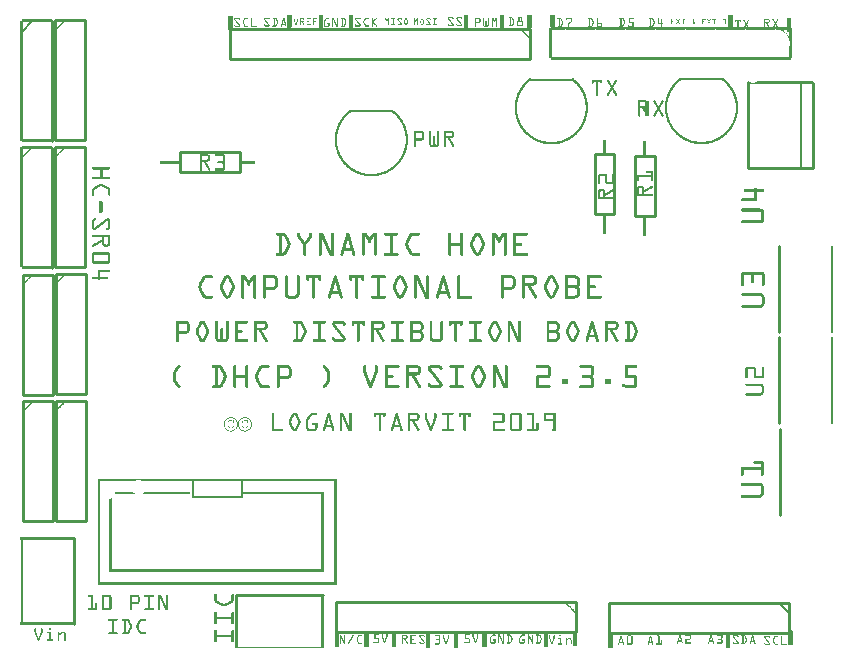
<source format=gto>
G04 MADE WITH FRITZING*
G04 WWW.FRITZING.ORG*
G04 DOUBLE SIDED*
G04 HOLES PLATED*
G04 CONTOUR ON CENTER OF CONTOUR VECTOR*
%ASAXBY*%
%FSLAX23Y23*%
%MOIN*%
%OFA0B0*%
%SFA1.0B1.0*%
%ADD10R,0.173200X0.063000X0.157200X0.047000*%
%ADD11C,0.008000*%
%ADD12C,0.010000*%
%ADD13C,0.005000*%
%ADD14C,0.007874*%
%ADD15R,0.001000X0.001000*%
%LNSILK1*%
G90*
G70*
G54D11*
X574Y559D02*
X739Y559D01*
X739Y504D01*
X574Y504D01*
X574Y559D01*
D02*
G54D12*
X2562Y150D02*
X1962Y150D01*
D02*
X1962Y150D02*
X1962Y50D01*
D02*
X1962Y50D02*
X2562Y50D01*
D02*
X2562Y50D02*
X2562Y150D01*
G54D13*
D02*
X2527Y150D02*
X2562Y115D01*
G54D12*
D02*
X1852Y151D02*
X1052Y151D01*
D02*
X1052Y151D02*
X1052Y51D01*
D02*
X1052Y51D02*
X1852Y51D01*
D02*
X1852Y51D02*
X1852Y151D01*
D02*
X1700Y2064D02*
X700Y2064D01*
D02*
X700Y2064D02*
X700Y1964D01*
D02*
X700Y1964D02*
X1700Y1964D01*
D02*
X1700Y1964D02*
X1700Y2064D01*
D02*
X2531Y730D02*
X2531Y444D01*
D02*
X117Y1246D02*
X117Y846D01*
D02*
X117Y846D02*
X217Y846D01*
D02*
X217Y846D02*
X217Y1246D01*
D02*
X217Y1246D02*
X117Y1246D01*
D02*
X9Y822D02*
X9Y422D01*
D02*
X9Y422D02*
X109Y422D01*
D02*
X109Y422D02*
X109Y822D01*
D02*
X109Y822D02*
X9Y822D01*
D02*
X119Y824D02*
X119Y424D01*
D02*
X119Y424D02*
X219Y424D01*
D02*
X219Y424D02*
X219Y824D01*
D02*
X219Y824D02*
X119Y824D01*
D02*
X7Y1244D02*
X7Y844D01*
D02*
X7Y844D02*
X107Y844D01*
D02*
X107Y844D02*
X107Y1244D01*
D02*
X107Y1244D02*
X7Y1244D01*
D02*
X114Y1668D02*
X114Y1268D01*
D02*
X114Y1268D02*
X214Y1268D01*
D02*
X214Y1268D02*
X214Y1668D01*
D02*
X214Y1668D02*
X114Y1668D01*
D02*
X105Y1267D02*
X105Y1667D01*
D02*
X114Y2091D02*
X114Y1691D01*
D02*
X114Y1691D02*
X214Y1691D01*
D02*
X214Y1691D02*
X214Y2091D01*
D02*
X214Y2091D02*
X114Y2091D01*
D02*
X105Y1689D02*
X105Y2089D01*
G54D13*
D02*
X5Y2054D02*
X40Y2089D01*
G54D12*
D02*
X1008Y177D02*
X722Y177D01*
D02*
X180Y80D02*
X180Y365D01*
G54D13*
D02*
X4Y365D02*
X4Y80D01*
G54D12*
D02*
X2426Y1598D02*
X2642Y1598D01*
D02*
X2642Y1598D02*
X2642Y1884D01*
G54D13*
D02*
X2602Y1598D02*
X2602Y1884D01*
G54D12*
D02*
X2528Y1339D02*
X2528Y1053D01*
G54D13*
D02*
X2704Y1053D02*
X2704Y1339D01*
G54D12*
D02*
X2528Y1035D02*
X2528Y749D01*
G54D13*
D02*
X2704Y749D02*
X2704Y1035D01*
G54D12*
D02*
X2049Y1439D02*
X2049Y1639D01*
D02*
X2049Y1639D02*
X2115Y1639D01*
D02*
X2115Y1639D02*
X2115Y1439D01*
D02*
X2115Y1439D02*
X2049Y1439D01*
D02*
X1914Y1445D02*
X1914Y1645D01*
D02*
X1914Y1645D02*
X1980Y1645D01*
D02*
X1980Y1645D02*
X1980Y1445D01*
D02*
X1980Y1445D02*
X1914Y1445D01*
D02*
X533Y1651D02*
X733Y1651D01*
D02*
X733Y1651D02*
X733Y1585D01*
D02*
X733Y1585D02*
X533Y1585D01*
D02*
X533Y1585D02*
X533Y1651D01*
G54D14*
X2341Y1895D02*
X2199Y1895D01*
D02*
X1840Y1894D02*
X1698Y1894D01*
D02*
X1240Y1788D02*
X1099Y1788D01*
D02*
G54D15*
X889Y2108D02*
X903Y2108D01*
X994Y2108D02*
X1008Y2108D01*
X1094Y2108D02*
X1108Y2108D01*
X1478Y2108D02*
X1491Y2108D01*
X1598Y2108D02*
X1611Y2108D01*
X1689Y2108D02*
X1703Y2108D01*
X1767Y2108D02*
X1781Y2108D01*
X2360Y2108D02*
X2374Y2108D01*
X889Y2107D02*
X903Y2107D01*
X994Y2107D02*
X1008Y2107D01*
X1094Y2107D02*
X1108Y2107D01*
X1478Y2107D02*
X1491Y2107D01*
X1598Y2107D02*
X1611Y2107D01*
X1689Y2107D02*
X1703Y2107D01*
X1767Y2107D02*
X1781Y2107D01*
X2360Y2107D02*
X2374Y2107D01*
X889Y2106D02*
X903Y2106D01*
X994Y2106D02*
X1008Y2106D01*
X1094Y2106D02*
X1108Y2106D01*
X1478Y2106D02*
X1491Y2106D01*
X1598Y2106D02*
X1611Y2106D01*
X1689Y2106D02*
X1703Y2106D01*
X1767Y2106D02*
X1781Y2106D01*
X2360Y2106D02*
X2374Y2106D01*
X889Y2105D02*
X903Y2105D01*
X994Y2105D02*
X1008Y2105D01*
X1094Y2105D02*
X1108Y2105D01*
X1478Y2105D02*
X1491Y2105D01*
X1598Y2105D02*
X1611Y2105D01*
X1689Y2105D02*
X1703Y2105D01*
X1767Y2105D02*
X1781Y2105D01*
X2360Y2105D02*
X2374Y2105D01*
X693Y2104D02*
X707Y2104D01*
X889Y2104D02*
X903Y2104D01*
X994Y2104D02*
X1008Y2104D01*
X1094Y2104D02*
X1108Y2104D01*
X1478Y2104D02*
X1491Y2104D01*
X1598Y2104D02*
X1611Y2104D01*
X1689Y2104D02*
X1703Y2104D01*
X1767Y2104D02*
X1781Y2104D01*
X2360Y2104D02*
X2374Y2104D01*
X693Y2103D02*
X707Y2103D01*
X889Y2103D02*
X903Y2103D01*
X994Y2103D02*
X1008Y2103D01*
X1094Y2103D02*
X1108Y2103D01*
X1478Y2103D02*
X1491Y2103D01*
X1598Y2103D02*
X1611Y2103D01*
X1689Y2103D02*
X1703Y2103D01*
X1767Y2103D02*
X1781Y2103D01*
X2360Y2103D02*
X2374Y2103D01*
X693Y2102D02*
X707Y2102D01*
X889Y2102D02*
X903Y2102D01*
X994Y2102D02*
X1008Y2102D01*
X1094Y2102D02*
X1108Y2102D01*
X1427Y2102D02*
X1440Y2102D01*
X1456Y2102D02*
X1468Y2102D01*
X1478Y2102D02*
X1491Y2102D01*
X1598Y2102D02*
X1611Y2102D01*
X1689Y2102D02*
X1703Y2102D01*
X1767Y2102D02*
X1781Y2102D01*
X2360Y2102D02*
X2374Y2102D01*
X693Y2101D02*
X707Y2101D01*
X889Y2101D02*
X903Y2101D01*
X994Y2101D02*
X1008Y2101D01*
X1094Y2101D02*
X1108Y2101D01*
X1426Y2101D02*
X1441Y2101D01*
X1454Y2101D02*
X1470Y2101D01*
X1478Y2101D02*
X1491Y2101D01*
X1598Y2101D02*
X1611Y2101D01*
X1628Y2101D02*
X1639Y2101D01*
X1660Y2101D02*
X1670Y2101D01*
X1689Y2101D02*
X1703Y2101D01*
X1767Y2101D02*
X1781Y2101D01*
X2360Y2101D02*
X2374Y2101D01*
X693Y2100D02*
X707Y2100D01*
X813Y2100D02*
X827Y2100D01*
X840Y2100D02*
X851Y2100D01*
X876Y2100D02*
X878Y2100D01*
X889Y2100D02*
X903Y2100D01*
X994Y2100D02*
X1008Y2100D01*
X1094Y2100D02*
X1108Y2100D01*
X1117Y2100D02*
X1131Y2100D01*
X1150Y2100D02*
X1161Y2100D01*
X1172Y2100D02*
X1174Y2100D01*
X1187Y2100D02*
X1190Y2100D01*
X1425Y2100D02*
X1442Y2100D01*
X1453Y2100D02*
X1471Y2100D01*
X1478Y2100D02*
X1491Y2100D01*
X1514Y2100D02*
X1528Y2100D01*
X1544Y2100D02*
X1544Y2100D01*
X1559Y2100D02*
X1559Y2100D01*
X1571Y2100D02*
X1575Y2100D01*
X1585Y2100D02*
X1589Y2100D01*
X1598Y2100D02*
X1611Y2100D01*
X1628Y2100D02*
X1640Y2100D01*
X1660Y2100D02*
X1671Y2100D01*
X1689Y2100D02*
X1703Y2100D01*
X1767Y2100D02*
X1781Y2100D01*
X2360Y2100D02*
X2374Y2100D01*
X2556Y2100D02*
X2569Y2100D01*
X693Y2099D02*
X707Y2099D01*
X714Y2099D02*
X729Y2099D01*
X748Y2099D02*
X759Y2099D01*
X769Y2099D02*
X772Y2099D01*
X812Y2099D02*
X829Y2099D01*
X840Y2099D02*
X852Y2099D01*
X876Y2099D02*
X879Y2099D01*
X889Y2099D02*
X903Y2099D01*
X994Y2099D02*
X1008Y2099D01*
X1019Y2099D02*
X1029Y2099D01*
X1039Y2099D02*
X1044Y2099D01*
X1055Y2099D02*
X1058Y2099D01*
X1068Y2099D02*
X1079Y2099D01*
X1094Y2099D02*
X1108Y2099D01*
X1116Y2099D02*
X1132Y2099D01*
X1149Y2099D02*
X1162Y2099D01*
X1171Y2099D02*
X1174Y2099D01*
X1186Y2099D02*
X1190Y2099D01*
X1425Y2099D02*
X1443Y2099D01*
X1453Y2099D02*
X1471Y2099D01*
X1478Y2099D02*
X1491Y2099D01*
X1514Y2099D02*
X1530Y2099D01*
X1543Y2099D02*
X1545Y2099D01*
X1558Y2099D02*
X1561Y2099D01*
X1571Y2099D02*
X1575Y2099D01*
X1585Y2099D02*
X1589Y2099D01*
X1598Y2099D02*
X1611Y2099D01*
X1628Y2099D02*
X1641Y2099D01*
X1660Y2099D02*
X1671Y2099D01*
X1689Y2099D02*
X1703Y2099D01*
X1767Y2099D02*
X1781Y2099D01*
X1894Y2099D02*
X1901Y2099D01*
X1923Y2099D02*
X1924Y2099D01*
X1997Y2099D02*
X2008Y2099D01*
X2029Y2099D02*
X2043Y2099D01*
X2096Y2099D02*
X2106Y2099D01*
X2125Y2099D02*
X2127Y2099D01*
X2360Y2099D02*
X2374Y2099D01*
X2556Y2099D02*
X2569Y2099D01*
X693Y2098D02*
X707Y2098D01*
X713Y2098D02*
X730Y2098D01*
X747Y2098D02*
X759Y2098D01*
X769Y2098D02*
X772Y2098D01*
X812Y2098D02*
X829Y2098D01*
X840Y2098D02*
X853Y2098D01*
X876Y2098D02*
X879Y2098D01*
X889Y2098D02*
X903Y2098D01*
X994Y2098D02*
X1008Y2098D01*
X1018Y2098D02*
X1030Y2098D01*
X1039Y2098D02*
X1045Y2098D01*
X1055Y2098D02*
X1058Y2098D01*
X1068Y2098D02*
X1080Y2098D01*
X1094Y2098D02*
X1108Y2098D01*
X1115Y2098D02*
X1133Y2098D01*
X1148Y2098D02*
X1161Y2098D01*
X1171Y2098D02*
X1174Y2098D01*
X1185Y2098D02*
X1190Y2098D01*
X1215Y2098D02*
X1217Y2098D01*
X1225Y2098D02*
X1228Y2098D01*
X1236Y2098D02*
X1249Y2098D01*
X1259Y2098D02*
X1268Y2098D01*
X1284Y2098D02*
X1286Y2098D01*
X1425Y2098D02*
X1428Y2098D01*
X1440Y2098D02*
X1443Y2098D01*
X1453Y2098D02*
X1456Y2098D01*
X1468Y2098D02*
X1471Y2098D01*
X1478Y2098D02*
X1491Y2098D01*
X1514Y2098D02*
X1531Y2098D01*
X1542Y2098D02*
X1545Y2098D01*
X1558Y2098D02*
X1561Y2098D01*
X1571Y2098D02*
X1576Y2098D01*
X1584Y2098D02*
X1589Y2098D01*
X1598Y2098D02*
X1611Y2098D01*
X1629Y2098D02*
X1641Y2098D01*
X1660Y2098D02*
X1671Y2098D01*
X1689Y2098D02*
X1703Y2098D01*
X1767Y2098D02*
X1781Y2098D01*
X1791Y2098D02*
X1801Y2098D01*
X1819Y2098D02*
X1837Y2098D01*
X1893Y2098D02*
X1904Y2098D01*
X1921Y2098D02*
X1925Y2098D01*
X1997Y2098D02*
X2009Y2098D01*
X2029Y2098D02*
X2043Y2098D01*
X2095Y2098D02*
X2108Y2098D01*
X2125Y2098D02*
X2128Y2098D01*
X2360Y2098D02*
X2374Y2098D01*
X2556Y2098D02*
X2569Y2098D01*
X693Y2097D02*
X707Y2097D01*
X713Y2097D02*
X730Y2097D01*
X746Y2097D02*
X759Y2097D01*
X769Y2097D02*
X772Y2097D01*
X811Y2097D02*
X830Y2097D01*
X841Y2097D02*
X854Y2097D01*
X875Y2097D02*
X880Y2097D01*
X889Y2097D02*
X903Y2097D01*
X912Y2097D02*
X912Y2097D01*
X924Y2097D02*
X924Y2097D01*
X933Y2097D02*
X943Y2097D01*
X954Y2097D02*
X967Y2097D01*
X975Y2097D02*
X988Y2097D01*
X994Y2097D02*
X1008Y2097D01*
X1018Y2097D02*
X1029Y2097D01*
X1039Y2097D02*
X1045Y2097D01*
X1055Y2097D02*
X1058Y2097D01*
X1068Y2097D02*
X1081Y2097D01*
X1094Y2097D02*
X1108Y2097D01*
X1115Y2097D02*
X1133Y2097D01*
X1148Y2097D02*
X1160Y2097D01*
X1171Y2097D02*
X1174Y2097D01*
X1184Y2097D02*
X1189Y2097D01*
X1214Y2097D02*
X1218Y2097D01*
X1224Y2097D02*
X1228Y2097D01*
X1236Y2097D02*
X1249Y2097D01*
X1258Y2097D02*
X1270Y2097D01*
X1283Y2097D02*
X1287Y2097D01*
X1311Y2097D02*
X1314Y2097D01*
X1322Y2097D02*
X1324Y2097D01*
X1338Y2097D02*
X1339Y2097D01*
X1356Y2097D02*
X1364Y2097D01*
X1376Y2097D02*
X1387Y2097D01*
X1425Y2097D02*
X1428Y2097D01*
X1440Y2097D02*
X1443Y2097D01*
X1453Y2097D02*
X1457Y2097D01*
X1469Y2097D02*
X1471Y2097D01*
X1478Y2097D02*
X1491Y2097D01*
X1514Y2097D02*
X1532Y2097D01*
X1542Y2097D02*
X1545Y2097D01*
X1558Y2097D02*
X1561Y2097D01*
X1571Y2097D02*
X1577Y2097D01*
X1583Y2097D02*
X1589Y2097D01*
X1598Y2097D02*
X1611Y2097D01*
X1631Y2097D02*
X1634Y2097D01*
X1638Y2097D02*
X1642Y2097D01*
X1660Y2097D02*
X1663Y2097D01*
X1668Y2097D02*
X1671Y2097D01*
X1689Y2097D02*
X1703Y2097D01*
X1767Y2097D02*
X1781Y2097D01*
X1790Y2097D02*
X1802Y2097D01*
X1819Y2097D02*
X1837Y2097D01*
X1892Y2097D02*
X1905Y2097D01*
X1921Y2097D02*
X1926Y2097D01*
X1997Y2097D02*
X2010Y2097D01*
X2029Y2097D02*
X2043Y2097D01*
X2096Y2097D02*
X2109Y2097D01*
X2125Y2097D02*
X2128Y2097D01*
X2360Y2097D02*
X2374Y2097D01*
X2556Y2097D02*
X2569Y2097D01*
X693Y2096D02*
X707Y2096D01*
X713Y2096D02*
X716Y2096D01*
X726Y2096D02*
X731Y2096D01*
X745Y2096D02*
X750Y2096D01*
X769Y2096D02*
X772Y2096D01*
X811Y2096D02*
X815Y2096D01*
X827Y2096D02*
X830Y2096D01*
X844Y2096D02*
X847Y2096D01*
X851Y2096D02*
X854Y2096D01*
X875Y2096D02*
X880Y2096D01*
X889Y2096D02*
X903Y2096D01*
X911Y2096D02*
X913Y2096D01*
X923Y2096D02*
X925Y2096D01*
X932Y2096D02*
X945Y2096D01*
X954Y2096D02*
X967Y2096D01*
X975Y2096D02*
X989Y2096D01*
X994Y2096D02*
X1008Y2096D01*
X1017Y2096D02*
X1022Y2096D01*
X1039Y2096D02*
X1045Y2096D01*
X1055Y2096D02*
X1058Y2096D01*
X1071Y2096D02*
X1075Y2096D01*
X1077Y2096D02*
X1082Y2096D01*
X1094Y2096D02*
X1108Y2096D01*
X1115Y2096D02*
X1118Y2096D01*
X1130Y2096D02*
X1133Y2096D01*
X1147Y2096D02*
X1151Y2096D01*
X1171Y2096D02*
X1174Y2096D01*
X1182Y2096D02*
X1188Y2096D01*
X1214Y2096D02*
X1219Y2096D01*
X1224Y2096D02*
X1228Y2096D01*
X1236Y2096D02*
X1249Y2096D01*
X1257Y2096D02*
X1270Y2096D01*
X1282Y2096D02*
X1288Y2096D01*
X1311Y2096D02*
X1314Y2096D01*
X1321Y2096D02*
X1324Y2096D01*
X1337Y2096D02*
X1341Y2096D01*
X1354Y2096D02*
X1366Y2096D01*
X1375Y2096D02*
X1388Y2096D01*
X1425Y2096D02*
X1429Y2096D01*
X1441Y2096D02*
X1443Y2096D01*
X1453Y2096D02*
X1457Y2096D01*
X1469Y2096D02*
X1471Y2096D01*
X1478Y2096D02*
X1491Y2096D01*
X1514Y2096D02*
X1517Y2096D01*
X1528Y2096D02*
X1532Y2096D01*
X1542Y2096D02*
X1545Y2096D01*
X1558Y2096D02*
X1561Y2096D01*
X1571Y2096D02*
X1578Y2096D01*
X1582Y2096D02*
X1589Y2096D01*
X1598Y2096D02*
X1611Y2096D01*
X1631Y2096D02*
X1634Y2096D01*
X1639Y2096D02*
X1642Y2096D01*
X1660Y2096D02*
X1663Y2096D01*
X1668Y2096D02*
X1671Y2096D01*
X1689Y2096D02*
X1703Y2096D01*
X1767Y2096D02*
X1781Y2096D01*
X1790Y2096D02*
X1803Y2096D01*
X1818Y2096D02*
X1837Y2096D01*
X1893Y2096D02*
X1906Y2096D01*
X1921Y2096D02*
X1925Y2096D01*
X1998Y2096D02*
X2010Y2096D01*
X2029Y2096D02*
X2042Y2096D01*
X2097Y2096D02*
X2109Y2096D01*
X2125Y2096D02*
X2128Y2096D01*
X2137Y2096D02*
X2139Y2096D01*
X2170Y2096D02*
X2180Y2096D01*
X2187Y2096D02*
X2188Y2096D01*
X2196Y2096D02*
X2197Y2096D01*
X2204Y2096D02*
X2214Y2096D01*
X2238Y2096D02*
X2244Y2096D01*
X2273Y2096D02*
X2283Y2096D01*
X2290Y2096D02*
X2290Y2096D01*
X2300Y2096D02*
X2300Y2096D01*
X2307Y2096D02*
X2317Y2096D01*
X2342Y2096D02*
X2350Y2096D01*
X2360Y2096D02*
X2374Y2096D01*
X2556Y2096D02*
X2569Y2096D01*
X693Y2095D02*
X707Y2095D01*
X713Y2095D02*
X716Y2095D01*
X728Y2095D02*
X731Y2095D01*
X745Y2095D02*
X748Y2095D01*
X769Y2095D02*
X772Y2095D01*
X812Y2095D02*
X815Y2095D01*
X827Y2095D02*
X830Y2095D01*
X844Y2095D02*
X847Y2095D01*
X851Y2095D02*
X855Y2095D01*
X875Y2095D02*
X880Y2095D01*
X889Y2095D02*
X903Y2095D01*
X911Y2095D02*
X913Y2095D01*
X923Y2095D02*
X925Y2095D01*
X932Y2095D02*
X945Y2095D01*
X954Y2095D02*
X967Y2095D01*
X975Y2095D02*
X988Y2095D01*
X994Y2095D02*
X1008Y2095D01*
X1016Y2095D02*
X1020Y2095D01*
X1039Y2095D02*
X1046Y2095D01*
X1055Y2095D02*
X1058Y2095D01*
X1072Y2095D02*
X1075Y2095D01*
X1079Y2095D02*
X1082Y2095D01*
X1094Y2095D02*
X1108Y2095D01*
X1115Y2095D02*
X1119Y2095D01*
X1130Y2095D02*
X1133Y2095D01*
X1147Y2095D02*
X1150Y2095D01*
X1171Y2095D02*
X1174Y2095D01*
X1181Y2095D02*
X1186Y2095D01*
X1214Y2095D02*
X1220Y2095D01*
X1223Y2095D02*
X1228Y2095D01*
X1241Y2095D02*
X1244Y2095D01*
X1257Y2095D02*
X1259Y2095D01*
X1268Y2095D02*
X1271Y2095D01*
X1281Y2095D02*
X1284Y2095D01*
X1286Y2095D02*
X1289Y2095D01*
X1311Y2095D02*
X1315Y2095D01*
X1320Y2095D02*
X1324Y2095D01*
X1336Y2095D02*
X1342Y2095D01*
X1354Y2095D02*
X1366Y2095D01*
X1375Y2095D02*
X1388Y2095D01*
X1426Y2095D02*
X1430Y2095D01*
X1454Y2095D02*
X1458Y2095D01*
X1478Y2095D02*
X1491Y2095D01*
X1514Y2095D02*
X1517Y2095D01*
X1529Y2095D02*
X1533Y2095D01*
X1542Y2095D02*
X1545Y2095D01*
X1558Y2095D02*
X1561Y2095D01*
X1571Y2095D02*
X1578Y2095D01*
X1582Y2095D02*
X1589Y2095D01*
X1598Y2095D02*
X1611Y2095D01*
X1631Y2095D02*
X1634Y2095D01*
X1639Y2095D02*
X1643Y2095D01*
X1660Y2095D02*
X1663Y2095D01*
X1668Y2095D02*
X1671Y2095D01*
X1689Y2095D02*
X1703Y2095D01*
X1767Y2095D02*
X1781Y2095D01*
X1791Y2095D02*
X1804Y2095D01*
X1818Y2095D02*
X1837Y2095D01*
X1896Y2095D02*
X1900Y2095D01*
X1902Y2095D02*
X1906Y2095D01*
X1921Y2095D02*
X1924Y2095D01*
X2000Y2095D02*
X2003Y2095D01*
X2007Y2095D02*
X2011Y2095D01*
X2029Y2095D02*
X2032Y2095D01*
X2099Y2095D02*
X2102Y2095D01*
X2106Y2095D02*
X2110Y2095D01*
X2125Y2095D02*
X2128Y2095D01*
X2136Y2095D02*
X2139Y2095D01*
X2170Y2095D02*
X2180Y2095D01*
X2187Y2095D02*
X2188Y2095D01*
X2195Y2095D02*
X2197Y2095D01*
X2204Y2095D02*
X2214Y2095D01*
X2238Y2095D02*
X2244Y2095D01*
X2273Y2095D02*
X2283Y2095D01*
X2290Y2095D02*
X2291Y2095D01*
X2299Y2095D02*
X2300Y2095D01*
X2307Y2095D02*
X2318Y2095D01*
X2341Y2095D02*
X2351Y2095D01*
X2360Y2095D02*
X2374Y2095D01*
X2479Y2095D02*
X2494Y2095D01*
X2508Y2095D02*
X2510Y2095D01*
X2523Y2095D02*
X2525Y2095D01*
X2556Y2095D02*
X2569Y2095D01*
X5Y2094D02*
X104Y2094D01*
X693Y2094D02*
X707Y2094D01*
X713Y2094D02*
X716Y2094D01*
X728Y2094D02*
X731Y2094D01*
X744Y2094D02*
X748Y2094D01*
X769Y2094D02*
X772Y2094D01*
X812Y2094D02*
X816Y2094D01*
X828Y2094D02*
X829Y2094D01*
X844Y2094D02*
X847Y2094D01*
X852Y2094D02*
X855Y2094D01*
X874Y2094D02*
X880Y2094D01*
X889Y2094D02*
X903Y2094D01*
X911Y2094D02*
X913Y2094D01*
X923Y2094D02*
X925Y2094D01*
X932Y2094D02*
X935Y2094D01*
X943Y2094D02*
X946Y2094D01*
X954Y2094D02*
X956Y2094D01*
X975Y2094D02*
X977Y2094D01*
X994Y2094D02*
X1008Y2094D01*
X1015Y2094D02*
X1019Y2094D01*
X1039Y2094D02*
X1046Y2094D01*
X1055Y2094D02*
X1058Y2094D01*
X1072Y2094D02*
X1075Y2094D01*
X1079Y2094D02*
X1083Y2094D01*
X1094Y2094D02*
X1108Y2094D01*
X1115Y2094D02*
X1119Y2094D01*
X1131Y2094D02*
X1132Y2094D01*
X1146Y2094D02*
X1150Y2094D01*
X1171Y2094D02*
X1174Y2094D01*
X1180Y2094D02*
X1185Y2094D01*
X1214Y2094D02*
X1220Y2094D01*
X1222Y2094D02*
X1228Y2094D01*
X1242Y2094D02*
X1244Y2094D01*
X1257Y2094D02*
X1260Y2094D01*
X1269Y2094D02*
X1271Y2094D01*
X1281Y2094D02*
X1283Y2094D01*
X1287Y2094D02*
X1289Y2094D01*
X1311Y2094D02*
X1316Y2094D01*
X1319Y2094D02*
X1324Y2094D01*
X1335Y2094D02*
X1338Y2094D01*
X1340Y2094D02*
X1342Y2094D01*
X1353Y2094D02*
X1356Y2094D01*
X1364Y2094D02*
X1367Y2094D01*
X1380Y2094D02*
X1383Y2094D01*
X1426Y2094D02*
X1430Y2094D01*
X1455Y2094D02*
X1459Y2094D01*
X1478Y2094D02*
X1491Y2094D01*
X1514Y2094D02*
X1517Y2094D01*
X1530Y2094D02*
X1533Y2094D01*
X1542Y2094D02*
X1545Y2094D01*
X1558Y2094D02*
X1561Y2094D01*
X1571Y2094D02*
X1579Y2094D01*
X1581Y2094D02*
X1589Y2094D01*
X1598Y2094D02*
X1611Y2094D01*
X1631Y2094D02*
X1634Y2094D01*
X1640Y2094D02*
X1643Y2094D01*
X1660Y2094D02*
X1663Y2094D01*
X1668Y2094D02*
X1671Y2094D01*
X1689Y2094D02*
X1703Y2094D01*
X1767Y2094D02*
X1781Y2094D01*
X1794Y2094D02*
X1797Y2094D01*
X1801Y2094D02*
X1804Y2094D01*
X1819Y2094D02*
X1821Y2094D01*
X1834Y2094D02*
X1837Y2094D01*
X1896Y2094D02*
X1899Y2094D01*
X1903Y2094D02*
X1907Y2094D01*
X1921Y2094D02*
X1924Y2094D01*
X2000Y2094D02*
X2003Y2094D01*
X2008Y2094D02*
X2011Y2094D01*
X2029Y2094D02*
X2032Y2094D01*
X2099Y2094D02*
X2102Y2094D01*
X2107Y2094D02*
X2110Y2094D01*
X2125Y2094D02*
X2128Y2094D01*
X2136Y2094D02*
X2139Y2094D01*
X2170Y2094D02*
X2171Y2094D01*
X2187Y2094D02*
X2189Y2094D01*
X2195Y2094D02*
X2197Y2094D01*
X2204Y2094D02*
X2205Y2094D01*
X2208Y2094D02*
X2210Y2094D01*
X2213Y2094D02*
X2214Y2094D01*
X2242Y2094D02*
X2244Y2094D01*
X2273Y2094D02*
X2283Y2094D01*
X2290Y2094D02*
X2292Y2094D01*
X2298Y2094D02*
X2300Y2094D01*
X2307Y2094D02*
X2318Y2094D01*
X2341Y2094D02*
X2351Y2094D01*
X2360Y2094D02*
X2374Y2094D01*
X2479Y2094D02*
X2495Y2094D01*
X2507Y2094D02*
X2510Y2094D01*
X2523Y2094D02*
X2526Y2094D01*
X2556Y2094D02*
X2569Y2094D01*
X5Y2093D02*
X104Y2093D01*
X693Y2093D02*
X707Y2093D01*
X713Y2093D02*
X717Y2093D01*
X729Y2093D02*
X730Y2093D01*
X744Y2093D02*
X747Y2093D01*
X769Y2093D02*
X772Y2093D01*
X813Y2093D02*
X817Y2093D01*
X844Y2093D02*
X847Y2093D01*
X852Y2093D02*
X856Y2093D01*
X874Y2093D02*
X881Y2093D01*
X889Y2093D02*
X903Y2093D01*
X911Y2093D02*
X913Y2093D01*
X923Y2093D02*
X925Y2093D01*
X932Y2093D02*
X934Y2093D01*
X944Y2093D02*
X946Y2093D01*
X954Y2093D02*
X956Y2093D01*
X975Y2093D02*
X977Y2093D01*
X994Y2093D02*
X1008Y2093D01*
X1014Y2093D02*
X1018Y2093D01*
X1039Y2093D02*
X1047Y2093D01*
X1055Y2093D02*
X1058Y2093D01*
X1072Y2093D02*
X1075Y2093D01*
X1080Y2093D02*
X1083Y2093D01*
X1094Y2093D02*
X1108Y2093D01*
X1116Y2093D02*
X1120Y2093D01*
X1146Y2093D02*
X1149Y2093D01*
X1171Y2093D02*
X1174Y2093D01*
X1179Y2093D02*
X1184Y2093D01*
X1214Y2093D02*
X1216Y2093D01*
X1218Y2093D02*
X1224Y2093D01*
X1226Y2093D02*
X1228Y2093D01*
X1242Y2093D02*
X1244Y2093D01*
X1258Y2093D02*
X1260Y2093D01*
X1280Y2093D02*
X1283Y2093D01*
X1287Y2093D02*
X1290Y2093D01*
X1311Y2093D02*
X1316Y2093D01*
X1319Y2093D02*
X1324Y2093D01*
X1335Y2093D02*
X1337Y2093D01*
X1340Y2093D02*
X1343Y2093D01*
X1353Y2093D02*
X1356Y2093D01*
X1365Y2093D02*
X1367Y2093D01*
X1380Y2093D02*
X1382Y2093D01*
X1427Y2093D02*
X1431Y2093D01*
X1456Y2093D02*
X1460Y2093D01*
X1478Y2093D02*
X1491Y2093D01*
X1514Y2093D02*
X1517Y2093D01*
X1530Y2093D02*
X1533Y2093D01*
X1542Y2093D02*
X1545Y2093D01*
X1558Y2093D02*
X1561Y2093D01*
X1571Y2093D02*
X1574Y2093D01*
X1576Y2093D02*
X1584Y2093D01*
X1586Y2093D02*
X1589Y2093D01*
X1598Y2093D02*
X1611Y2093D01*
X1631Y2093D02*
X1634Y2093D01*
X1640Y2093D02*
X1644Y2093D01*
X1660Y2093D02*
X1663Y2093D01*
X1668Y2093D02*
X1671Y2093D01*
X1689Y2093D02*
X1703Y2093D01*
X1767Y2093D02*
X1781Y2093D01*
X1794Y2093D02*
X1797Y2093D01*
X1801Y2093D02*
X1805Y2093D01*
X1820Y2093D02*
X1820Y2093D01*
X1834Y2093D02*
X1837Y2093D01*
X1896Y2093D02*
X1899Y2093D01*
X1904Y2093D02*
X1907Y2093D01*
X1921Y2093D02*
X1924Y2093D01*
X2000Y2093D02*
X2003Y2093D01*
X2008Y2093D02*
X2012Y2093D01*
X2029Y2093D02*
X2032Y2093D01*
X2099Y2093D02*
X2102Y2093D01*
X2107Y2093D02*
X2111Y2093D01*
X2125Y2093D02*
X2128Y2093D01*
X2136Y2093D02*
X2139Y2093D01*
X2170Y2093D02*
X2171Y2093D01*
X2188Y2093D02*
X2190Y2093D01*
X2194Y2093D02*
X2196Y2093D01*
X2204Y2093D02*
X2205Y2093D01*
X2208Y2093D02*
X2210Y2093D01*
X2213Y2093D02*
X2214Y2093D01*
X2242Y2093D02*
X2244Y2093D01*
X2273Y2093D02*
X2274Y2093D01*
X2291Y2093D02*
X2292Y2093D01*
X2298Y2093D02*
X2299Y2093D01*
X2307Y2093D02*
X2308Y2093D01*
X2311Y2093D02*
X2313Y2093D01*
X2316Y2093D02*
X2317Y2093D01*
X2341Y2093D02*
X2342Y2093D01*
X2350Y2093D02*
X2352Y2093D01*
X2360Y2093D02*
X2374Y2093D01*
X2382Y2093D02*
X2401Y2093D01*
X2411Y2093D02*
X2413Y2093D01*
X2426Y2093D02*
X2428Y2093D01*
X2479Y2093D02*
X2496Y2093D01*
X2507Y2093D02*
X2511Y2093D01*
X2522Y2093D02*
X2526Y2093D01*
X2556Y2093D02*
X2569Y2093D01*
X5Y2092D02*
X104Y2092D01*
X146Y2092D02*
X148Y2092D01*
X693Y2092D02*
X707Y2092D01*
X714Y2092D02*
X718Y2092D01*
X743Y2092D02*
X747Y2092D01*
X769Y2092D02*
X772Y2092D01*
X814Y2092D02*
X818Y2092D01*
X844Y2092D02*
X847Y2092D01*
X853Y2092D02*
X856Y2092D01*
X874Y2092D02*
X881Y2092D01*
X889Y2092D02*
X903Y2092D01*
X911Y2092D02*
X913Y2092D01*
X923Y2092D02*
X925Y2092D01*
X932Y2092D02*
X934Y2092D01*
X944Y2092D02*
X946Y2092D01*
X954Y2092D02*
X956Y2092D01*
X975Y2092D02*
X977Y2092D01*
X994Y2092D02*
X1008Y2092D01*
X1014Y2092D02*
X1018Y2092D01*
X1039Y2092D02*
X1047Y2092D01*
X1055Y2092D02*
X1058Y2092D01*
X1072Y2092D02*
X1075Y2092D01*
X1080Y2092D02*
X1084Y2092D01*
X1094Y2092D02*
X1108Y2092D01*
X1117Y2092D02*
X1121Y2092D01*
X1145Y2092D02*
X1149Y2092D01*
X1171Y2092D02*
X1174Y2092D01*
X1178Y2092D02*
X1183Y2092D01*
X1214Y2092D02*
X1216Y2092D01*
X1219Y2092D02*
X1224Y2092D01*
X1226Y2092D02*
X1228Y2092D01*
X1242Y2092D02*
X1244Y2092D01*
X1258Y2092D02*
X1261Y2092D01*
X1280Y2092D02*
X1282Y2092D01*
X1288Y2092D02*
X1290Y2092D01*
X1311Y2092D02*
X1324Y2092D01*
X1334Y2092D02*
X1337Y2092D01*
X1341Y2092D02*
X1343Y2092D01*
X1354Y2092D02*
X1357Y2092D01*
X1366Y2092D02*
X1366Y2092D01*
X1380Y2092D02*
X1382Y2092D01*
X1428Y2092D02*
X1432Y2092D01*
X1456Y2092D02*
X1460Y2092D01*
X1478Y2092D02*
X1491Y2092D01*
X1514Y2092D02*
X1517Y2092D01*
X1530Y2092D02*
X1533Y2092D01*
X1542Y2092D02*
X1545Y2092D01*
X1558Y2092D02*
X1561Y2092D01*
X1571Y2092D02*
X1574Y2092D01*
X1576Y2092D02*
X1584Y2092D01*
X1586Y2092D02*
X1589Y2092D01*
X1598Y2092D02*
X1611Y2092D01*
X1631Y2092D02*
X1634Y2092D01*
X1641Y2092D02*
X1644Y2092D01*
X1660Y2092D02*
X1663Y2092D01*
X1668Y2092D02*
X1671Y2092D01*
X1689Y2092D02*
X1703Y2092D01*
X1767Y2092D02*
X1781Y2092D01*
X1794Y2092D02*
X1797Y2092D01*
X1802Y2092D02*
X1805Y2092D01*
X1834Y2092D02*
X1837Y2092D01*
X1896Y2092D02*
X1899Y2092D01*
X1904Y2092D02*
X1908Y2092D01*
X1921Y2092D02*
X1924Y2092D01*
X2000Y2092D02*
X2003Y2092D01*
X2009Y2092D02*
X2012Y2092D01*
X2029Y2092D02*
X2032Y2092D01*
X2099Y2092D02*
X2102Y2092D01*
X2108Y2092D02*
X2111Y2092D01*
X2125Y2092D02*
X2128Y2092D01*
X2136Y2092D02*
X2139Y2092D01*
X2170Y2092D02*
X2171Y2092D01*
X2188Y2092D02*
X2190Y2092D01*
X2194Y2092D02*
X2195Y2092D01*
X2208Y2092D02*
X2210Y2092D01*
X2242Y2092D02*
X2244Y2092D01*
X2273Y2092D02*
X2274Y2092D01*
X2291Y2092D02*
X2293Y2092D01*
X2297Y2092D02*
X2299Y2092D01*
X2311Y2092D02*
X2313Y2092D01*
X2317Y2092D02*
X2317Y2092D01*
X2341Y2092D02*
X2342Y2092D01*
X2350Y2092D02*
X2352Y2092D01*
X2360Y2092D02*
X2374Y2092D01*
X2382Y2092D02*
X2401Y2092D01*
X2410Y2092D02*
X2413Y2092D01*
X2426Y2092D02*
X2429Y2092D01*
X2479Y2092D02*
X2497Y2092D01*
X2508Y2092D02*
X2512Y2092D01*
X2522Y2092D02*
X2525Y2092D01*
X2556Y2092D02*
X2569Y2092D01*
X5Y2091D02*
X104Y2091D01*
X145Y2091D02*
X149Y2091D01*
X693Y2091D02*
X707Y2091D01*
X715Y2091D02*
X719Y2091D01*
X743Y2091D02*
X746Y2091D01*
X769Y2091D02*
X772Y2091D01*
X814Y2091D02*
X818Y2091D01*
X844Y2091D02*
X847Y2091D01*
X853Y2091D02*
X857Y2091D01*
X873Y2091D02*
X881Y2091D01*
X889Y2091D02*
X903Y2091D01*
X911Y2091D02*
X913Y2091D01*
X923Y2091D02*
X925Y2091D01*
X932Y2091D02*
X934Y2091D01*
X944Y2091D02*
X946Y2091D01*
X954Y2091D02*
X956Y2091D01*
X975Y2091D02*
X977Y2091D01*
X994Y2091D02*
X1008Y2091D01*
X1013Y2091D02*
X1017Y2091D01*
X1039Y2091D02*
X1042Y2091D01*
X1044Y2091D02*
X1048Y2091D01*
X1055Y2091D02*
X1058Y2091D01*
X1072Y2091D02*
X1075Y2091D01*
X1081Y2091D02*
X1084Y2091D01*
X1094Y2091D02*
X1108Y2091D01*
X1118Y2091D02*
X1122Y2091D01*
X1145Y2091D02*
X1148Y2091D01*
X1171Y2091D02*
X1174Y2091D01*
X1177Y2091D02*
X1182Y2091D01*
X1214Y2091D02*
X1216Y2091D01*
X1220Y2091D02*
X1223Y2091D01*
X1226Y2091D02*
X1228Y2091D01*
X1242Y2091D02*
X1244Y2091D01*
X1259Y2091D02*
X1262Y2091D01*
X1279Y2091D02*
X1282Y2091D01*
X1288Y2091D02*
X1291Y2091D01*
X1311Y2091D02*
X1313Y2091D01*
X1315Y2091D02*
X1320Y2091D01*
X1322Y2091D02*
X1324Y2091D01*
X1334Y2091D02*
X1336Y2091D01*
X1341Y2091D02*
X1344Y2091D01*
X1355Y2091D02*
X1357Y2091D01*
X1380Y2091D02*
X1382Y2091D01*
X1429Y2091D02*
X1433Y2091D01*
X1457Y2091D02*
X1461Y2091D01*
X1478Y2091D02*
X1491Y2091D01*
X1514Y2091D02*
X1517Y2091D01*
X1530Y2091D02*
X1533Y2091D01*
X1542Y2091D02*
X1545Y2091D01*
X1558Y2091D02*
X1561Y2091D01*
X1571Y2091D02*
X1574Y2091D01*
X1577Y2091D02*
X1583Y2091D01*
X1586Y2091D02*
X1589Y2091D01*
X1598Y2091D02*
X1611Y2091D01*
X1631Y2091D02*
X1634Y2091D01*
X1642Y2091D02*
X1645Y2091D01*
X1660Y2091D02*
X1663Y2091D01*
X1668Y2091D02*
X1671Y2091D01*
X1689Y2091D02*
X1703Y2091D01*
X1767Y2091D02*
X1781Y2091D01*
X1794Y2091D02*
X1797Y2091D01*
X1802Y2091D02*
X1806Y2091D01*
X1834Y2091D02*
X1837Y2091D01*
X1896Y2091D02*
X1899Y2091D01*
X1905Y2091D02*
X1908Y2091D01*
X1921Y2091D02*
X1924Y2091D01*
X2000Y2091D02*
X2003Y2091D01*
X2009Y2091D02*
X2013Y2091D01*
X2029Y2091D02*
X2032Y2091D01*
X2099Y2091D02*
X2102Y2091D01*
X2108Y2091D02*
X2112Y2091D01*
X2125Y2091D02*
X2128Y2091D01*
X2136Y2091D02*
X2139Y2091D01*
X2170Y2091D02*
X2171Y2091D01*
X2189Y2091D02*
X2191Y2091D01*
X2193Y2091D02*
X2195Y2091D01*
X2208Y2091D02*
X2210Y2091D01*
X2242Y2091D02*
X2244Y2091D01*
X2273Y2091D02*
X2274Y2091D01*
X2292Y2091D02*
X2294Y2091D01*
X2297Y2091D02*
X2298Y2091D01*
X2311Y2091D02*
X2313Y2091D01*
X2341Y2091D02*
X2342Y2091D01*
X2350Y2091D02*
X2352Y2091D01*
X2360Y2091D02*
X2374Y2091D01*
X2382Y2091D02*
X2401Y2091D01*
X2410Y2091D02*
X2414Y2091D01*
X2425Y2091D02*
X2429Y2091D01*
X2479Y2091D02*
X2482Y2091D01*
X2494Y2091D02*
X2497Y2091D01*
X2508Y2091D02*
X2512Y2091D01*
X2521Y2091D02*
X2525Y2091D01*
X2556Y2091D02*
X2569Y2091D01*
X5Y2090D02*
X104Y2090D01*
X144Y2090D02*
X149Y2090D01*
X693Y2090D02*
X707Y2090D01*
X716Y2090D02*
X720Y2090D01*
X742Y2090D02*
X746Y2090D01*
X769Y2090D02*
X772Y2090D01*
X815Y2090D02*
X819Y2090D01*
X844Y2090D02*
X847Y2090D01*
X854Y2090D02*
X857Y2090D01*
X873Y2090D02*
X876Y2090D01*
X878Y2090D02*
X882Y2090D01*
X889Y2090D02*
X903Y2090D01*
X911Y2090D02*
X914Y2090D01*
X923Y2090D02*
X925Y2090D01*
X932Y2090D02*
X935Y2090D01*
X943Y2090D02*
X946Y2090D01*
X954Y2090D02*
X956Y2090D01*
X975Y2090D02*
X977Y2090D01*
X994Y2090D02*
X1008Y2090D01*
X1012Y2090D02*
X1016Y2090D01*
X1039Y2090D02*
X1042Y2090D01*
X1045Y2090D02*
X1048Y2090D01*
X1055Y2090D02*
X1058Y2090D01*
X1072Y2090D02*
X1075Y2090D01*
X1081Y2090D02*
X1085Y2090D01*
X1094Y2090D02*
X1108Y2090D01*
X1118Y2090D02*
X1123Y2090D01*
X1144Y2090D02*
X1148Y2090D01*
X1171Y2090D02*
X1181Y2090D01*
X1214Y2090D02*
X1216Y2090D01*
X1220Y2090D02*
X1222Y2090D01*
X1226Y2090D02*
X1228Y2090D01*
X1242Y2090D02*
X1244Y2090D01*
X1260Y2090D02*
X1263Y2090D01*
X1279Y2090D02*
X1281Y2090D01*
X1289Y2090D02*
X1291Y2090D01*
X1311Y2090D02*
X1313Y2090D01*
X1316Y2090D02*
X1319Y2090D01*
X1322Y2090D02*
X1324Y2090D01*
X1333Y2090D02*
X1336Y2090D01*
X1342Y2090D02*
X1344Y2090D01*
X1355Y2090D02*
X1358Y2090D01*
X1380Y2090D02*
X1382Y2090D01*
X1429Y2090D02*
X1434Y2090D01*
X1458Y2090D02*
X1462Y2090D01*
X1478Y2090D02*
X1491Y2090D01*
X1514Y2090D02*
X1517Y2090D01*
X1530Y2090D02*
X1533Y2090D01*
X1542Y2090D02*
X1545Y2090D01*
X1558Y2090D02*
X1561Y2090D01*
X1571Y2090D02*
X1574Y2090D01*
X1578Y2090D02*
X1582Y2090D01*
X1586Y2090D02*
X1589Y2090D01*
X1598Y2090D02*
X1611Y2090D01*
X1631Y2090D02*
X1634Y2090D01*
X1642Y2090D02*
X1645Y2090D01*
X1660Y2090D02*
X1663Y2090D01*
X1668Y2090D02*
X1671Y2090D01*
X1689Y2090D02*
X1703Y2090D01*
X1767Y2090D02*
X1781Y2090D01*
X1794Y2090D02*
X1797Y2090D01*
X1803Y2090D02*
X1806Y2090D01*
X1834Y2090D02*
X1837Y2090D01*
X1896Y2090D02*
X1899Y2090D01*
X1905Y2090D02*
X1909Y2090D01*
X1921Y2090D02*
X1924Y2090D01*
X2000Y2090D02*
X2003Y2090D01*
X2010Y2090D02*
X2013Y2090D01*
X2029Y2090D02*
X2032Y2090D01*
X2099Y2090D02*
X2102Y2090D01*
X2109Y2090D02*
X2112Y2090D01*
X2125Y2090D02*
X2128Y2090D01*
X2136Y2090D02*
X2139Y2090D01*
X2170Y2090D02*
X2171Y2090D01*
X2190Y2090D02*
X2194Y2090D01*
X2208Y2090D02*
X2210Y2090D01*
X2242Y2090D02*
X2244Y2090D01*
X2273Y2090D02*
X2274Y2090D01*
X2292Y2090D02*
X2294Y2090D01*
X2296Y2090D02*
X2298Y2090D01*
X2311Y2090D02*
X2313Y2090D01*
X2341Y2090D02*
X2342Y2090D01*
X2350Y2090D02*
X2352Y2090D01*
X2360Y2090D02*
X2374Y2090D01*
X2382Y2090D02*
X2401Y2090D01*
X2411Y2090D02*
X2415Y2090D01*
X2425Y2090D02*
X2428Y2090D01*
X2479Y2090D02*
X2482Y2090D01*
X2494Y2090D02*
X2497Y2090D01*
X2509Y2090D02*
X2513Y2090D01*
X2520Y2090D02*
X2524Y2090D01*
X2556Y2090D02*
X2569Y2090D01*
X0Y2089D02*
X104Y2089D01*
X143Y2089D02*
X149Y2089D01*
X693Y2089D02*
X707Y2089D01*
X716Y2089D02*
X720Y2089D01*
X742Y2089D02*
X745Y2089D01*
X769Y2089D02*
X772Y2089D01*
X816Y2089D02*
X820Y2089D01*
X844Y2089D02*
X847Y2089D01*
X854Y2089D02*
X858Y2089D01*
X873Y2089D02*
X876Y2089D01*
X879Y2089D02*
X882Y2089D01*
X889Y2089D02*
X903Y2089D01*
X912Y2089D02*
X914Y2089D01*
X922Y2089D02*
X924Y2089D01*
X932Y2089D02*
X945Y2089D01*
X954Y2089D02*
X956Y2089D01*
X975Y2089D02*
X985Y2089D01*
X994Y2089D02*
X1008Y2089D01*
X1012Y2089D02*
X1015Y2089D01*
X1039Y2089D02*
X1042Y2089D01*
X1045Y2089D02*
X1048Y2089D01*
X1055Y2089D02*
X1058Y2089D01*
X1072Y2089D02*
X1075Y2089D01*
X1082Y2089D02*
X1085Y2089D01*
X1094Y2089D02*
X1108Y2089D01*
X1119Y2089D02*
X1123Y2089D01*
X1144Y2089D02*
X1147Y2089D01*
X1171Y2089D02*
X1179Y2089D01*
X1214Y2089D02*
X1216Y2089D01*
X1220Y2089D02*
X1222Y2089D01*
X1226Y2089D02*
X1228Y2089D01*
X1242Y2089D02*
X1244Y2089D01*
X1261Y2089D02*
X1264Y2089D01*
X1279Y2089D02*
X1281Y2089D01*
X1289Y2089D02*
X1292Y2089D01*
X1311Y2089D02*
X1313Y2089D01*
X1316Y2089D02*
X1319Y2089D01*
X1322Y2089D02*
X1324Y2089D01*
X1333Y2089D02*
X1335Y2089D01*
X1343Y2089D02*
X1345Y2089D01*
X1356Y2089D02*
X1359Y2089D01*
X1380Y2089D02*
X1382Y2089D01*
X1430Y2089D02*
X1434Y2089D01*
X1459Y2089D02*
X1463Y2089D01*
X1478Y2089D02*
X1491Y2089D01*
X1514Y2089D02*
X1517Y2089D01*
X1530Y2089D02*
X1533Y2089D01*
X1542Y2089D02*
X1545Y2089D01*
X1550Y2089D02*
X1553Y2089D01*
X1558Y2089D02*
X1561Y2089D01*
X1571Y2089D02*
X1574Y2089D01*
X1578Y2089D02*
X1582Y2089D01*
X1586Y2089D02*
X1589Y2089D01*
X1598Y2089D02*
X1611Y2089D01*
X1631Y2089D02*
X1634Y2089D01*
X1643Y2089D02*
X1646Y2089D01*
X1660Y2089D02*
X1663Y2089D01*
X1668Y2089D02*
X1671Y2089D01*
X1689Y2089D02*
X1703Y2089D01*
X1767Y2089D02*
X1781Y2089D01*
X1794Y2089D02*
X1797Y2089D01*
X1803Y2089D02*
X1807Y2089D01*
X1834Y2089D02*
X1837Y2089D01*
X1896Y2089D02*
X1899Y2089D01*
X1906Y2089D02*
X1909Y2089D01*
X1921Y2089D02*
X1924Y2089D01*
X2000Y2089D02*
X2003Y2089D01*
X2010Y2089D02*
X2014Y2089D01*
X2029Y2089D02*
X2032Y2089D01*
X2099Y2089D02*
X2102Y2089D01*
X2109Y2089D02*
X2113Y2089D01*
X2125Y2089D02*
X2128Y2089D01*
X2136Y2089D02*
X2139Y2089D01*
X2170Y2089D02*
X2171Y2089D01*
X2190Y2089D02*
X2194Y2089D01*
X2208Y2089D02*
X2210Y2089D01*
X2242Y2089D02*
X2244Y2089D01*
X2273Y2089D02*
X2274Y2089D01*
X2293Y2089D02*
X2297Y2089D01*
X2311Y2089D02*
X2313Y2089D01*
X2341Y2089D02*
X2342Y2089D01*
X2350Y2089D02*
X2352Y2089D01*
X2360Y2089D02*
X2374Y2089D01*
X2382Y2089D02*
X2385Y2089D01*
X2390Y2089D02*
X2393Y2089D01*
X2398Y2089D02*
X2401Y2089D01*
X2412Y2089D02*
X2415Y2089D01*
X2424Y2089D02*
X2428Y2089D01*
X2479Y2089D02*
X2482Y2089D01*
X2495Y2089D02*
X2498Y2089D01*
X2510Y2089D02*
X2513Y2089D01*
X2520Y2089D02*
X2523Y2089D01*
X2556Y2089D02*
X2569Y2089D01*
X0Y2088D02*
X104Y2088D01*
X142Y2088D02*
X148Y2088D01*
X693Y2088D02*
X707Y2088D01*
X717Y2088D02*
X721Y2088D01*
X742Y2088D02*
X745Y2088D01*
X769Y2088D02*
X772Y2088D01*
X817Y2088D02*
X821Y2088D01*
X844Y2088D02*
X847Y2088D01*
X855Y2088D02*
X858Y2088D01*
X873Y2088D02*
X876Y2088D01*
X879Y2088D02*
X882Y2088D01*
X889Y2088D02*
X903Y2088D01*
X912Y2088D02*
X914Y2088D01*
X922Y2088D02*
X924Y2088D01*
X932Y2088D02*
X945Y2088D01*
X954Y2088D02*
X956Y2088D01*
X975Y2088D02*
X986Y2088D01*
X994Y2088D02*
X1008Y2088D01*
X1011Y2088D02*
X1015Y2088D01*
X1039Y2088D02*
X1042Y2088D01*
X1046Y2088D02*
X1049Y2088D01*
X1055Y2088D02*
X1058Y2088D01*
X1072Y2088D02*
X1075Y2088D01*
X1082Y2088D02*
X1086Y2088D01*
X1094Y2088D02*
X1108Y2088D01*
X1120Y2088D02*
X1124Y2088D01*
X1143Y2088D02*
X1147Y2088D01*
X1171Y2088D02*
X1178Y2088D01*
X1214Y2088D02*
X1216Y2088D01*
X1221Y2088D02*
X1221Y2088D01*
X1226Y2088D02*
X1228Y2088D01*
X1242Y2088D02*
X1244Y2088D01*
X1261Y2088D02*
X1264Y2088D01*
X1278Y2088D02*
X1280Y2088D01*
X1290Y2088D02*
X1292Y2088D01*
X1311Y2088D02*
X1313Y2088D01*
X1317Y2088D02*
X1318Y2088D01*
X1322Y2088D02*
X1324Y2088D01*
X1332Y2088D02*
X1335Y2088D01*
X1343Y2088D02*
X1345Y2088D01*
X1357Y2088D02*
X1360Y2088D01*
X1380Y2088D02*
X1382Y2088D01*
X1431Y2088D02*
X1435Y2088D01*
X1459Y2088D02*
X1464Y2088D01*
X1478Y2088D02*
X1491Y2088D01*
X1514Y2088D02*
X1517Y2088D01*
X1530Y2088D02*
X1533Y2088D01*
X1542Y2088D02*
X1545Y2088D01*
X1550Y2088D02*
X1553Y2088D01*
X1558Y2088D02*
X1561Y2088D01*
X1571Y2088D02*
X1574Y2088D01*
X1579Y2088D02*
X1581Y2088D01*
X1586Y2088D02*
X1589Y2088D01*
X1598Y2088D02*
X1611Y2088D01*
X1631Y2088D02*
X1634Y2088D01*
X1643Y2088D02*
X1646Y2088D01*
X1658Y2088D02*
X1672Y2088D01*
X1689Y2088D02*
X1703Y2088D01*
X1767Y2088D02*
X1781Y2088D01*
X1794Y2088D02*
X1797Y2088D01*
X1804Y2088D02*
X1807Y2088D01*
X1834Y2088D02*
X1837Y2088D01*
X1896Y2088D02*
X1899Y2088D01*
X1906Y2088D02*
X1910Y2088D01*
X1921Y2088D02*
X1924Y2088D01*
X2000Y2088D02*
X2003Y2088D01*
X2011Y2088D02*
X2014Y2088D01*
X2029Y2088D02*
X2032Y2088D01*
X2099Y2088D02*
X2102Y2088D01*
X2110Y2088D02*
X2113Y2088D01*
X2125Y2088D02*
X2128Y2088D01*
X2136Y2088D02*
X2139Y2088D01*
X2170Y2088D02*
X2175Y2088D01*
X2191Y2088D02*
X2193Y2088D01*
X2208Y2088D02*
X2210Y2088D01*
X2242Y2088D02*
X2244Y2088D01*
X2273Y2088D02*
X2278Y2088D01*
X2294Y2088D02*
X2297Y2088D01*
X2311Y2088D02*
X2313Y2088D01*
X2341Y2088D02*
X2342Y2088D01*
X2350Y2088D02*
X2352Y2088D01*
X2360Y2088D02*
X2374Y2088D01*
X2382Y2088D02*
X2385Y2088D01*
X2390Y2088D02*
X2393Y2088D01*
X2398Y2088D02*
X2400Y2088D01*
X2412Y2088D02*
X2416Y2088D01*
X2423Y2088D02*
X2427Y2088D01*
X2479Y2088D02*
X2482Y2088D01*
X2495Y2088D02*
X2498Y2088D01*
X2510Y2088D02*
X2514Y2088D01*
X2519Y2088D02*
X2523Y2088D01*
X2556Y2088D02*
X2569Y2088D01*
X0Y2087D02*
X104Y2087D01*
X141Y2087D02*
X147Y2087D01*
X693Y2087D02*
X707Y2087D01*
X718Y2087D02*
X722Y2087D01*
X741Y2087D02*
X744Y2087D01*
X769Y2087D02*
X772Y2087D01*
X817Y2087D02*
X822Y2087D01*
X844Y2087D02*
X847Y2087D01*
X855Y2087D02*
X858Y2087D01*
X872Y2087D02*
X875Y2087D01*
X879Y2087D02*
X882Y2087D01*
X889Y2087D02*
X903Y2087D01*
X913Y2087D02*
X915Y2087D01*
X921Y2087D02*
X924Y2087D01*
X932Y2087D02*
X943Y2087D01*
X954Y2087D02*
X961Y2087D01*
X975Y2087D02*
X985Y2087D01*
X994Y2087D02*
X1008Y2087D01*
X1011Y2087D02*
X1014Y2087D01*
X1039Y2087D02*
X1042Y2087D01*
X1046Y2087D02*
X1049Y2087D01*
X1055Y2087D02*
X1058Y2087D01*
X1072Y2087D02*
X1075Y2087D01*
X1083Y2087D02*
X1086Y2087D01*
X1094Y2087D02*
X1108Y2087D01*
X1121Y2087D02*
X1125Y2087D01*
X1143Y2087D02*
X1146Y2087D01*
X1171Y2087D02*
X1177Y2087D01*
X1214Y2087D02*
X1216Y2087D01*
X1226Y2087D02*
X1228Y2087D01*
X1242Y2087D02*
X1244Y2087D01*
X1262Y2087D02*
X1265Y2087D01*
X1278Y2087D02*
X1280Y2087D01*
X1290Y2087D02*
X1292Y2087D01*
X1311Y2087D02*
X1313Y2087D01*
X1317Y2087D02*
X1318Y2087D01*
X1322Y2087D02*
X1324Y2087D01*
X1332Y2087D02*
X1334Y2087D01*
X1343Y2087D02*
X1346Y2087D01*
X1358Y2087D02*
X1360Y2087D01*
X1380Y2087D02*
X1382Y2087D01*
X1432Y2087D02*
X1436Y2087D01*
X1460Y2087D02*
X1464Y2087D01*
X1478Y2087D02*
X1491Y2087D01*
X1514Y2087D02*
X1517Y2087D01*
X1530Y2087D02*
X1533Y2087D01*
X1542Y2087D02*
X1545Y2087D01*
X1550Y2087D02*
X1553Y2087D01*
X1558Y2087D02*
X1561Y2087D01*
X1571Y2087D02*
X1574Y2087D01*
X1579Y2087D02*
X1581Y2087D01*
X1586Y2087D02*
X1589Y2087D01*
X1598Y2087D02*
X1611Y2087D01*
X1631Y2087D02*
X1634Y2087D01*
X1643Y2087D02*
X1646Y2087D01*
X1657Y2087D02*
X1673Y2087D01*
X1689Y2087D02*
X1703Y2087D01*
X1767Y2087D02*
X1781Y2087D01*
X1794Y2087D02*
X1797Y2087D01*
X1804Y2087D02*
X1808Y2087D01*
X1834Y2087D02*
X1837Y2087D01*
X1896Y2087D02*
X1899Y2087D01*
X1907Y2087D02*
X1910Y2087D01*
X1921Y2087D02*
X1924Y2087D01*
X2000Y2087D02*
X2003Y2087D01*
X2011Y2087D02*
X2015Y2087D01*
X2029Y2087D02*
X2032Y2087D01*
X2099Y2087D02*
X2102Y2087D01*
X2110Y2087D02*
X2113Y2087D01*
X2125Y2087D02*
X2128Y2087D01*
X2136Y2087D02*
X2139Y2087D01*
X2170Y2087D02*
X2175Y2087D01*
X2191Y2087D02*
X2193Y2087D01*
X2208Y2087D02*
X2210Y2087D01*
X2242Y2087D02*
X2244Y2087D01*
X2273Y2087D02*
X2279Y2087D01*
X2294Y2087D02*
X2296Y2087D01*
X2311Y2087D02*
X2313Y2087D01*
X2341Y2087D02*
X2342Y2087D01*
X2350Y2087D02*
X2352Y2087D01*
X2360Y2087D02*
X2374Y2087D01*
X2383Y2087D02*
X2384Y2087D01*
X2390Y2087D02*
X2393Y2087D01*
X2398Y2087D02*
X2400Y2087D01*
X2413Y2087D02*
X2416Y2087D01*
X2423Y2087D02*
X2426Y2087D01*
X2479Y2087D02*
X2482Y2087D01*
X2494Y2087D02*
X2497Y2087D01*
X2511Y2087D02*
X2514Y2087D01*
X2519Y2087D02*
X2522Y2087D01*
X2556Y2087D02*
X2569Y2087D01*
X0Y2086D02*
X104Y2086D01*
X140Y2086D02*
X146Y2086D01*
X693Y2086D02*
X707Y2086D01*
X719Y2086D02*
X723Y2086D01*
X741Y2086D02*
X744Y2086D01*
X769Y2086D02*
X772Y2086D01*
X818Y2086D02*
X822Y2086D01*
X844Y2086D02*
X847Y2086D01*
X855Y2086D02*
X858Y2086D01*
X872Y2086D02*
X875Y2086D01*
X880Y2086D02*
X883Y2086D01*
X889Y2086D02*
X903Y2086D01*
X913Y2086D02*
X915Y2086D01*
X921Y2086D02*
X923Y2086D01*
X932Y2086D02*
X934Y2086D01*
X938Y2086D02*
X940Y2086D01*
X954Y2086D02*
X961Y2086D01*
X975Y2086D02*
X977Y2086D01*
X994Y2086D02*
X1008Y2086D01*
X1011Y2086D02*
X1014Y2086D01*
X1039Y2086D02*
X1042Y2086D01*
X1046Y2086D02*
X1050Y2086D01*
X1055Y2086D02*
X1058Y2086D01*
X1072Y2086D02*
X1075Y2086D01*
X1083Y2086D02*
X1086Y2086D01*
X1094Y2086D02*
X1108Y2086D01*
X1122Y2086D02*
X1126Y2086D01*
X1143Y2086D02*
X1146Y2086D01*
X1171Y2086D02*
X1176Y2086D01*
X1214Y2086D02*
X1216Y2086D01*
X1226Y2086D02*
X1228Y2086D01*
X1242Y2086D02*
X1244Y2086D01*
X1263Y2086D02*
X1266Y2086D01*
X1278Y2086D02*
X1280Y2086D01*
X1290Y2086D02*
X1292Y2086D01*
X1311Y2086D02*
X1313Y2086D01*
X1322Y2086D02*
X1324Y2086D01*
X1332Y2086D02*
X1334Y2086D01*
X1344Y2086D02*
X1346Y2086D01*
X1358Y2086D02*
X1361Y2086D01*
X1380Y2086D02*
X1382Y2086D01*
X1433Y2086D02*
X1437Y2086D01*
X1461Y2086D02*
X1465Y2086D01*
X1478Y2086D02*
X1491Y2086D01*
X1514Y2086D02*
X1517Y2086D01*
X1529Y2086D02*
X1533Y2086D01*
X1542Y2086D02*
X1545Y2086D01*
X1550Y2086D02*
X1553Y2086D01*
X1558Y2086D02*
X1561Y2086D01*
X1571Y2086D02*
X1574Y2086D01*
X1586Y2086D02*
X1589Y2086D01*
X1598Y2086D02*
X1611Y2086D01*
X1631Y2086D02*
X1634Y2086D01*
X1643Y2086D02*
X1646Y2086D01*
X1656Y2086D02*
X1674Y2086D01*
X1689Y2086D02*
X1703Y2086D01*
X1767Y2086D02*
X1781Y2086D01*
X1794Y2086D02*
X1797Y2086D01*
X1805Y2086D02*
X1808Y2086D01*
X1833Y2086D02*
X1837Y2086D01*
X1896Y2086D02*
X1899Y2086D01*
X1907Y2086D02*
X1911Y2086D01*
X1921Y2086D02*
X1924Y2086D01*
X2000Y2086D02*
X2003Y2086D01*
X2012Y2086D02*
X2015Y2086D01*
X2029Y2086D02*
X2041Y2086D01*
X2099Y2086D02*
X2102Y2086D01*
X2111Y2086D02*
X2114Y2086D01*
X2125Y2086D02*
X2128Y2086D01*
X2136Y2086D02*
X2139Y2086D01*
X2170Y2086D02*
X2171Y2086D01*
X2190Y2086D02*
X2194Y2086D01*
X2208Y2086D02*
X2210Y2086D01*
X2242Y2086D02*
X2244Y2086D01*
X2247Y2086D02*
X2248Y2086D01*
X2273Y2086D02*
X2278Y2086D01*
X2294Y2086D02*
X2297Y2086D01*
X2311Y2086D02*
X2313Y2086D01*
X2341Y2086D02*
X2342Y2086D01*
X2350Y2086D02*
X2352Y2086D01*
X2360Y2086D02*
X2374Y2086D01*
X2390Y2086D02*
X2393Y2086D01*
X2413Y2086D02*
X2417Y2086D01*
X2422Y2086D02*
X2426Y2086D01*
X2479Y2086D02*
X2482Y2086D01*
X2494Y2086D02*
X2497Y2086D01*
X2511Y2086D02*
X2515Y2086D01*
X2518Y2086D02*
X2522Y2086D01*
X2556Y2086D02*
X2569Y2086D01*
X0Y2085D02*
X103Y2085D01*
X139Y2085D02*
X145Y2085D01*
X693Y2085D02*
X707Y2085D01*
X719Y2085D02*
X723Y2085D01*
X741Y2085D02*
X744Y2085D01*
X769Y2085D02*
X772Y2085D01*
X819Y2085D02*
X823Y2085D01*
X844Y2085D02*
X847Y2085D01*
X855Y2085D02*
X858Y2085D01*
X872Y2085D02*
X875Y2085D01*
X880Y2085D02*
X883Y2085D01*
X889Y2085D02*
X903Y2085D01*
X913Y2085D02*
X916Y2085D01*
X921Y2085D02*
X923Y2085D01*
X932Y2085D02*
X934Y2085D01*
X939Y2085D02*
X941Y2085D01*
X954Y2085D02*
X961Y2085D01*
X975Y2085D02*
X977Y2085D01*
X994Y2085D02*
X1008Y2085D01*
X1011Y2085D02*
X1014Y2085D01*
X1039Y2085D02*
X1042Y2085D01*
X1047Y2085D02*
X1050Y2085D01*
X1055Y2085D02*
X1058Y2085D01*
X1072Y2085D02*
X1075Y2085D01*
X1083Y2085D02*
X1086Y2085D01*
X1094Y2085D02*
X1108Y2085D01*
X1122Y2085D02*
X1126Y2085D01*
X1143Y2085D02*
X1146Y2085D01*
X1171Y2085D02*
X1176Y2085D01*
X1214Y2085D02*
X1216Y2085D01*
X1226Y2085D02*
X1228Y2085D01*
X1242Y2085D02*
X1244Y2085D01*
X1264Y2085D02*
X1267Y2085D01*
X1279Y2085D02*
X1281Y2085D01*
X1289Y2085D02*
X1292Y2085D01*
X1311Y2085D02*
X1313Y2085D01*
X1322Y2085D02*
X1324Y2085D01*
X1332Y2085D02*
X1334Y2085D01*
X1344Y2085D02*
X1346Y2085D01*
X1359Y2085D02*
X1362Y2085D01*
X1380Y2085D02*
X1382Y2085D01*
X1433Y2085D02*
X1437Y2085D01*
X1462Y2085D02*
X1466Y2085D01*
X1478Y2085D02*
X1491Y2085D01*
X1514Y2085D02*
X1532Y2085D01*
X1542Y2085D02*
X1545Y2085D01*
X1550Y2085D02*
X1553Y2085D01*
X1558Y2085D02*
X1561Y2085D01*
X1571Y2085D02*
X1574Y2085D01*
X1586Y2085D02*
X1589Y2085D01*
X1598Y2085D02*
X1611Y2085D01*
X1631Y2085D02*
X1634Y2085D01*
X1643Y2085D02*
X1646Y2085D01*
X1656Y2085D02*
X1674Y2085D01*
X1689Y2085D02*
X1703Y2085D01*
X1767Y2085D02*
X1781Y2085D01*
X1794Y2085D02*
X1797Y2085D01*
X1805Y2085D02*
X1809Y2085D01*
X1831Y2085D02*
X1836Y2085D01*
X1896Y2085D02*
X1899Y2085D01*
X1908Y2085D02*
X1911Y2085D01*
X1921Y2085D02*
X1924Y2085D01*
X2000Y2085D02*
X2003Y2085D01*
X2012Y2085D02*
X2015Y2085D01*
X2029Y2085D02*
X2042Y2085D01*
X2099Y2085D02*
X2102Y2085D01*
X2111Y2085D02*
X2114Y2085D01*
X2125Y2085D02*
X2128Y2085D01*
X2136Y2085D02*
X2139Y2085D01*
X2170Y2085D02*
X2171Y2085D01*
X2190Y2085D02*
X2194Y2085D01*
X2208Y2085D02*
X2210Y2085D01*
X2242Y2085D02*
X2244Y2085D01*
X2247Y2085D02*
X2248Y2085D01*
X2273Y2085D02*
X2274Y2085D01*
X2293Y2085D02*
X2297Y2085D01*
X2311Y2085D02*
X2313Y2085D01*
X2341Y2085D02*
X2342Y2085D01*
X2350Y2085D02*
X2352Y2085D01*
X2360Y2085D02*
X2374Y2085D01*
X2390Y2085D02*
X2393Y2085D01*
X2414Y2085D02*
X2418Y2085D01*
X2422Y2085D02*
X2425Y2085D01*
X2479Y2085D02*
X2497Y2085D01*
X2512Y2085D02*
X2521Y2085D01*
X2556Y2085D02*
X2569Y2085D01*
X0Y2084D02*
X9Y2084D01*
X138Y2084D02*
X144Y2084D01*
X693Y2084D02*
X707Y2084D01*
X720Y2084D02*
X724Y2084D01*
X741Y2084D02*
X744Y2084D01*
X769Y2084D02*
X772Y2084D01*
X820Y2084D02*
X824Y2084D01*
X844Y2084D02*
X847Y2084D01*
X855Y2084D02*
X858Y2084D01*
X871Y2084D02*
X875Y2084D01*
X880Y2084D02*
X883Y2084D01*
X889Y2084D02*
X903Y2084D01*
X914Y2084D02*
X916Y2084D01*
X920Y2084D02*
X922Y2084D01*
X932Y2084D02*
X934Y2084D01*
X939Y2084D02*
X942Y2084D01*
X954Y2084D02*
X956Y2084D01*
X975Y2084D02*
X977Y2084D01*
X994Y2084D02*
X1008Y2084D01*
X1011Y2084D02*
X1014Y2084D01*
X1039Y2084D02*
X1042Y2084D01*
X1047Y2084D02*
X1051Y2084D01*
X1055Y2084D02*
X1058Y2084D01*
X1072Y2084D02*
X1075Y2084D01*
X1083Y2084D02*
X1086Y2084D01*
X1094Y2084D02*
X1108Y2084D01*
X1123Y2084D02*
X1127Y2084D01*
X1143Y2084D02*
X1146Y2084D01*
X1171Y2084D02*
X1177Y2084D01*
X1214Y2084D02*
X1216Y2084D01*
X1226Y2084D02*
X1228Y2084D01*
X1242Y2084D02*
X1244Y2084D01*
X1265Y2084D02*
X1267Y2084D01*
X1279Y2084D02*
X1281Y2084D01*
X1289Y2084D02*
X1291Y2084D01*
X1311Y2084D02*
X1313Y2084D01*
X1322Y2084D02*
X1324Y2084D01*
X1332Y2084D02*
X1334Y2084D01*
X1343Y2084D02*
X1345Y2084D01*
X1360Y2084D02*
X1363Y2084D01*
X1380Y2084D02*
X1382Y2084D01*
X1434Y2084D02*
X1438Y2084D01*
X1462Y2084D02*
X1467Y2084D01*
X1478Y2084D02*
X1491Y2084D01*
X1514Y2084D02*
X1532Y2084D01*
X1542Y2084D02*
X1545Y2084D01*
X1550Y2084D02*
X1553Y2084D01*
X1558Y2084D02*
X1561Y2084D01*
X1571Y2084D02*
X1574Y2084D01*
X1586Y2084D02*
X1589Y2084D01*
X1598Y2084D02*
X1611Y2084D01*
X1631Y2084D02*
X1634Y2084D01*
X1643Y2084D02*
X1646Y2084D01*
X1656Y2084D02*
X1659Y2084D01*
X1672Y2084D02*
X1675Y2084D01*
X1689Y2084D02*
X1703Y2084D01*
X1767Y2084D02*
X1781Y2084D01*
X1794Y2084D02*
X1797Y2084D01*
X1806Y2084D02*
X1809Y2084D01*
X1830Y2084D02*
X1835Y2084D01*
X1896Y2084D02*
X1899Y2084D01*
X1908Y2084D02*
X1911Y2084D01*
X1921Y2084D02*
X1924Y2084D01*
X2000Y2084D02*
X2003Y2084D01*
X2012Y2084D02*
X2015Y2084D01*
X2029Y2084D02*
X2043Y2084D01*
X2099Y2084D02*
X2102Y2084D01*
X2111Y2084D02*
X2114Y2084D01*
X2125Y2084D02*
X2128Y2084D01*
X2136Y2084D02*
X2139Y2084D01*
X2170Y2084D02*
X2171Y2084D01*
X2189Y2084D02*
X2191Y2084D01*
X2193Y2084D02*
X2195Y2084D01*
X2208Y2084D02*
X2210Y2084D01*
X2242Y2084D02*
X2244Y2084D01*
X2247Y2084D02*
X2248Y2084D01*
X2273Y2084D02*
X2274Y2084D01*
X2292Y2084D02*
X2294Y2084D01*
X2296Y2084D02*
X2298Y2084D01*
X2311Y2084D02*
X2313Y2084D01*
X2341Y2084D02*
X2342Y2084D01*
X2350Y2084D02*
X2352Y2084D01*
X2360Y2084D02*
X2374Y2084D01*
X2390Y2084D02*
X2393Y2084D01*
X2414Y2084D02*
X2418Y2084D01*
X2421Y2084D02*
X2425Y2084D01*
X2479Y2084D02*
X2496Y2084D01*
X2513Y2084D02*
X2521Y2084D01*
X2556Y2084D02*
X2569Y2084D01*
X0Y2083D02*
X9Y2083D01*
X137Y2083D02*
X143Y2083D01*
X693Y2083D02*
X707Y2083D01*
X721Y2083D02*
X725Y2083D01*
X741Y2083D02*
X744Y2083D01*
X769Y2083D02*
X772Y2083D01*
X821Y2083D02*
X825Y2083D01*
X844Y2083D02*
X847Y2083D01*
X855Y2083D02*
X858Y2083D01*
X871Y2083D02*
X874Y2083D01*
X880Y2083D02*
X884Y2083D01*
X889Y2083D02*
X903Y2083D01*
X914Y2083D02*
X916Y2083D01*
X920Y2083D02*
X922Y2083D01*
X932Y2083D02*
X934Y2083D01*
X940Y2083D02*
X942Y2083D01*
X954Y2083D02*
X956Y2083D01*
X975Y2083D02*
X977Y2083D01*
X994Y2083D02*
X1008Y2083D01*
X1011Y2083D02*
X1014Y2083D01*
X1022Y2083D02*
X1030Y2083D01*
X1039Y2083D02*
X1042Y2083D01*
X1048Y2083D02*
X1051Y2083D01*
X1055Y2083D02*
X1058Y2083D01*
X1072Y2083D02*
X1075Y2083D01*
X1083Y2083D02*
X1086Y2083D01*
X1094Y2083D02*
X1108Y2083D01*
X1124Y2083D02*
X1128Y2083D01*
X1143Y2083D02*
X1147Y2083D01*
X1171Y2083D02*
X1178Y2083D01*
X1214Y2083D02*
X1216Y2083D01*
X1226Y2083D02*
X1228Y2083D01*
X1242Y2083D02*
X1244Y2083D01*
X1265Y2083D02*
X1268Y2083D01*
X1279Y2083D02*
X1282Y2083D01*
X1288Y2083D02*
X1291Y2083D01*
X1311Y2083D02*
X1313Y2083D01*
X1322Y2083D02*
X1324Y2083D01*
X1333Y2083D02*
X1335Y2083D01*
X1343Y2083D02*
X1345Y2083D01*
X1361Y2083D02*
X1364Y2083D01*
X1380Y2083D02*
X1382Y2083D01*
X1435Y2083D02*
X1439Y2083D01*
X1463Y2083D02*
X1467Y2083D01*
X1478Y2083D02*
X1491Y2083D01*
X1514Y2083D02*
X1531Y2083D01*
X1542Y2083D02*
X1545Y2083D01*
X1550Y2083D02*
X1553Y2083D01*
X1558Y2083D02*
X1561Y2083D01*
X1571Y2083D02*
X1574Y2083D01*
X1586Y2083D02*
X1589Y2083D01*
X1598Y2083D02*
X1611Y2083D01*
X1631Y2083D02*
X1634Y2083D01*
X1642Y2083D02*
X1645Y2083D01*
X1656Y2083D02*
X1659Y2083D01*
X1672Y2083D02*
X1675Y2083D01*
X1689Y2083D02*
X1703Y2083D01*
X1767Y2083D02*
X1781Y2083D01*
X1794Y2083D02*
X1797Y2083D01*
X1806Y2083D02*
X1809Y2083D01*
X1829Y2083D02*
X1834Y2083D01*
X1896Y2083D02*
X1899Y2083D01*
X1908Y2083D02*
X1911Y2083D01*
X1921Y2083D02*
X1924Y2083D01*
X2000Y2083D02*
X2003Y2083D01*
X2012Y2083D02*
X2015Y2083D01*
X2029Y2083D02*
X2043Y2083D01*
X2099Y2083D02*
X2102Y2083D01*
X2111Y2083D02*
X2114Y2083D01*
X2125Y2083D02*
X2140Y2083D01*
X2170Y2083D02*
X2171Y2083D01*
X2188Y2083D02*
X2190Y2083D01*
X2194Y2083D02*
X2195Y2083D01*
X2208Y2083D02*
X2210Y2083D01*
X2242Y2083D02*
X2244Y2083D01*
X2247Y2083D02*
X2248Y2083D01*
X2273Y2083D02*
X2274Y2083D01*
X2292Y2083D02*
X2294Y2083D01*
X2297Y2083D02*
X2298Y2083D01*
X2311Y2083D02*
X2313Y2083D01*
X2341Y2083D02*
X2342Y2083D01*
X2350Y2083D02*
X2352Y2083D01*
X2360Y2083D02*
X2374Y2083D01*
X2390Y2083D02*
X2393Y2083D01*
X2415Y2083D02*
X2424Y2083D01*
X2479Y2083D02*
X2495Y2083D01*
X2513Y2083D02*
X2520Y2083D01*
X2556Y2083D02*
X2569Y2083D01*
X0Y2082D02*
X9Y2082D01*
X136Y2082D02*
X142Y2082D01*
X693Y2082D02*
X707Y2082D01*
X722Y2082D02*
X726Y2082D01*
X741Y2082D02*
X744Y2082D01*
X769Y2082D02*
X772Y2082D01*
X821Y2082D02*
X825Y2082D01*
X844Y2082D02*
X847Y2082D01*
X854Y2082D02*
X858Y2082D01*
X871Y2082D02*
X874Y2082D01*
X881Y2082D02*
X884Y2082D01*
X889Y2082D02*
X903Y2082D01*
X914Y2082D02*
X917Y2082D01*
X919Y2082D02*
X922Y2082D01*
X932Y2082D02*
X934Y2082D01*
X940Y2082D02*
X943Y2082D01*
X954Y2082D02*
X956Y2082D01*
X975Y2082D02*
X977Y2082D01*
X994Y2082D02*
X1008Y2082D01*
X1011Y2082D02*
X1014Y2082D01*
X1021Y2082D02*
X1030Y2082D01*
X1039Y2082D02*
X1042Y2082D01*
X1048Y2082D02*
X1052Y2082D01*
X1055Y2082D02*
X1058Y2082D01*
X1072Y2082D02*
X1075Y2082D01*
X1083Y2082D02*
X1086Y2082D01*
X1094Y2082D02*
X1108Y2082D01*
X1125Y2082D02*
X1129Y2082D01*
X1144Y2082D02*
X1147Y2082D01*
X1171Y2082D02*
X1180Y2082D01*
X1214Y2082D02*
X1216Y2082D01*
X1226Y2082D02*
X1228Y2082D01*
X1242Y2082D02*
X1244Y2082D01*
X1266Y2082D02*
X1269Y2082D01*
X1280Y2082D02*
X1282Y2082D01*
X1288Y2082D02*
X1290Y2082D01*
X1311Y2082D02*
X1313Y2082D01*
X1322Y2082D02*
X1324Y2082D01*
X1333Y2082D02*
X1335Y2082D01*
X1342Y2082D02*
X1345Y2082D01*
X1362Y2082D02*
X1364Y2082D01*
X1380Y2082D02*
X1382Y2082D01*
X1436Y2082D02*
X1440Y2082D01*
X1464Y2082D02*
X1468Y2082D01*
X1478Y2082D02*
X1491Y2082D01*
X1514Y2082D02*
X1530Y2082D01*
X1542Y2082D02*
X1545Y2082D01*
X1550Y2082D02*
X1553Y2082D01*
X1558Y2082D02*
X1561Y2082D01*
X1571Y2082D02*
X1574Y2082D01*
X1586Y2082D02*
X1589Y2082D01*
X1598Y2082D02*
X1611Y2082D01*
X1631Y2082D02*
X1634Y2082D01*
X1642Y2082D02*
X1645Y2082D01*
X1656Y2082D02*
X1659Y2082D01*
X1672Y2082D02*
X1675Y2082D01*
X1689Y2082D02*
X1703Y2082D01*
X1767Y2082D02*
X1781Y2082D01*
X1794Y2082D02*
X1797Y2082D01*
X1805Y2082D02*
X1809Y2082D01*
X1828Y2082D02*
X1833Y2082D01*
X1896Y2082D02*
X1899Y2082D01*
X1908Y2082D02*
X1911Y2082D01*
X1921Y2082D02*
X1938Y2082D01*
X2000Y2082D02*
X2003Y2082D01*
X2011Y2082D02*
X2015Y2082D01*
X2040Y2082D02*
X2043Y2082D01*
X2099Y2082D02*
X2102Y2082D01*
X2110Y2082D02*
X2114Y2082D01*
X2125Y2082D02*
X2141Y2082D01*
X2170Y2082D02*
X2171Y2082D01*
X2188Y2082D02*
X2190Y2082D01*
X2194Y2082D02*
X2196Y2082D01*
X2208Y2082D02*
X2210Y2082D01*
X2242Y2082D02*
X2244Y2082D01*
X2247Y2082D02*
X2248Y2082D01*
X2273Y2082D02*
X2274Y2082D01*
X2291Y2082D02*
X2293Y2082D01*
X2297Y2082D02*
X2299Y2082D01*
X2311Y2082D02*
X2313Y2082D01*
X2341Y2082D02*
X2342Y2082D01*
X2350Y2082D02*
X2352Y2082D01*
X2360Y2082D02*
X2374Y2082D01*
X2390Y2082D02*
X2393Y2082D01*
X2416Y2082D02*
X2423Y2082D01*
X2479Y2082D02*
X2494Y2082D01*
X2514Y2082D02*
X2519Y2082D01*
X2556Y2082D02*
X2569Y2082D01*
X0Y2081D02*
X9Y2081D01*
X135Y2081D02*
X141Y2081D01*
X693Y2081D02*
X707Y2081D01*
X722Y2081D02*
X727Y2081D01*
X742Y2081D02*
X745Y2081D01*
X769Y2081D02*
X772Y2081D01*
X822Y2081D02*
X826Y2081D01*
X844Y2081D02*
X847Y2081D01*
X854Y2081D02*
X857Y2081D01*
X871Y2081D02*
X874Y2081D01*
X881Y2081D02*
X884Y2081D01*
X889Y2081D02*
X903Y2081D01*
X915Y2081D02*
X917Y2081D01*
X919Y2081D02*
X921Y2081D01*
X932Y2081D02*
X934Y2081D01*
X941Y2081D02*
X943Y2081D01*
X954Y2081D02*
X956Y2081D01*
X975Y2081D02*
X977Y2081D01*
X994Y2081D02*
X1008Y2081D01*
X1011Y2081D02*
X1014Y2081D01*
X1021Y2081D02*
X1030Y2081D01*
X1039Y2081D02*
X1042Y2081D01*
X1049Y2081D02*
X1052Y2081D01*
X1055Y2081D02*
X1058Y2081D01*
X1072Y2081D02*
X1075Y2081D01*
X1082Y2081D02*
X1086Y2081D01*
X1094Y2081D02*
X1108Y2081D01*
X1125Y2081D02*
X1130Y2081D01*
X1144Y2081D02*
X1148Y2081D01*
X1171Y2081D02*
X1181Y2081D01*
X1214Y2081D02*
X1216Y2081D01*
X1226Y2081D02*
X1228Y2081D01*
X1242Y2081D02*
X1244Y2081D01*
X1267Y2081D02*
X1270Y2081D01*
X1280Y2081D02*
X1283Y2081D01*
X1287Y2081D02*
X1290Y2081D01*
X1311Y2081D02*
X1313Y2081D01*
X1322Y2081D02*
X1324Y2081D01*
X1334Y2081D02*
X1336Y2081D01*
X1342Y2081D02*
X1344Y2081D01*
X1362Y2081D02*
X1365Y2081D01*
X1380Y2081D02*
X1382Y2081D01*
X1436Y2081D02*
X1441Y2081D01*
X1465Y2081D02*
X1469Y2081D01*
X1478Y2081D02*
X1491Y2081D01*
X1514Y2081D02*
X1517Y2081D01*
X1542Y2081D02*
X1545Y2081D01*
X1550Y2081D02*
X1553Y2081D01*
X1558Y2081D02*
X1561Y2081D01*
X1571Y2081D02*
X1574Y2081D01*
X1586Y2081D02*
X1589Y2081D01*
X1598Y2081D02*
X1611Y2081D01*
X1631Y2081D02*
X1634Y2081D01*
X1641Y2081D02*
X1645Y2081D01*
X1656Y2081D02*
X1659Y2081D01*
X1672Y2081D02*
X1675Y2081D01*
X1689Y2081D02*
X1703Y2081D01*
X1767Y2081D02*
X1781Y2081D01*
X1794Y2081D02*
X1797Y2081D01*
X1805Y2081D02*
X1808Y2081D01*
X1827Y2081D02*
X1832Y2081D01*
X1896Y2081D02*
X1899Y2081D01*
X1907Y2081D02*
X1910Y2081D01*
X1921Y2081D02*
X1939Y2081D01*
X2000Y2081D02*
X2003Y2081D01*
X2011Y2081D02*
X2014Y2081D01*
X2040Y2081D02*
X2043Y2081D01*
X2099Y2081D02*
X2102Y2081D01*
X2110Y2081D02*
X2113Y2081D01*
X2125Y2081D02*
X2141Y2081D01*
X2170Y2081D02*
X2171Y2081D01*
X2187Y2081D02*
X2189Y2081D01*
X2195Y2081D02*
X2197Y2081D01*
X2208Y2081D02*
X2210Y2081D01*
X2242Y2081D02*
X2244Y2081D01*
X2247Y2081D02*
X2248Y2081D01*
X2273Y2081D02*
X2274Y2081D01*
X2291Y2081D02*
X2292Y2081D01*
X2298Y2081D02*
X2299Y2081D01*
X2311Y2081D02*
X2313Y2081D01*
X2341Y2081D02*
X2342Y2081D01*
X2350Y2081D02*
X2352Y2081D01*
X2360Y2081D02*
X2374Y2081D01*
X2390Y2081D02*
X2393Y2081D01*
X2416Y2081D02*
X2423Y2081D01*
X2479Y2081D02*
X2482Y2081D01*
X2486Y2081D02*
X2490Y2081D01*
X2514Y2081D02*
X2519Y2081D01*
X2556Y2081D02*
X2569Y2081D01*
X0Y2080D02*
X9Y2080D01*
X134Y2080D02*
X140Y2080D01*
X693Y2080D02*
X707Y2080D01*
X723Y2080D02*
X727Y2080D01*
X742Y2080D02*
X746Y2080D01*
X769Y2080D02*
X772Y2080D01*
X823Y2080D02*
X827Y2080D01*
X844Y2080D02*
X847Y2080D01*
X853Y2080D02*
X857Y2080D01*
X870Y2080D02*
X884Y2080D01*
X889Y2080D02*
X903Y2080D01*
X915Y2080D02*
X921Y2080D01*
X932Y2080D02*
X934Y2080D01*
X941Y2080D02*
X944Y2080D01*
X954Y2080D02*
X956Y2080D01*
X975Y2080D02*
X977Y2080D01*
X994Y2080D02*
X1008Y2080D01*
X1011Y2080D02*
X1014Y2080D01*
X1021Y2080D02*
X1030Y2080D01*
X1039Y2080D02*
X1042Y2080D01*
X1049Y2080D02*
X1052Y2080D01*
X1055Y2080D02*
X1058Y2080D01*
X1072Y2080D02*
X1075Y2080D01*
X1082Y2080D02*
X1085Y2080D01*
X1094Y2080D02*
X1108Y2080D01*
X1126Y2080D02*
X1130Y2080D01*
X1145Y2080D02*
X1148Y2080D01*
X1171Y2080D02*
X1174Y2080D01*
X1177Y2080D02*
X1182Y2080D01*
X1214Y2080D02*
X1216Y2080D01*
X1226Y2080D02*
X1228Y2080D01*
X1242Y2080D02*
X1244Y2080D01*
X1257Y2080D02*
X1259Y2080D01*
X1268Y2080D02*
X1270Y2080D01*
X1281Y2080D02*
X1283Y2080D01*
X1287Y2080D02*
X1289Y2080D01*
X1311Y2080D02*
X1313Y2080D01*
X1322Y2080D02*
X1324Y2080D01*
X1334Y2080D02*
X1336Y2080D01*
X1341Y2080D02*
X1344Y2080D01*
X1363Y2080D02*
X1366Y2080D01*
X1380Y2080D02*
X1382Y2080D01*
X1437Y2080D02*
X1441Y2080D01*
X1466Y2080D02*
X1470Y2080D01*
X1478Y2080D02*
X1491Y2080D01*
X1514Y2080D02*
X1517Y2080D01*
X1542Y2080D02*
X1545Y2080D01*
X1550Y2080D02*
X1553Y2080D01*
X1558Y2080D02*
X1561Y2080D01*
X1571Y2080D02*
X1574Y2080D01*
X1586Y2080D02*
X1589Y2080D01*
X1598Y2080D02*
X1611Y2080D01*
X1631Y2080D02*
X1634Y2080D01*
X1641Y2080D02*
X1644Y2080D01*
X1656Y2080D02*
X1659Y2080D01*
X1672Y2080D02*
X1675Y2080D01*
X1689Y2080D02*
X1703Y2080D01*
X1767Y2080D02*
X1781Y2080D01*
X1794Y2080D02*
X1797Y2080D01*
X1805Y2080D02*
X1808Y2080D01*
X1826Y2080D02*
X1831Y2080D01*
X1896Y2080D02*
X1899Y2080D01*
X1907Y2080D02*
X1910Y2080D01*
X1921Y2080D02*
X1939Y2080D01*
X2000Y2080D02*
X2003Y2080D01*
X2010Y2080D02*
X2014Y2080D01*
X2040Y2080D02*
X2043Y2080D01*
X2099Y2080D02*
X2102Y2080D01*
X2109Y2080D02*
X2113Y2080D01*
X2125Y2080D02*
X2141Y2080D01*
X2170Y2080D02*
X2180Y2080D01*
X2187Y2080D02*
X2188Y2080D01*
X2195Y2080D02*
X2197Y2080D01*
X2208Y2080D02*
X2210Y2080D01*
X2238Y2080D02*
X2248Y2080D01*
X2273Y2080D02*
X2283Y2080D01*
X2290Y2080D02*
X2292Y2080D01*
X2298Y2080D02*
X2300Y2080D01*
X2311Y2080D02*
X2313Y2080D01*
X2341Y2080D02*
X2351Y2080D01*
X2360Y2080D02*
X2374Y2080D01*
X2390Y2080D02*
X2393Y2080D01*
X2417Y2080D02*
X2422Y2080D01*
X2479Y2080D02*
X2482Y2080D01*
X2487Y2080D02*
X2490Y2080D01*
X2515Y2080D02*
X2519Y2080D01*
X2556Y2080D02*
X2569Y2080D01*
X0Y2079D02*
X9Y2079D01*
X133Y2079D02*
X139Y2079D01*
X693Y2079D02*
X707Y2079D01*
X724Y2079D02*
X728Y2079D01*
X743Y2079D02*
X746Y2079D01*
X769Y2079D02*
X772Y2079D01*
X824Y2079D02*
X828Y2079D01*
X844Y2079D02*
X847Y2079D01*
X853Y2079D02*
X856Y2079D01*
X870Y2079D02*
X885Y2079D01*
X889Y2079D02*
X903Y2079D01*
X916Y2079D02*
X920Y2079D01*
X932Y2079D02*
X934Y2079D01*
X942Y2079D02*
X944Y2079D01*
X954Y2079D02*
X956Y2079D01*
X975Y2079D02*
X977Y2079D01*
X994Y2079D02*
X1008Y2079D01*
X1011Y2079D02*
X1014Y2079D01*
X1027Y2079D02*
X1030Y2079D01*
X1039Y2079D02*
X1042Y2079D01*
X1049Y2079D02*
X1053Y2079D01*
X1055Y2079D02*
X1058Y2079D01*
X1072Y2079D02*
X1075Y2079D01*
X1081Y2079D02*
X1085Y2079D01*
X1094Y2079D02*
X1108Y2079D01*
X1127Y2079D02*
X1131Y2079D01*
X1145Y2079D02*
X1149Y2079D01*
X1171Y2079D02*
X1174Y2079D01*
X1178Y2079D02*
X1183Y2079D01*
X1214Y2079D02*
X1216Y2079D01*
X1226Y2079D02*
X1228Y2079D01*
X1242Y2079D02*
X1244Y2079D01*
X1257Y2079D02*
X1259Y2079D01*
X1268Y2079D02*
X1271Y2079D01*
X1281Y2079D02*
X1284Y2079D01*
X1286Y2079D02*
X1289Y2079D01*
X1311Y2079D02*
X1313Y2079D01*
X1322Y2079D02*
X1324Y2079D01*
X1335Y2079D02*
X1337Y2079D01*
X1341Y2079D02*
X1343Y2079D01*
X1354Y2079D02*
X1355Y2079D01*
X1364Y2079D02*
X1367Y2079D01*
X1380Y2079D02*
X1382Y2079D01*
X1438Y2079D02*
X1442Y2079D01*
X1466Y2079D02*
X1470Y2079D01*
X1478Y2079D02*
X1491Y2079D01*
X1514Y2079D02*
X1517Y2079D01*
X1542Y2079D02*
X1545Y2079D01*
X1550Y2079D02*
X1553Y2079D01*
X1558Y2079D02*
X1561Y2079D01*
X1571Y2079D02*
X1574Y2079D01*
X1586Y2079D02*
X1589Y2079D01*
X1598Y2079D02*
X1611Y2079D01*
X1631Y2079D02*
X1634Y2079D01*
X1640Y2079D02*
X1644Y2079D01*
X1656Y2079D02*
X1659Y2079D01*
X1672Y2079D02*
X1675Y2079D01*
X1689Y2079D02*
X1703Y2079D01*
X1767Y2079D02*
X1781Y2079D01*
X1794Y2079D02*
X1797Y2079D01*
X1804Y2079D02*
X1808Y2079D01*
X1826Y2079D02*
X1830Y2079D01*
X1896Y2079D02*
X1899Y2079D01*
X1906Y2079D02*
X1910Y2079D01*
X1921Y2079D02*
X1939Y2079D01*
X2000Y2079D02*
X2003Y2079D01*
X2010Y2079D02*
X2013Y2079D01*
X2040Y2079D02*
X2043Y2079D01*
X2099Y2079D02*
X2102Y2079D01*
X2109Y2079D02*
X2112Y2079D01*
X2136Y2079D02*
X2140Y2079D01*
X2170Y2079D02*
X2180Y2079D01*
X2187Y2079D02*
X2188Y2079D01*
X2196Y2079D02*
X2197Y2079D01*
X2208Y2079D02*
X2209Y2079D01*
X2238Y2079D02*
X2248Y2079D01*
X2273Y2079D02*
X2283Y2079D01*
X2290Y2079D02*
X2291Y2079D01*
X2299Y2079D02*
X2300Y2079D01*
X2311Y2079D02*
X2313Y2079D01*
X2341Y2079D02*
X2351Y2079D01*
X2360Y2079D02*
X2374Y2079D01*
X2390Y2079D02*
X2393Y2079D01*
X2417Y2079D02*
X2422Y2079D01*
X2479Y2079D02*
X2482Y2079D01*
X2487Y2079D02*
X2491Y2079D01*
X2514Y2079D02*
X2519Y2079D01*
X2556Y2079D02*
X2569Y2079D01*
X0Y2078D02*
X9Y2078D01*
X132Y2078D02*
X138Y2078D01*
X693Y2078D02*
X707Y2078D01*
X725Y2078D02*
X729Y2078D01*
X743Y2078D02*
X747Y2078D01*
X769Y2078D02*
X772Y2078D01*
X824Y2078D02*
X829Y2078D01*
X844Y2078D02*
X847Y2078D01*
X852Y2078D02*
X856Y2078D01*
X870Y2078D02*
X885Y2078D01*
X889Y2078D02*
X903Y2078D01*
X916Y2078D02*
X920Y2078D01*
X932Y2078D02*
X934Y2078D01*
X943Y2078D02*
X945Y2078D01*
X954Y2078D02*
X956Y2078D01*
X975Y2078D02*
X977Y2078D01*
X994Y2078D02*
X1008Y2078D01*
X1011Y2078D02*
X1014Y2078D01*
X1027Y2078D02*
X1030Y2078D01*
X1039Y2078D02*
X1042Y2078D01*
X1050Y2078D02*
X1053Y2078D01*
X1055Y2078D02*
X1058Y2078D01*
X1072Y2078D02*
X1075Y2078D01*
X1081Y2078D02*
X1084Y2078D01*
X1094Y2078D02*
X1108Y2078D01*
X1128Y2078D02*
X1132Y2078D01*
X1146Y2078D02*
X1149Y2078D01*
X1171Y2078D02*
X1174Y2078D01*
X1179Y2078D02*
X1184Y2078D01*
X1214Y2078D02*
X1216Y2078D01*
X1226Y2078D02*
X1228Y2078D01*
X1236Y2078D02*
X1249Y2078D01*
X1257Y2078D02*
X1271Y2078D01*
X1282Y2078D02*
X1288Y2078D01*
X1311Y2078D02*
X1313Y2078D01*
X1322Y2078D02*
X1324Y2078D01*
X1335Y2078D02*
X1337Y2078D01*
X1340Y2078D02*
X1343Y2078D01*
X1353Y2078D02*
X1355Y2078D01*
X1365Y2078D02*
X1367Y2078D01*
X1380Y2078D02*
X1382Y2078D01*
X1425Y2078D02*
X1427Y2078D01*
X1439Y2078D02*
X1443Y2078D01*
X1453Y2078D02*
X1456Y2078D01*
X1467Y2078D02*
X1471Y2078D01*
X1478Y2078D02*
X1491Y2078D01*
X1514Y2078D02*
X1517Y2078D01*
X1542Y2078D02*
X1545Y2078D01*
X1550Y2078D02*
X1553Y2078D01*
X1558Y2078D02*
X1561Y2078D01*
X1571Y2078D02*
X1574Y2078D01*
X1586Y2078D02*
X1589Y2078D01*
X1598Y2078D02*
X1611Y2078D01*
X1631Y2078D02*
X1634Y2078D01*
X1640Y2078D02*
X1643Y2078D01*
X1656Y2078D02*
X1659Y2078D01*
X1672Y2078D02*
X1675Y2078D01*
X1689Y2078D02*
X1703Y2078D01*
X1767Y2078D02*
X1781Y2078D01*
X1794Y2078D02*
X1797Y2078D01*
X1804Y2078D02*
X1807Y2078D01*
X1826Y2078D02*
X1829Y2078D01*
X1896Y2078D02*
X1899Y2078D01*
X1906Y2078D02*
X1909Y2078D01*
X1921Y2078D02*
X1924Y2078D01*
X1936Y2078D02*
X1939Y2078D01*
X2000Y2078D02*
X2003Y2078D01*
X2009Y2078D02*
X2013Y2078D01*
X2040Y2078D02*
X2043Y2078D01*
X2099Y2078D02*
X2102Y2078D01*
X2108Y2078D02*
X2112Y2078D01*
X2136Y2078D02*
X2139Y2078D01*
X2273Y2078D02*
X2283Y2078D01*
X2290Y2078D02*
X2290Y2078D01*
X2300Y2078D02*
X2300Y2078D01*
X2312Y2078D02*
X2312Y2078D01*
X2342Y2078D02*
X2350Y2078D01*
X2360Y2078D02*
X2374Y2078D01*
X2390Y2078D02*
X2393Y2078D01*
X2417Y2078D02*
X2422Y2078D01*
X2479Y2078D02*
X2482Y2078D01*
X2488Y2078D02*
X2491Y2078D01*
X2513Y2078D02*
X2520Y2078D01*
X2556Y2078D02*
X2569Y2078D01*
X0Y2077D02*
X9Y2077D01*
X131Y2077D02*
X137Y2077D01*
X693Y2077D02*
X707Y2077D01*
X726Y2077D02*
X730Y2077D01*
X744Y2077D02*
X747Y2077D01*
X769Y2077D02*
X772Y2077D01*
X812Y2077D02*
X814Y2077D01*
X825Y2077D02*
X829Y2077D01*
X844Y2077D02*
X847Y2077D01*
X852Y2077D02*
X855Y2077D01*
X869Y2077D02*
X885Y2077D01*
X889Y2077D02*
X903Y2077D01*
X916Y2077D02*
X920Y2077D01*
X932Y2077D02*
X934Y2077D01*
X943Y2077D02*
X946Y2077D01*
X954Y2077D02*
X967Y2077D01*
X975Y2077D02*
X977Y2077D01*
X994Y2077D02*
X1008Y2077D01*
X1011Y2077D02*
X1014Y2077D01*
X1027Y2077D02*
X1030Y2077D01*
X1039Y2077D02*
X1042Y2077D01*
X1050Y2077D02*
X1058Y2077D01*
X1072Y2077D02*
X1075Y2077D01*
X1080Y2077D02*
X1084Y2077D01*
X1094Y2077D02*
X1108Y2077D01*
X1115Y2077D02*
X1117Y2077D01*
X1128Y2077D02*
X1133Y2077D01*
X1146Y2077D02*
X1150Y2077D01*
X1171Y2077D02*
X1174Y2077D01*
X1180Y2077D02*
X1185Y2077D01*
X1214Y2077D02*
X1216Y2077D01*
X1226Y2077D02*
X1228Y2077D01*
X1236Y2077D02*
X1249Y2077D01*
X1258Y2077D02*
X1270Y2077D01*
X1282Y2077D02*
X1288Y2077D01*
X1311Y2077D02*
X1313Y2077D01*
X1322Y2077D02*
X1324Y2077D01*
X1336Y2077D02*
X1342Y2077D01*
X1353Y2077D02*
X1367Y2077D01*
X1376Y2077D02*
X1387Y2077D01*
X1425Y2077D02*
X1428Y2077D01*
X1440Y2077D02*
X1443Y2077D01*
X1453Y2077D02*
X1456Y2077D01*
X1468Y2077D02*
X1471Y2077D01*
X1478Y2077D02*
X1491Y2077D01*
X1514Y2077D02*
X1517Y2077D01*
X1542Y2077D02*
X1545Y2077D01*
X1550Y2077D02*
X1553Y2077D01*
X1558Y2077D02*
X1561Y2077D01*
X1571Y2077D02*
X1574Y2077D01*
X1586Y2077D02*
X1589Y2077D01*
X1598Y2077D02*
X1611Y2077D01*
X1631Y2077D02*
X1634Y2077D01*
X1639Y2077D02*
X1643Y2077D01*
X1656Y2077D02*
X1659Y2077D01*
X1672Y2077D02*
X1675Y2077D01*
X1689Y2077D02*
X1703Y2077D01*
X1767Y2077D02*
X1781Y2077D01*
X1794Y2077D02*
X1797Y2077D01*
X1803Y2077D02*
X1807Y2077D01*
X1826Y2077D02*
X1829Y2077D01*
X1896Y2077D02*
X1899Y2077D01*
X1905Y2077D02*
X1909Y2077D01*
X1921Y2077D02*
X1924Y2077D01*
X1936Y2077D02*
X1939Y2077D01*
X2000Y2077D02*
X2003Y2077D01*
X2009Y2077D02*
X2012Y2077D01*
X2040Y2077D02*
X2043Y2077D01*
X2099Y2077D02*
X2102Y2077D01*
X2108Y2077D02*
X2111Y2077D01*
X2136Y2077D02*
X2139Y2077D01*
X2360Y2077D02*
X2374Y2077D01*
X2390Y2077D02*
X2393Y2077D01*
X2417Y2077D02*
X2422Y2077D01*
X2479Y2077D02*
X2482Y2077D01*
X2488Y2077D02*
X2492Y2077D01*
X2513Y2077D02*
X2520Y2077D01*
X2556Y2077D02*
X2569Y2077D01*
X0Y2076D02*
X9Y2076D01*
X130Y2076D02*
X136Y2076D01*
X693Y2076D02*
X707Y2076D01*
X713Y2076D02*
X715Y2076D01*
X726Y2076D02*
X730Y2076D01*
X744Y2076D02*
X748Y2076D01*
X769Y2076D02*
X772Y2076D01*
X811Y2076D02*
X814Y2076D01*
X826Y2076D02*
X830Y2076D01*
X844Y2076D02*
X847Y2076D01*
X851Y2076D02*
X855Y2076D01*
X869Y2076D02*
X872Y2076D01*
X883Y2076D02*
X886Y2076D01*
X889Y2076D02*
X903Y2076D01*
X917Y2076D02*
X919Y2076D01*
X932Y2076D02*
X934Y2076D01*
X944Y2076D02*
X946Y2076D01*
X954Y2076D02*
X967Y2076D01*
X975Y2076D02*
X977Y2076D01*
X994Y2076D02*
X1008Y2076D01*
X1011Y2076D02*
X1014Y2076D01*
X1027Y2076D02*
X1030Y2076D01*
X1039Y2076D02*
X1042Y2076D01*
X1051Y2076D02*
X1058Y2076D01*
X1072Y2076D02*
X1075Y2076D01*
X1080Y2076D02*
X1083Y2076D01*
X1094Y2076D02*
X1108Y2076D01*
X1115Y2076D02*
X1118Y2076D01*
X1129Y2076D02*
X1133Y2076D01*
X1147Y2076D02*
X1150Y2076D01*
X1171Y2076D02*
X1174Y2076D01*
X1181Y2076D02*
X1187Y2076D01*
X1215Y2076D02*
X1216Y2076D01*
X1227Y2076D02*
X1228Y2076D01*
X1236Y2076D02*
X1249Y2076D01*
X1259Y2076D02*
X1269Y2076D01*
X1283Y2076D02*
X1287Y2076D01*
X1311Y2076D02*
X1313Y2076D01*
X1322Y2076D02*
X1324Y2076D01*
X1336Y2076D02*
X1342Y2076D01*
X1354Y2076D02*
X1367Y2076D01*
X1375Y2076D02*
X1388Y2076D01*
X1425Y2076D02*
X1428Y2076D01*
X1440Y2076D02*
X1443Y2076D01*
X1453Y2076D02*
X1457Y2076D01*
X1468Y2076D02*
X1471Y2076D01*
X1478Y2076D02*
X1491Y2076D01*
X1514Y2076D02*
X1517Y2076D01*
X1542Y2076D02*
X1545Y2076D01*
X1550Y2076D02*
X1553Y2076D01*
X1558Y2076D02*
X1561Y2076D01*
X1571Y2076D02*
X1574Y2076D01*
X1586Y2076D02*
X1589Y2076D01*
X1598Y2076D02*
X1611Y2076D01*
X1631Y2076D02*
X1634Y2076D01*
X1638Y2076D02*
X1642Y2076D01*
X1656Y2076D02*
X1659Y2076D01*
X1672Y2076D02*
X1675Y2076D01*
X1689Y2076D02*
X1703Y2076D01*
X1767Y2076D02*
X1781Y2076D01*
X1794Y2076D02*
X1797Y2076D01*
X1803Y2076D02*
X1806Y2076D01*
X1826Y2076D02*
X1829Y2076D01*
X1896Y2076D02*
X1899Y2076D01*
X1905Y2076D02*
X1908Y2076D01*
X1921Y2076D02*
X1924Y2076D01*
X1936Y2076D02*
X1939Y2076D01*
X2000Y2076D02*
X2003Y2076D01*
X2008Y2076D02*
X2012Y2076D01*
X2040Y2076D02*
X2043Y2076D01*
X2099Y2076D02*
X2102Y2076D01*
X2107Y2076D02*
X2111Y2076D01*
X2136Y2076D02*
X2139Y2076D01*
X2360Y2076D02*
X2374Y2076D01*
X2390Y2076D02*
X2393Y2076D01*
X2416Y2076D02*
X2423Y2076D01*
X2479Y2076D02*
X2482Y2076D01*
X2489Y2076D02*
X2493Y2076D01*
X2512Y2076D02*
X2521Y2076D01*
X2556Y2076D02*
X2569Y2076D01*
X0Y2075D02*
X9Y2075D01*
X129Y2075D02*
X135Y2075D01*
X693Y2075D02*
X707Y2075D01*
X713Y2075D02*
X715Y2075D01*
X727Y2075D02*
X731Y2075D01*
X745Y2075D02*
X748Y2075D01*
X769Y2075D02*
X772Y2075D01*
X811Y2075D02*
X815Y2075D01*
X827Y2075D02*
X830Y2075D01*
X844Y2075D02*
X847Y2075D01*
X851Y2075D02*
X854Y2075D01*
X869Y2075D02*
X872Y2075D01*
X883Y2075D02*
X886Y2075D01*
X889Y2075D02*
X903Y2075D01*
X917Y2075D02*
X919Y2075D01*
X933Y2075D02*
X934Y2075D01*
X944Y2075D02*
X946Y2075D01*
X954Y2075D02*
X967Y2075D01*
X975Y2075D02*
X977Y2075D01*
X994Y2075D02*
X1008Y2075D01*
X1011Y2075D02*
X1014Y2075D01*
X1027Y2075D02*
X1030Y2075D01*
X1039Y2075D02*
X1042Y2075D01*
X1051Y2075D02*
X1058Y2075D01*
X1072Y2075D02*
X1075Y2075D01*
X1079Y2075D02*
X1083Y2075D01*
X1094Y2075D02*
X1108Y2075D01*
X1115Y2075D02*
X1118Y2075D01*
X1130Y2075D02*
X1133Y2075D01*
X1147Y2075D02*
X1151Y2075D01*
X1171Y2075D02*
X1174Y2075D01*
X1183Y2075D02*
X1188Y2075D01*
X1311Y2075D02*
X1312Y2075D01*
X1323Y2075D02*
X1324Y2075D01*
X1337Y2075D02*
X1341Y2075D01*
X1355Y2075D02*
X1366Y2075D01*
X1375Y2075D02*
X1388Y2075D01*
X1425Y2075D02*
X1443Y2075D01*
X1453Y2075D02*
X1471Y2075D01*
X1478Y2075D02*
X1491Y2075D01*
X1514Y2075D02*
X1517Y2075D01*
X1542Y2075D02*
X1546Y2075D01*
X1550Y2075D02*
X1553Y2075D01*
X1558Y2075D02*
X1561Y2075D01*
X1571Y2075D02*
X1574Y2075D01*
X1586Y2075D02*
X1589Y2075D01*
X1598Y2075D02*
X1611Y2075D01*
X1629Y2075D02*
X1642Y2075D01*
X1656Y2075D02*
X1675Y2075D01*
X1689Y2075D02*
X1703Y2075D01*
X1767Y2075D02*
X1781Y2075D01*
X1794Y2075D02*
X1797Y2075D01*
X1802Y2075D02*
X1806Y2075D01*
X1826Y2075D02*
X1829Y2075D01*
X1896Y2075D02*
X1899Y2075D01*
X1904Y2075D02*
X1908Y2075D01*
X1921Y2075D02*
X1924Y2075D01*
X1936Y2075D02*
X1939Y2075D01*
X2000Y2075D02*
X2003Y2075D01*
X2008Y2075D02*
X2011Y2075D01*
X2040Y2075D02*
X2043Y2075D01*
X2099Y2075D02*
X2102Y2075D01*
X2107Y2075D02*
X2110Y2075D01*
X2136Y2075D02*
X2139Y2075D01*
X2360Y2075D02*
X2374Y2075D01*
X2390Y2075D02*
X2393Y2075D01*
X2416Y2075D02*
X2423Y2075D01*
X2479Y2075D02*
X2482Y2075D01*
X2489Y2075D02*
X2493Y2075D01*
X2512Y2075D02*
X2515Y2075D01*
X2518Y2075D02*
X2521Y2075D01*
X2556Y2075D02*
X2569Y2075D01*
X0Y2074D02*
X9Y2074D01*
X128Y2074D02*
X133Y2074D01*
X693Y2074D02*
X707Y2074D01*
X713Y2074D02*
X716Y2074D01*
X728Y2074D02*
X731Y2074D01*
X745Y2074D02*
X749Y2074D01*
X769Y2074D02*
X772Y2074D01*
X812Y2074D02*
X830Y2074D01*
X841Y2074D02*
X854Y2074D01*
X868Y2074D02*
X872Y2074D01*
X883Y2074D02*
X886Y2074D01*
X889Y2074D02*
X903Y2074D01*
X994Y2074D02*
X1008Y2074D01*
X1011Y2074D02*
X1015Y2074D01*
X1026Y2074D02*
X1030Y2074D01*
X1039Y2074D02*
X1042Y2074D01*
X1052Y2074D02*
X1058Y2074D01*
X1072Y2074D02*
X1075Y2074D01*
X1078Y2074D02*
X1082Y2074D01*
X1094Y2074D02*
X1108Y2074D01*
X1115Y2074D02*
X1133Y2074D01*
X1148Y2074D02*
X1160Y2074D01*
X1171Y2074D02*
X1174Y2074D01*
X1184Y2074D02*
X1189Y2074D01*
X1426Y2074D02*
X1443Y2074D01*
X1454Y2074D02*
X1471Y2074D01*
X1478Y2074D02*
X1491Y2074D01*
X1514Y2074D02*
X1517Y2074D01*
X1543Y2074D02*
X1546Y2074D01*
X1549Y2074D02*
X1554Y2074D01*
X1557Y2074D02*
X1561Y2074D01*
X1571Y2074D02*
X1574Y2074D01*
X1586Y2074D02*
X1589Y2074D01*
X1598Y2074D02*
X1611Y2074D01*
X1628Y2074D02*
X1641Y2074D01*
X1656Y2074D02*
X1674Y2074D01*
X1689Y2074D02*
X1703Y2074D01*
X1767Y2074D02*
X1781Y2074D01*
X1794Y2074D02*
X1797Y2074D01*
X1802Y2074D02*
X1805Y2074D01*
X1826Y2074D02*
X1829Y2074D01*
X1896Y2074D02*
X1899Y2074D01*
X1904Y2074D02*
X1907Y2074D01*
X1921Y2074D02*
X1924Y2074D01*
X1936Y2074D02*
X1939Y2074D01*
X2000Y2074D02*
X2003Y2074D01*
X2007Y2074D02*
X2011Y2074D01*
X2025Y2074D02*
X2028Y2074D01*
X2040Y2074D02*
X2043Y2074D01*
X2099Y2074D02*
X2102Y2074D01*
X2106Y2074D02*
X2110Y2074D01*
X2136Y2074D02*
X2139Y2074D01*
X2360Y2074D02*
X2374Y2074D01*
X2390Y2074D02*
X2393Y2074D01*
X2415Y2074D02*
X2424Y2074D01*
X2479Y2074D02*
X2482Y2074D01*
X2490Y2074D02*
X2494Y2074D01*
X2511Y2074D02*
X2515Y2074D01*
X2518Y2074D02*
X2522Y2074D01*
X2556Y2074D02*
X2569Y2074D01*
X0Y2073D02*
X9Y2073D01*
X127Y2073D02*
X132Y2073D01*
X693Y2073D02*
X707Y2073D01*
X713Y2073D02*
X731Y2073D01*
X746Y2073D02*
X758Y2073D01*
X769Y2073D02*
X787Y2073D01*
X812Y2073D02*
X830Y2073D01*
X840Y2073D02*
X853Y2073D01*
X868Y2073D02*
X871Y2073D01*
X883Y2073D02*
X887Y2073D01*
X889Y2073D02*
X903Y2073D01*
X994Y2073D02*
X1008Y2073D01*
X1012Y2073D02*
X1029Y2073D01*
X1039Y2073D02*
X1042Y2073D01*
X1052Y2073D02*
X1058Y2073D01*
X1069Y2073D02*
X1082Y2073D01*
X1094Y2073D02*
X1108Y2073D01*
X1115Y2073D02*
X1133Y2073D01*
X1148Y2073D02*
X1161Y2073D01*
X1171Y2073D02*
X1174Y2073D01*
X1185Y2073D02*
X1190Y2073D01*
X1427Y2073D02*
X1442Y2073D01*
X1455Y2073D02*
X1470Y2073D01*
X1478Y2073D02*
X1491Y2073D01*
X1514Y2073D02*
X1517Y2073D01*
X1543Y2073D02*
X1560Y2073D01*
X1571Y2073D02*
X1574Y2073D01*
X1586Y2073D02*
X1589Y2073D01*
X1598Y2073D02*
X1611Y2073D01*
X1628Y2073D02*
X1640Y2073D01*
X1657Y2073D02*
X1674Y2073D01*
X1689Y2073D02*
X1703Y2073D01*
X1767Y2073D02*
X1781Y2073D01*
X1794Y2073D02*
X1797Y2073D01*
X1801Y2073D02*
X1805Y2073D01*
X1826Y2073D02*
X1829Y2073D01*
X1896Y2073D02*
X1899Y2073D01*
X1903Y2073D02*
X1907Y2073D01*
X1921Y2073D02*
X1924Y2073D01*
X1936Y2073D02*
X1939Y2073D01*
X1998Y2073D02*
X2010Y2073D01*
X2025Y2073D02*
X2043Y2073D01*
X2097Y2073D02*
X2109Y2073D01*
X2136Y2073D02*
X2139Y2073D01*
X2360Y2073D02*
X2374Y2073D01*
X2390Y2073D02*
X2393Y2073D01*
X2415Y2073D02*
X2418Y2073D01*
X2421Y2073D02*
X2425Y2073D01*
X2479Y2073D02*
X2482Y2073D01*
X2491Y2073D02*
X2494Y2073D01*
X2510Y2073D02*
X2514Y2073D01*
X2519Y2073D02*
X2523Y2073D01*
X2556Y2073D02*
X2569Y2073D01*
X0Y2072D02*
X9Y2072D01*
X126Y2072D02*
X131Y2072D01*
X693Y2072D02*
X707Y2072D01*
X713Y2072D02*
X731Y2072D01*
X746Y2072D02*
X759Y2072D01*
X769Y2072D02*
X788Y2072D01*
X813Y2072D02*
X829Y2072D01*
X840Y2072D02*
X852Y2072D01*
X868Y2072D02*
X871Y2072D01*
X884Y2072D02*
X887Y2072D01*
X889Y2072D02*
X903Y2072D01*
X994Y2072D02*
X1008Y2072D01*
X1012Y2072D02*
X1029Y2072D01*
X1039Y2072D02*
X1042Y2072D01*
X1053Y2072D02*
X1058Y2072D01*
X1068Y2072D02*
X1081Y2072D01*
X1094Y2072D02*
X1108Y2072D01*
X1116Y2072D02*
X1132Y2072D01*
X1149Y2072D02*
X1162Y2072D01*
X1171Y2072D02*
X1174Y2072D01*
X1186Y2072D02*
X1190Y2072D01*
X1428Y2072D02*
X1440Y2072D01*
X1457Y2072D02*
X1469Y2072D01*
X1478Y2072D02*
X1491Y2072D01*
X1514Y2072D02*
X1517Y2072D01*
X1544Y2072D02*
X1560Y2072D01*
X1571Y2072D02*
X1574Y2072D01*
X1586Y2072D02*
X1589Y2072D01*
X1598Y2072D02*
X1611Y2072D01*
X1628Y2072D02*
X1639Y2072D01*
X1657Y2072D02*
X1673Y2072D01*
X1689Y2072D02*
X1703Y2072D01*
X1767Y2072D02*
X1781Y2072D01*
X1794Y2072D02*
X1797Y2072D01*
X1800Y2072D02*
X1804Y2072D01*
X1826Y2072D02*
X1829Y2072D01*
X1893Y2072D02*
X1906Y2072D01*
X1921Y2072D02*
X1939Y2072D01*
X1997Y2072D02*
X2010Y2072D01*
X2025Y2072D02*
X2043Y2072D01*
X2096Y2072D02*
X2109Y2072D01*
X2136Y2072D02*
X2139Y2072D01*
X2360Y2072D02*
X2374Y2072D01*
X2390Y2072D02*
X2393Y2072D01*
X2414Y2072D02*
X2418Y2072D01*
X2421Y2072D02*
X2425Y2072D01*
X2479Y2072D02*
X2482Y2072D01*
X2491Y2072D02*
X2495Y2072D01*
X2510Y2072D02*
X2514Y2072D01*
X2520Y2072D02*
X2523Y2072D01*
X2556Y2072D02*
X2569Y2072D01*
X0Y2071D02*
X9Y2071D01*
X125Y2071D02*
X130Y2071D01*
X693Y2071D02*
X707Y2071D01*
X714Y2071D02*
X730Y2071D01*
X747Y2071D02*
X759Y2071D01*
X769Y2071D02*
X788Y2071D01*
X814Y2071D02*
X828Y2071D01*
X840Y2071D02*
X851Y2071D01*
X868Y2071D02*
X870Y2071D01*
X884Y2071D02*
X886Y2071D01*
X889Y2071D02*
X903Y2071D01*
X994Y2071D02*
X1008Y2071D01*
X1013Y2071D02*
X1028Y2071D01*
X1039Y2071D02*
X1042Y2071D01*
X1053Y2071D02*
X1058Y2071D01*
X1068Y2071D02*
X1080Y2071D01*
X1094Y2071D02*
X1108Y2071D01*
X1117Y2071D02*
X1131Y2071D01*
X1150Y2071D02*
X1161Y2071D01*
X1172Y2071D02*
X1174Y2071D01*
X1187Y2071D02*
X1189Y2071D01*
X1478Y2071D02*
X1491Y2071D01*
X1514Y2071D02*
X1517Y2071D01*
X1544Y2071D02*
X1559Y2071D01*
X1571Y2071D02*
X1574Y2071D01*
X1586Y2071D02*
X1589Y2071D01*
X1598Y2071D02*
X1611Y2071D01*
X1689Y2071D02*
X1703Y2071D01*
X1767Y2071D02*
X1781Y2071D01*
X1791Y2071D02*
X1804Y2071D01*
X1826Y2071D02*
X1829Y2071D01*
X1892Y2071D02*
X1906Y2071D01*
X1921Y2071D02*
X1939Y2071D01*
X1997Y2071D02*
X2009Y2071D01*
X2026Y2071D02*
X2043Y2071D01*
X2095Y2071D02*
X2108Y2071D01*
X2136Y2071D02*
X2139Y2071D01*
X2360Y2071D02*
X2374Y2071D01*
X2390Y2071D02*
X2393Y2071D01*
X2413Y2071D02*
X2417Y2071D01*
X2422Y2071D02*
X2426Y2071D01*
X2479Y2071D02*
X2482Y2071D01*
X2492Y2071D02*
X2495Y2071D01*
X2509Y2071D02*
X2513Y2071D01*
X2520Y2071D02*
X2524Y2071D01*
X2556Y2071D02*
X2569Y2071D01*
X0Y2070D02*
X9Y2070D01*
X124Y2070D02*
X130Y2070D01*
X693Y2070D02*
X707Y2070D01*
X715Y2070D02*
X729Y2070D01*
X748Y2070D02*
X759Y2070D01*
X769Y2070D02*
X787Y2070D01*
X889Y2070D02*
X903Y2070D01*
X994Y2070D02*
X1008Y2070D01*
X1014Y2070D02*
X1026Y2070D01*
X1040Y2070D02*
X1042Y2070D01*
X1053Y2070D02*
X1058Y2070D01*
X1068Y2070D02*
X1079Y2070D01*
X1094Y2070D02*
X1108Y2070D01*
X1478Y2070D02*
X1491Y2070D01*
X1515Y2070D02*
X1516Y2070D01*
X1545Y2070D02*
X1550Y2070D01*
X1553Y2070D02*
X1558Y2070D01*
X1571Y2070D02*
X1573Y2070D01*
X1587Y2070D02*
X1589Y2070D01*
X1598Y2070D02*
X1611Y2070D01*
X1689Y2070D02*
X1703Y2070D01*
X1768Y2070D02*
X1780Y2070D01*
X1790Y2070D02*
X1803Y2070D01*
X1826Y2070D02*
X1829Y2070D01*
X1892Y2070D02*
X1905Y2070D01*
X1921Y2070D02*
X1939Y2070D01*
X1997Y2070D02*
X2008Y2070D01*
X2028Y2070D02*
X2042Y2070D01*
X2096Y2070D02*
X2107Y2070D01*
X2137Y2070D02*
X2139Y2070D01*
X2360Y2070D02*
X2374Y2070D01*
X2390Y2070D02*
X2393Y2070D01*
X2413Y2070D02*
X2416Y2070D01*
X2423Y2070D02*
X2426Y2070D01*
X2479Y2070D02*
X2482Y2070D01*
X2492Y2070D02*
X2496Y2070D01*
X2509Y2070D02*
X2512Y2070D01*
X2521Y2070D02*
X2524Y2070D01*
X2556Y2070D02*
X2569Y2070D01*
X0Y2069D02*
X9Y2069D01*
X123Y2069D02*
X129Y2069D01*
X693Y2069D02*
X707Y2069D01*
X889Y2069D02*
X903Y2069D01*
X994Y2069D02*
X1008Y2069D01*
X1094Y2069D02*
X1108Y2069D01*
X1478Y2069D02*
X1491Y2069D01*
X1598Y2069D02*
X1611Y2069D01*
X1689Y2069D02*
X1703Y2069D01*
X1768Y2069D02*
X2569Y2069D01*
X0Y2068D02*
X9Y2068D01*
X122Y2068D02*
X128Y2068D01*
X693Y2068D02*
X707Y2068D01*
X890Y2068D02*
X902Y2068D01*
X995Y2068D02*
X1008Y2068D01*
X1094Y2068D02*
X1108Y2068D01*
X1478Y2068D02*
X1491Y2068D01*
X1598Y2068D02*
X1611Y2068D01*
X1689Y2068D02*
X1703Y2068D01*
X1768Y2068D02*
X2569Y2068D01*
X0Y2067D02*
X9Y2067D01*
X121Y2067D02*
X127Y2067D01*
X693Y2067D02*
X707Y2067D01*
X890Y2067D02*
X902Y2067D01*
X995Y2067D02*
X1008Y2067D01*
X1095Y2067D02*
X1107Y2067D01*
X1478Y2067D02*
X1491Y2067D01*
X1598Y2067D02*
X1610Y2067D01*
X1689Y2067D02*
X1703Y2067D01*
X1768Y2067D02*
X2569Y2067D01*
X0Y2066D02*
X9Y2066D01*
X120Y2066D02*
X126Y2066D01*
X693Y2066D02*
X707Y2066D01*
X891Y2066D02*
X901Y2066D01*
X995Y2066D02*
X1007Y2066D01*
X1095Y2066D02*
X1107Y2066D01*
X1478Y2066D02*
X1491Y2066D01*
X1599Y2066D02*
X1610Y2066D01*
X1666Y2066D02*
X1666Y2066D01*
X1689Y2066D02*
X1703Y2066D01*
X1768Y2066D02*
X2569Y2066D01*
X0Y2065D02*
X9Y2065D01*
X119Y2065D02*
X125Y2065D01*
X693Y2065D02*
X707Y2065D01*
X892Y2065D02*
X900Y2065D01*
X996Y2065D02*
X1006Y2065D01*
X1096Y2065D02*
X1106Y2065D01*
X1478Y2065D02*
X1491Y2065D01*
X1600Y2065D02*
X1609Y2065D01*
X1665Y2065D02*
X1667Y2065D01*
X1689Y2065D02*
X1702Y2065D01*
X1768Y2065D02*
X2569Y2065D01*
X0Y2064D02*
X9Y2064D01*
X118Y2064D02*
X124Y2064D01*
X693Y2064D02*
X707Y2064D01*
X893Y2064D02*
X899Y2064D01*
X997Y2064D02*
X1005Y2064D01*
X1097Y2064D02*
X1105Y2064D01*
X1478Y2064D02*
X1491Y2064D01*
X1602Y2064D02*
X1607Y2064D01*
X1664Y2064D02*
X1668Y2064D01*
X1690Y2064D02*
X1702Y2064D01*
X1763Y2064D02*
X2572Y2064D01*
X0Y2063D02*
X9Y2063D01*
X117Y2063D02*
X123Y2063D01*
X693Y2063D02*
X707Y2063D01*
X999Y2063D02*
X1004Y2063D01*
X1099Y2063D02*
X1104Y2063D01*
X1479Y2063D02*
X1490Y2063D01*
X1663Y2063D02*
X1669Y2063D01*
X1691Y2063D02*
X1701Y2063D01*
X1763Y2063D02*
X2572Y2063D01*
X0Y2062D02*
X9Y2062D01*
X116Y2062D02*
X122Y2062D01*
X693Y2062D02*
X707Y2062D01*
X1480Y2062D02*
X1489Y2062D01*
X1664Y2062D02*
X1670Y2062D01*
X1691Y2062D02*
X1700Y2062D01*
X1763Y2062D02*
X2572Y2062D01*
X0Y2061D02*
X9Y2061D01*
X115Y2061D02*
X121Y2061D01*
X693Y2061D02*
X707Y2061D01*
X1481Y2061D02*
X1488Y2061D01*
X1665Y2061D02*
X1671Y2061D01*
X1693Y2061D02*
X1699Y2061D01*
X1763Y2061D02*
X1816Y2061D01*
X1819Y2061D02*
X1916Y2061D01*
X1919Y2061D02*
X2016Y2061D01*
X2019Y2061D02*
X2116Y2061D01*
X2119Y2061D02*
X2216Y2061D01*
X2219Y2061D02*
X2316Y2061D01*
X2319Y2061D02*
X2416Y2061D01*
X2419Y2061D02*
X2516Y2061D01*
X2519Y2061D02*
X2572Y2061D01*
X0Y2060D02*
X9Y2060D01*
X114Y2060D02*
X120Y2060D01*
X693Y2060D02*
X707Y2060D01*
X1484Y2060D02*
X1485Y2060D01*
X1666Y2060D02*
X1672Y2060D01*
X1763Y2060D02*
X1807Y2060D01*
X1827Y2060D02*
X1907Y2060D01*
X1927Y2060D02*
X2007Y2060D01*
X2027Y2060D02*
X2107Y2060D01*
X2127Y2060D02*
X2207Y2060D01*
X2227Y2060D02*
X2307Y2060D01*
X2327Y2060D02*
X2407Y2060D01*
X2427Y2060D02*
X2507Y2060D01*
X2527Y2060D02*
X2572Y2060D01*
X0Y2059D02*
X9Y2059D01*
X113Y2059D02*
X119Y2059D01*
X694Y2059D02*
X706Y2059D01*
X1667Y2059D02*
X1673Y2059D01*
X1763Y2059D02*
X1772Y2059D01*
X2535Y2059D02*
X2541Y2059D01*
X2556Y2059D02*
X2572Y2059D01*
X0Y2058D02*
X9Y2058D01*
X113Y2058D02*
X118Y2058D01*
X694Y2058D02*
X706Y2058D01*
X1668Y2058D02*
X1674Y2058D01*
X1763Y2058D02*
X1772Y2058D01*
X2536Y2058D02*
X2542Y2058D01*
X2556Y2058D02*
X2572Y2058D01*
X0Y2057D02*
X9Y2057D01*
X114Y2057D02*
X117Y2057D01*
X695Y2057D02*
X705Y2057D01*
X1669Y2057D02*
X1675Y2057D01*
X1763Y2057D02*
X1772Y2057D01*
X2537Y2057D02*
X2543Y2057D01*
X2556Y2057D02*
X2572Y2057D01*
X0Y2056D02*
X9Y2056D01*
X115Y2056D02*
X116Y2056D01*
X696Y2056D02*
X704Y2056D01*
X1670Y2056D02*
X1676Y2056D01*
X1763Y2056D02*
X1772Y2056D01*
X2539Y2056D02*
X2544Y2056D01*
X2556Y2056D02*
X2572Y2056D01*
X0Y2055D02*
X9Y2055D01*
X698Y2055D02*
X702Y2055D01*
X1671Y2055D02*
X1677Y2055D01*
X1763Y2055D02*
X1772Y2055D01*
X2541Y2055D02*
X2545Y2055D01*
X2556Y2055D02*
X2572Y2055D01*
X0Y2054D02*
X9Y2054D01*
X1672Y2054D02*
X1678Y2054D01*
X1763Y2054D02*
X1772Y2054D01*
X2542Y2054D02*
X2546Y2054D01*
X2557Y2054D02*
X2572Y2054D01*
X0Y2053D02*
X9Y2053D01*
X1673Y2053D02*
X1679Y2053D01*
X1763Y2053D02*
X1772Y2053D01*
X2544Y2053D02*
X2547Y2053D01*
X2558Y2053D02*
X2572Y2053D01*
X0Y2052D02*
X9Y2052D01*
X1674Y2052D02*
X1680Y2052D01*
X1763Y2052D02*
X1772Y2052D01*
X2545Y2052D02*
X2548Y2052D01*
X2559Y2052D02*
X2572Y2052D01*
X0Y2051D02*
X9Y2051D01*
X1675Y2051D02*
X1681Y2051D01*
X1763Y2051D02*
X1772Y2051D01*
X2547Y2051D02*
X2549Y2051D01*
X2561Y2051D02*
X2572Y2051D01*
X0Y2050D02*
X9Y2050D01*
X1676Y2050D02*
X1682Y2050D01*
X1763Y2050D02*
X1772Y2050D01*
X2548Y2050D02*
X2550Y2050D01*
X2563Y2050D02*
X2572Y2050D01*
X0Y2049D02*
X9Y2049D01*
X1677Y2049D02*
X1683Y2049D01*
X1763Y2049D02*
X1772Y2049D01*
X2549Y2049D02*
X2551Y2049D01*
X2563Y2049D02*
X2572Y2049D01*
X0Y2048D02*
X9Y2048D01*
X1679Y2048D02*
X1684Y2048D01*
X1763Y2048D02*
X1772Y2048D01*
X2550Y2048D02*
X2552Y2048D01*
X2563Y2048D02*
X2572Y2048D01*
X0Y2047D02*
X9Y2047D01*
X1680Y2047D02*
X1685Y2047D01*
X1763Y2047D02*
X1772Y2047D01*
X2551Y2047D02*
X2553Y2047D01*
X2563Y2047D02*
X2572Y2047D01*
X0Y2046D02*
X9Y2046D01*
X1681Y2046D02*
X1686Y2046D01*
X1763Y2046D02*
X1772Y2046D01*
X2552Y2046D02*
X2554Y2046D01*
X2563Y2046D02*
X2572Y2046D01*
X0Y2045D02*
X9Y2045D01*
X1682Y2045D02*
X1687Y2045D01*
X1763Y2045D02*
X1772Y2045D01*
X2553Y2045D02*
X2555Y2045D01*
X2563Y2045D02*
X2572Y2045D01*
X0Y2044D02*
X9Y2044D01*
X1683Y2044D02*
X1688Y2044D01*
X1763Y2044D02*
X1772Y2044D01*
X2554Y2044D02*
X2556Y2044D01*
X2563Y2044D02*
X2572Y2044D01*
X0Y2043D02*
X9Y2043D01*
X1683Y2043D02*
X1689Y2043D01*
X1763Y2043D02*
X1772Y2043D01*
X2555Y2043D02*
X2557Y2043D01*
X2563Y2043D02*
X2572Y2043D01*
X0Y2042D02*
X9Y2042D01*
X1684Y2042D02*
X1690Y2042D01*
X1763Y2042D02*
X1772Y2042D01*
X2555Y2042D02*
X2558Y2042D01*
X2563Y2042D02*
X2572Y2042D01*
X0Y2041D02*
X9Y2041D01*
X1685Y2041D02*
X1691Y2041D01*
X1763Y2041D02*
X1772Y2041D01*
X2556Y2041D02*
X2559Y2041D01*
X2563Y2041D02*
X2572Y2041D01*
X0Y2040D02*
X9Y2040D01*
X1686Y2040D02*
X1692Y2040D01*
X1763Y2040D02*
X1772Y2040D01*
X2557Y2040D02*
X2560Y2040D01*
X2563Y2040D02*
X2572Y2040D01*
X0Y2039D02*
X9Y2039D01*
X1687Y2039D02*
X1693Y2039D01*
X1763Y2039D02*
X1772Y2039D01*
X2557Y2039D02*
X2561Y2039D01*
X2563Y2039D02*
X2572Y2039D01*
X0Y2038D02*
X9Y2038D01*
X1688Y2038D02*
X1694Y2038D01*
X1763Y2038D02*
X1772Y2038D01*
X2558Y2038D02*
X2572Y2038D01*
X0Y2037D02*
X9Y2037D01*
X1689Y2037D02*
X1695Y2037D01*
X1763Y2037D02*
X1772Y2037D01*
X2559Y2037D02*
X2572Y2037D01*
X0Y2036D02*
X9Y2036D01*
X1690Y2036D02*
X1696Y2036D01*
X1763Y2036D02*
X1772Y2036D01*
X2559Y2036D02*
X2572Y2036D01*
X0Y2035D02*
X9Y2035D01*
X1691Y2035D02*
X1697Y2035D01*
X1763Y2035D02*
X1772Y2035D01*
X2560Y2035D02*
X2572Y2035D01*
X0Y2034D02*
X9Y2034D01*
X1692Y2034D02*
X1698Y2034D01*
X1763Y2034D02*
X1772Y2034D01*
X2560Y2034D02*
X2572Y2034D01*
X0Y2033D02*
X9Y2033D01*
X1693Y2033D02*
X1699Y2033D01*
X1763Y2033D02*
X1772Y2033D01*
X2561Y2033D02*
X2572Y2033D01*
X0Y2032D02*
X9Y2032D01*
X1694Y2032D02*
X1700Y2032D01*
X1763Y2032D02*
X1772Y2032D01*
X2562Y2032D02*
X2572Y2032D01*
X0Y2031D02*
X9Y2031D01*
X1695Y2031D02*
X1700Y2031D01*
X1763Y2031D02*
X1772Y2031D01*
X2563Y2031D02*
X2572Y2031D01*
X0Y2030D02*
X9Y2030D01*
X1696Y2030D02*
X1699Y2030D01*
X1763Y2030D02*
X1772Y2030D01*
X2563Y2030D02*
X2572Y2030D01*
X0Y2029D02*
X9Y2029D01*
X1697Y2029D02*
X1698Y2029D01*
X1763Y2029D02*
X1772Y2029D01*
X2563Y2029D02*
X2572Y2029D01*
X0Y2028D02*
X9Y2028D01*
X1763Y2028D02*
X1772Y2028D01*
X2563Y2028D02*
X2572Y2028D01*
X0Y2027D02*
X9Y2027D01*
X1763Y2027D02*
X1772Y2027D01*
X2563Y2027D02*
X2572Y2027D01*
X0Y2026D02*
X9Y2026D01*
X1763Y2026D02*
X1772Y2026D01*
X2563Y2026D02*
X2572Y2026D01*
X0Y2025D02*
X9Y2025D01*
X1763Y2025D02*
X1772Y2025D01*
X2563Y2025D02*
X2572Y2025D01*
X0Y2024D02*
X9Y2024D01*
X1763Y2024D02*
X1771Y2024D01*
X2563Y2024D02*
X2572Y2024D01*
X0Y2023D02*
X9Y2023D01*
X1763Y2023D02*
X1771Y2023D01*
X2564Y2023D02*
X2572Y2023D01*
X0Y2022D02*
X9Y2022D01*
X1763Y2022D02*
X1771Y2022D01*
X2564Y2022D02*
X2572Y2022D01*
X0Y2021D02*
X9Y2021D01*
X1763Y2021D02*
X1771Y2021D01*
X2564Y2021D02*
X2572Y2021D01*
X0Y2020D02*
X9Y2020D01*
X1763Y2020D02*
X1771Y2020D01*
X2564Y2020D02*
X2572Y2020D01*
X0Y2019D02*
X9Y2019D01*
X1763Y2019D02*
X1770Y2019D01*
X2564Y2019D02*
X2572Y2019D01*
X0Y2018D02*
X9Y2018D01*
X1763Y2018D02*
X1770Y2018D01*
X2564Y2018D02*
X2572Y2018D01*
X0Y2017D02*
X9Y2017D01*
X1763Y2017D02*
X1770Y2017D01*
X2564Y2017D02*
X2572Y2017D01*
X0Y2016D02*
X9Y2016D01*
X1763Y2016D02*
X1770Y2016D01*
X2564Y2016D02*
X2572Y2016D01*
X0Y2015D02*
X9Y2015D01*
X1763Y2015D02*
X1770Y2015D01*
X2564Y2015D02*
X2572Y2015D01*
X0Y2014D02*
X9Y2014D01*
X1763Y2014D02*
X1770Y2014D01*
X2564Y2014D02*
X2572Y2014D01*
X0Y2013D02*
X9Y2013D01*
X1763Y2013D02*
X1770Y2013D01*
X2564Y2013D02*
X2572Y2013D01*
X0Y2012D02*
X9Y2012D01*
X1763Y2012D02*
X1770Y2012D01*
X2564Y2012D02*
X2572Y2012D01*
X0Y2011D02*
X9Y2011D01*
X1763Y2011D02*
X1770Y2011D01*
X2564Y2011D02*
X2572Y2011D01*
X0Y2010D02*
X9Y2010D01*
X1763Y2010D02*
X1770Y2010D01*
X2564Y2010D02*
X2572Y2010D01*
X0Y2009D02*
X9Y2009D01*
X1763Y2009D02*
X1771Y2009D01*
X2564Y2009D02*
X2572Y2009D01*
X0Y2008D02*
X9Y2008D01*
X1763Y2008D02*
X1771Y2008D01*
X2564Y2008D02*
X2572Y2008D01*
X0Y2007D02*
X9Y2007D01*
X1763Y2007D02*
X1771Y2007D01*
X2564Y2007D02*
X2572Y2007D01*
X0Y2006D02*
X9Y2006D01*
X1763Y2006D02*
X1771Y2006D01*
X2564Y2006D02*
X2572Y2006D01*
X0Y2005D02*
X9Y2005D01*
X1763Y2005D02*
X1771Y2005D01*
X2563Y2005D02*
X2572Y2005D01*
X0Y2004D02*
X9Y2004D01*
X1763Y2004D02*
X1771Y2004D01*
X2563Y2004D02*
X2572Y2004D01*
X0Y2003D02*
X9Y2003D01*
X1763Y2003D02*
X1772Y2003D01*
X2563Y2003D02*
X2572Y2003D01*
X0Y2002D02*
X9Y2002D01*
X1763Y2002D02*
X1772Y2002D01*
X2563Y2002D02*
X2572Y2002D01*
X0Y2001D02*
X9Y2001D01*
X1763Y2001D02*
X1772Y2001D01*
X2563Y2001D02*
X2572Y2001D01*
X0Y2000D02*
X9Y2000D01*
X1763Y2000D02*
X1772Y2000D01*
X2563Y2000D02*
X2572Y2000D01*
X0Y1999D02*
X9Y1999D01*
X1763Y1999D02*
X1772Y1999D01*
X2563Y1999D02*
X2572Y1999D01*
X0Y1998D02*
X9Y1998D01*
X1763Y1998D02*
X1772Y1998D01*
X2563Y1998D02*
X2572Y1998D01*
X0Y1997D02*
X9Y1997D01*
X1763Y1997D02*
X1772Y1997D01*
X2563Y1997D02*
X2572Y1997D01*
X0Y1996D02*
X9Y1996D01*
X1763Y1996D02*
X1772Y1996D01*
X2563Y1996D02*
X2572Y1996D01*
X0Y1995D02*
X9Y1995D01*
X1763Y1995D02*
X1772Y1995D01*
X2563Y1995D02*
X2572Y1995D01*
X0Y1994D02*
X9Y1994D01*
X1763Y1994D02*
X1772Y1994D01*
X2563Y1994D02*
X2572Y1994D01*
X0Y1993D02*
X9Y1993D01*
X1763Y1993D02*
X1772Y1993D01*
X2563Y1993D02*
X2572Y1993D01*
X0Y1992D02*
X9Y1992D01*
X1763Y1992D02*
X1772Y1992D01*
X2563Y1992D02*
X2572Y1992D01*
X0Y1991D02*
X9Y1991D01*
X1763Y1991D02*
X1772Y1991D01*
X2563Y1991D02*
X2572Y1991D01*
X0Y1990D02*
X9Y1990D01*
X1763Y1990D02*
X1772Y1990D01*
X2563Y1990D02*
X2572Y1990D01*
X0Y1989D02*
X9Y1989D01*
X1763Y1989D02*
X1772Y1989D01*
X2563Y1989D02*
X2572Y1989D01*
X0Y1988D02*
X9Y1988D01*
X1763Y1988D02*
X1772Y1988D01*
X2563Y1988D02*
X2572Y1988D01*
X0Y1987D02*
X9Y1987D01*
X1763Y1987D02*
X1772Y1987D01*
X2563Y1987D02*
X2572Y1987D01*
X0Y1986D02*
X9Y1986D01*
X1763Y1986D02*
X1772Y1986D01*
X2563Y1986D02*
X2572Y1986D01*
X0Y1985D02*
X9Y1985D01*
X1763Y1985D02*
X1772Y1985D01*
X2563Y1985D02*
X2572Y1985D01*
X0Y1984D02*
X9Y1984D01*
X1763Y1984D02*
X1772Y1984D01*
X2563Y1984D02*
X2572Y1984D01*
X0Y1983D02*
X9Y1983D01*
X1763Y1983D02*
X1772Y1983D01*
X2563Y1983D02*
X2572Y1983D01*
X0Y1982D02*
X9Y1982D01*
X1763Y1982D02*
X1772Y1982D01*
X2563Y1982D02*
X2572Y1982D01*
X0Y1981D02*
X9Y1981D01*
X1763Y1981D02*
X1772Y1981D01*
X2563Y1981D02*
X2572Y1981D01*
X0Y1980D02*
X9Y1980D01*
X1763Y1980D02*
X1772Y1980D01*
X2563Y1980D02*
X2572Y1980D01*
X0Y1979D02*
X9Y1979D01*
X1763Y1979D02*
X1772Y1979D01*
X2563Y1979D02*
X2572Y1979D01*
X0Y1978D02*
X9Y1978D01*
X1763Y1978D02*
X1772Y1978D01*
X2563Y1978D02*
X2572Y1978D01*
X0Y1977D02*
X9Y1977D01*
X1763Y1977D02*
X1772Y1977D01*
X2563Y1977D02*
X2572Y1977D01*
X0Y1976D02*
X9Y1976D01*
X1763Y1976D02*
X1772Y1976D01*
X2563Y1976D02*
X2572Y1976D01*
X0Y1975D02*
X9Y1975D01*
X1763Y1975D02*
X1772Y1975D01*
X2563Y1975D02*
X2572Y1975D01*
X0Y1974D02*
X9Y1974D01*
X1763Y1974D02*
X1772Y1974D01*
X2563Y1974D02*
X2572Y1974D01*
X0Y1973D02*
X9Y1973D01*
X1763Y1973D02*
X1772Y1973D01*
X2563Y1973D02*
X2572Y1973D01*
X0Y1972D02*
X9Y1972D01*
X1763Y1972D02*
X1772Y1972D01*
X2563Y1972D02*
X2572Y1972D01*
X0Y1971D02*
X9Y1971D01*
X1763Y1971D02*
X1772Y1971D01*
X2563Y1971D02*
X2572Y1971D01*
X0Y1970D02*
X9Y1970D01*
X1763Y1970D02*
X1772Y1970D01*
X2563Y1970D02*
X2572Y1970D01*
X0Y1969D02*
X9Y1969D01*
X1763Y1969D02*
X1807Y1969D01*
X1828Y1969D02*
X1907Y1969D01*
X1928Y1969D02*
X2007Y1969D01*
X2028Y1969D02*
X2107Y1969D01*
X2128Y1969D02*
X2207Y1969D01*
X2228Y1969D02*
X2307Y1969D01*
X2328Y1969D02*
X2407Y1969D01*
X2428Y1969D02*
X2507Y1969D01*
X2528Y1969D02*
X2572Y1969D01*
X0Y1968D02*
X9Y1968D01*
X1763Y1968D02*
X1812Y1968D01*
X1822Y1968D02*
X1912Y1968D01*
X1922Y1968D02*
X2012Y1968D01*
X2022Y1968D02*
X2112Y1968D01*
X2122Y1968D02*
X2212Y1968D01*
X2222Y1968D02*
X2312Y1968D01*
X2322Y1968D02*
X2412Y1968D01*
X2422Y1968D02*
X2512Y1968D01*
X2522Y1968D02*
X2572Y1968D01*
X0Y1967D02*
X9Y1967D01*
X1763Y1967D02*
X2572Y1967D01*
X0Y1966D02*
X9Y1966D01*
X1763Y1966D02*
X2572Y1966D01*
X0Y1965D02*
X9Y1965D01*
X1763Y1965D02*
X2572Y1965D01*
X0Y1964D02*
X9Y1964D01*
X1768Y1964D02*
X2567Y1964D01*
X0Y1963D02*
X9Y1963D01*
X1768Y1963D02*
X2567Y1963D01*
X0Y1962D02*
X9Y1962D01*
X1768Y1962D02*
X2567Y1962D01*
X0Y1961D02*
X9Y1961D01*
X1768Y1961D02*
X2567Y1961D01*
X0Y1960D02*
X9Y1960D01*
X1768Y1960D02*
X2567Y1960D01*
X0Y1959D02*
X9Y1959D01*
X0Y1958D02*
X9Y1958D01*
X0Y1957D02*
X9Y1957D01*
X0Y1956D02*
X9Y1956D01*
X0Y1955D02*
X9Y1955D01*
X0Y1954D02*
X9Y1954D01*
X0Y1953D02*
X9Y1953D01*
X0Y1952D02*
X9Y1952D01*
X0Y1951D02*
X9Y1951D01*
X0Y1950D02*
X9Y1950D01*
X0Y1949D02*
X9Y1949D01*
X0Y1948D02*
X9Y1948D01*
X0Y1947D02*
X9Y1947D01*
X0Y1946D02*
X9Y1946D01*
X0Y1945D02*
X9Y1945D01*
X0Y1944D02*
X9Y1944D01*
X0Y1943D02*
X9Y1943D01*
X0Y1942D02*
X9Y1942D01*
X0Y1941D02*
X9Y1941D01*
X0Y1940D02*
X9Y1940D01*
X0Y1939D02*
X9Y1939D01*
X0Y1938D02*
X9Y1938D01*
X0Y1937D02*
X9Y1937D01*
X0Y1936D02*
X9Y1936D01*
X0Y1935D02*
X9Y1935D01*
X0Y1934D02*
X9Y1934D01*
X0Y1933D02*
X9Y1933D01*
X0Y1932D02*
X9Y1932D01*
X0Y1931D02*
X9Y1931D01*
X0Y1930D02*
X9Y1930D01*
X0Y1929D02*
X9Y1929D01*
X0Y1928D02*
X9Y1928D01*
X0Y1927D02*
X9Y1927D01*
X0Y1926D02*
X9Y1926D01*
X0Y1925D02*
X9Y1925D01*
X0Y1924D02*
X9Y1924D01*
X0Y1923D02*
X9Y1923D01*
X0Y1922D02*
X9Y1922D01*
X0Y1921D02*
X9Y1921D01*
X0Y1920D02*
X9Y1920D01*
X0Y1919D02*
X9Y1919D01*
X0Y1918D02*
X9Y1918D01*
X0Y1917D02*
X9Y1917D01*
X0Y1916D02*
X9Y1916D01*
X0Y1915D02*
X9Y1915D01*
X0Y1914D02*
X9Y1914D01*
X0Y1913D02*
X9Y1913D01*
X0Y1912D02*
X9Y1912D01*
X0Y1911D02*
X9Y1911D01*
X0Y1910D02*
X9Y1910D01*
X0Y1909D02*
X9Y1909D01*
X0Y1908D02*
X9Y1908D01*
X0Y1907D02*
X9Y1907D01*
X0Y1906D02*
X9Y1906D01*
X0Y1905D02*
X9Y1905D01*
X0Y1904D02*
X9Y1904D01*
X0Y1903D02*
X9Y1903D01*
X0Y1902D02*
X9Y1902D01*
X0Y1901D02*
X9Y1901D01*
X0Y1900D02*
X9Y1900D01*
X0Y1899D02*
X9Y1899D01*
X0Y1898D02*
X9Y1898D01*
X1698Y1898D02*
X1699Y1898D01*
X2198Y1898D02*
X2201Y1898D01*
X2340Y1898D02*
X2342Y1898D01*
X0Y1897D02*
X9Y1897D01*
X1696Y1897D02*
X1701Y1897D01*
X1839Y1897D02*
X1843Y1897D01*
X2196Y1897D02*
X2202Y1897D01*
X2339Y1897D02*
X2344Y1897D01*
X0Y1896D02*
X9Y1896D01*
X1695Y1896D02*
X1702Y1896D01*
X1838Y1896D02*
X1844Y1896D01*
X2195Y1896D02*
X2202Y1896D01*
X2338Y1896D02*
X2345Y1896D01*
X0Y1895D02*
X9Y1895D01*
X1694Y1895D02*
X1702Y1895D01*
X1837Y1895D02*
X1845Y1895D01*
X2194Y1895D02*
X2202Y1895D01*
X2338Y1895D02*
X2346Y1895D01*
X0Y1894D02*
X9Y1894D01*
X1692Y1894D02*
X1702Y1894D01*
X1837Y1894D02*
X1846Y1894D01*
X2193Y1894D02*
X2202Y1894D01*
X2338Y1894D02*
X2347Y1894D01*
X0Y1893D02*
X9Y1893D01*
X1691Y1893D02*
X1702Y1893D01*
X1837Y1893D02*
X1848Y1893D01*
X1905Y1893D02*
X1938Y1893D01*
X1956Y1893D02*
X1959Y1893D01*
X1984Y1893D02*
X1987Y1893D01*
X2191Y1893D02*
X2202Y1893D01*
X2338Y1893D02*
X2349Y1893D01*
X0Y1892D02*
X9Y1892D01*
X1690Y1892D02*
X1701Y1892D01*
X1838Y1892D02*
X1849Y1892D01*
X1905Y1892D02*
X1938Y1892D01*
X1955Y1892D02*
X1960Y1892D01*
X1983Y1892D02*
X1988Y1892D01*
X2190Y1892D02*
X2201Y1892D01*
X2339Y1892D02*
X2350Y1892D01*
X0Y1891D02*
X9Y1891D01*
X1689Y1891D02*
X1700Y1891D01*
X1839Y1891D02*
X1850Y1891D01*
X1905Y1891D02*
X1938Y1891D01*
X1955Y1891D02*
X1961Y1891D01*
X1982Y1891D02*
X1988Y1891D01*
X2189Y1891D02*
X2200Y1891D01*
X2339Y1891D02*
X2351Y1891D01*
X0Y1890D02*
X9Y1890D01*
X1688Y1890D02*
X1699Y1890D01*
X1840Y1890D02*
X1851Y1890D01*
X1905Y1890D02*
X1938Y1890D01*
X1955Y1890D02*
X1961Y1890D01*
X1982Y1890D02*
X1988Y1890D01*
X2188Y1890D02*
X2199Y1890D01*
X2341Y1890D02*
X2352Y1890D01*
X0Y1889D02*
X9Y1889D01*
X1687Y1889D02*
X1698Y1889D01*
X1841Y1889D02*
X1852Y1889D01*
X1905Y1889D02*
X1938Y1889D01*
X1955Y1889D02*
X1962Y1889D01*
X1981Y1889D02*
X1988Y1889D01*
X2187Y1889D02*
X2198Y1889D01*
X2342Y1889D02*
X2353Y1889D01*
X2458Y1889D02*
X2641Y1889D01*
X0Y1888D02*
X9Y1888D01*
X1686Y1888D02*
X1697Y1888D01*
X1842Y1888D02*
X1853Y1888D01*
X1905Y1888D02*
X1938Y1888D01*
X1955Y1888D02*
X1963Y1888D01*
X1980Y1888D02*
X1988Y1888D01*
X2186Y1888D02*
X2197Y1888D01*
X2343Y1888D02*
X2354Y1888D01*
X2426Y1888D02*
X2427Y1888D01*
X2457Y1888D02*
X2641Y1888D01*
X0Y1887D02*
X9Y1887D01*
X1685Y1887D02*
X1695Y1887D01*
X1843Y1887D02*
X1854Y1887D01*
X1905Y1887D02*
X1938Y1887D01*
X1956Y1887D02*
X1963Y1887D01*
X1980Y1887D02*
X1987Y1887D01*
X2185Y1887D02*
X2195Y1887D01*
X2344Y1887D02*
X2355Y1887D01*
X2426Y1887D02*
X2429Y1887D01*
X2455Y1887D02*
X2641Y1887D01*
X0Y1886D02*
X9Y1886D01*
X1684Y1886D02*
X1694Y1886D01*
X1845Y1886D02*
X1855Y1886D01*
X1905Y1886D02*
X1911Y1886D01*
X1919Y1886D02*
X1925Y1886D01*
X1932Y1886D02*
X1938Y1886D01*
X1957Y1886D02*
X1964Y1886D01*
X1979Y1886D02*
X1986Y1886D01*
X2184Y1886D02*
X2194Y1886D01*
X2346Y1886D02*
X2356Y1886D01*
X2426Y1886D02*
X2430Y1886D01*
X2454Y1886D02*
X2641Y1886D01*
X0Y1885D02*
X9Y1885D01*
X1683Y1885D02*
X1693Y1885D01*
X1846Y1885D02*
X1856Y1885D01*
X1905Y1885D02*
X1911Y1885D01*
X1919Y1885D02*
X1925Y1885D01*
X1932Y1885D02*
X1938Y1885D01*
X1957Y1885D02*
X1964Y1885D01*
X1979Y1885D02*
X1986Y1885D01*
X2183Y1885D02*
X2193Y1885D01*
X2347Y1885D02*
X2357Y1885D01*
X2426Y1885D02*
X2433Y1885D01*
X2451Y1885D02*
X2641Y1885D01*
X0Y1884D02*
X9Y1884D01*
X1682Y1884D02*
X1692Y1884D01*
X1847Y1884D02*
X1857Y1884D01*
X1905Y1884D02*
X1911Y1884D01*
X1919Y1884D02*
X1925Y1884D01*
X1932Y1884D02*
X1938Y1884D01*
X1958Y1884D02*
X1965Y1884D01*
X1978Y1884D02*
X1985Y1884D01*
X2182Y1884D02*
X2192Y1884D01*
X2348Y1884D02*
X2358Y1884D01*
X2422Y1884D02*
X2436Y1884D01*
X2448Y1884D02*
X2641Y1884D01*
X0Y1883D02*
X9Y1883D01*
X1681Y1883D02*
X1691Y1883D01*
X1848Y1883D02*
X1858Y1883D01*
X1905Y1883D02*
X1910Y1883D01*
X1919Y1883D02*
X1925Y1883D01*
X1933Y1883D02*
X1938Y1883D01*
X1958Y1883D02*
X1966Y1883D01*
X1977Y1883D02*
X1985Y1883D01*
X2181Y1883D02*
X2191Y1883D01*
X2349Y1883D02*
X2359Y1883D01*
X2421Y1883D02*
X2641Y1883D01*
X0Y1882D02*
X9Y1882D01*
X1680Y1882D02*
X1690Y1882D01*
X1849Y1882D02*
X1859Y1882D01*
X1906Y1882D02*
X1910Y1882D01*
X1919Y1882D02*
X1925Y1882D01*
X1933Y1882D02*
X1937Y1882D01*
X1959Y1882D02*
X1966Y1882D01*
X1977Y1882D02*
X1984Y1882D01*
X2180Y1882D02*
X2190Y1882D01*
X2350Y1882D02*
X2360Y1882D01*
X2421Y1882D02*
X2641Y1882D01*
X0Y1881D02*
X9Y1881D01*
X1679Y1881D02*
X1689Y1881D01*
X1850Y1881D02*
X1860Y1881D01*
X1907Y1881D02*
X1908Y1881D01*
X1919Y1881D02*
X1925Y1881D01*
X1935Y1881D02*
X1936Y1881D01*
X1960Y1881D02*
X1967Y1881D01*
X1976Y1881D02*
X1983Y1881D01*
X2179Y1881D02*
X2189Y1881D01*
X2351Y1881D02*
X2361Y1881D01*
X2421Y1881D02*
X2641Y1881D01*
X0Y1880D02*
X9Y1880D01*
X1678Y1880D02*
X1688Y1880D01*
X1851Y1880D02*
X1861Y1880D01*
X1919Y1880D02*
X1925Y1880D01*
X1960Y1880D02*
X1967Y1880D01*
X1976Y1880D02*
X1983Y1880D01*
X2178Y1880D02*
X2188Y1880D01*
X2352Y1880D02*
X2362Y1880D01*
X2421Y1880D02*
X2641Y1880D01*
X0Y1879D02*
X9Y1879D01*
X1677Y1879D02*
X1687Y1879D01*
X1852Y1879D02*
X1862Y1879D01*
X1919Y1879D02*
X1925Y1879D01*
X1961Y1879D02*
X1968Y1879D01*
X1975Y1879D02*
X1982Y1879D01*
X2177Y1879D02*
X2187Y1879D01*
X2353Y1879D02*
X2362Y1879D01*
X2421Y1879D02*
X2430Y1879D01*
X0Y1878D02*
X9Y1878D01*
X1676Y1878D02*
X1686Y1878D01*
X1853Y1878D02*
X1862Y1878D01*
X1919Y1878D02*
X1925Y1878D01*
X1961Y1878D02*
X1969Y1878D01*
X1975Y1878D02*
X1982Y1878D01*
X2177Y1878D02*
X2186Y1878D01*
X2354Y1878D02*
X2363Y1878D01*
X2421Y1878D02*
X2430Y1878D01*
X0Y1877D02*
X9Y1877D01*
X1675Y1877D02*
X1685Y1877D01*
X1854Y1877D02*
X1863Y1877D01*
X1919Y1877D02*
X1925Y1877D01*
X1962Y1877D02*
X1969Y1877D01*
X1974Y1877D02*
X1981Y1877D01*
X2176Y1877D02*
X2185Y1877D01*
X2355Y1877D02*
X2364Y1877D01*
X2421Y1877D02*
X2430Y1877D01*
X0Y1876D02*
X9Y1876D01*
X1675Y1876D02*
X1684Y1876D01*
X1855Y1876D02*
X1864Y1876D01*
X1919Y1876D02*
X1925Y1876D01*
X1962Y1876D02*
X1970Y1876D01*
X1973Y1876D02*
X1981Y1876D01*
X2175Y1876D02*
X2184Y1876D01*
X2356Y1876D02*
X2365Y1876D01*
X2421Y1876D02*
X2430Y1876D01*
X0Y1875D02*
X9Y1875D01*
X1674Y1875D02*
X1683Y1875D01*
X1856Y1875D02*
X1865Y1875D01*
X1919Y1875D02*
X1925Y1875D01*
X1963Y1875D02*
X1970Y1875D01*
X1973Y1875D02*
X1980Y1875D01*
X2174Y1875D02*
X2183Y1875D01*
X2357Y1875D02*
X2366Y1875D01*
X2421Y1875D02*
X2430Y1875D01*
X0Y1874D02*
X9Y1874D01*
X1673Y1874D02*
X1682Y1874D01*
X1857Y1874D02*
X1866Y1874D01*
X1919Y1874D02*
X1925Y1874D01*
X1964Y1874D02*
X1979Y1874D01*
X2173Y1874D02*
X2182Y1874D01*
X2357Y1874D02*
X2366Y1874D01*
X2421Y1874D02*
X2430Y1874D01*
X0Y1873D02*
X9Y1873D01*
X1672Y1873D02*
X1681Y1873D01*
X1857Y1873D02*
X1866Y1873D01*
X1919Y1873D02*
X1925Y1873D01*
X1964Y1873D02*
X1979Y1873D01*
X2173Y1873D02*
X2182Y1873D01*
X2358Y1873D02*
X2367Y1873D01*
X2421Y1873D02*
X2430Y1873D01*
X0Y1872D02*
X9Y1872D01*
X1672Y1872D02*
X1681Y1872D01*
X1858Y1872D02*
X1867Y1872D01*
X1919Y1872D02*
X1925Y1872D01*
X1965Y1872D02*
X1978Y1872D01*
X2172Y1872D02*
X2181Y1872D01*
X2359Y1872D02*
X2368Y1872D01*
X2421Y1872D02*
X2430Y1872D01*
X0Y1871D02*
X9Y1871D01*
X1671Y1871D02*
X1680Y1871D01*
X1859Y1871D02*
X1868Y1871D01*
X1919Y1871D02*
X1925Y1871D01*
X1965Y1871D02*
X1978Y1871D01*
X2171Y1871D02*
X2180Y1871D01*
X2360Y1871D02*
X2369Y1871D01*
X2421Y1871D02*
X2430Y1871D01*
X0Y1870D02*
X9Y1870D01*
X1670Y1870D02*
X1679Y1870D01*
X1860Y1870D02*
X1869Y1870D01*
X1919Y1870D02*
X1925Y1870D01*
X1966Y1870D02*
X1977Y1870D01*
X2170Y1870D02*
X2179Y1870D01*
X2361Y1870D02*
X2369Y1870D01*
X2421Y1870D02*
X2430Y1870D01*
X0Y1869D02*
X9Y1869D01*
X1669Y1869D02*
X1678Y1869D01*
X1861Y1869D02*
X1869Y1869D01*
X1919Y1869D02*
X1925Y1869D01*
X1967Y1869D02*
X1976Y1869D01*
X2170Y1869D02*
X2178Y1869D01*
X2362Y1869D02*
X2370Y1869D01*
X2421Y1869D02*
X2430Y1869D01*
X0Y1868D02*
X9Y1868D01*
X1669Y1868D02*
X1677Y1868D01*
X1861Y1868D02*
X1870Y1868D01*
X1919Y1868D02*
X1925Y1868D01*
X1967Y1868D02*
X1976Y1868D01*
X2169Y1868D02*
X2178Y1868D01*
X2362Y1868D02*
X2371Y1868D01*
X2421Y1868D02*
X2430Y1868D01*
X0Y1867D02*
X9Y1867D01*
X1668Y1867D02*
X1677Y1867D01*
X1862Y1867D02*
X1871Y1867D01*
X1919Y1867D02*
X1925Y1867D01*
X1968Y1867D02*
X1975Y1867D01*
X2168Y1867D02*
X2177Y1867D01*
X2363Y1867D02*
X2371Y1867D01*
X2421Y1867D02*
X2430Y1867D01*
X0Y1866D02*
X9Y1866D01*
X1667Y1866D02*
X1676Y1866D01*
X1863Y1866D02*
X1871Y1866D01*
X1919Y1866D02*
X1925Y1866D01*
X1968Y1866D02*
X1975Y1866D01*
X2168Y1866D02*
X2176Y1866D01*
X2364Y1866D02*
X2372Y1866D01*
X2421Y1866D02*
X2430Y1866D01*
X0Y1865D02*
X9Y1865D01*
X1667Y1865D02*
X1675Y1865D01*
X1864Y1865D02*
X1872Y1865D01*
X1919Y1865D02*
X1925Y1865D01*
X1967Y1865D02*
X1976Y1865D01*
X2167Y1865D02*
X2176Y1865D01*
X2364Y1865D02*
X2373Y1865D01*
X2421Y1865D02*
X2430Y1865D01*
X0Y1864D02*
X9Y1864D01*
X1666Y1864D02*
X1674Y1864D01*
X1864Y1864D02*
X1873Y1864D01*
X1919Y1864D02*
X1925Y1864D01*
X1966Y1864D02*
X1977Y1864D01*
X2166Y1864D02*
X2175Y1864D01*
X2365Y1864D02*
X2373Y1864D01*
X2421Y1864D02*
X2430Y1864D01*
X0Y1863D02*
X9Y1863D01*
X1665Y1863D02*
X1674Y1863D01*
X1865Y1863D02*
X1873Y1863D01*
X1919Y1863D02*
X1925Y1863D01*
X1966Y1863D02*
X1977Y1863D01*
X2166Y1863D02*
X2174Y1863D01*
X2366Y1863D02*
X2374Y1863D01*
X2421Y1863D02*
X2430Y1863D01*
X0Y1862D02*
X9Y1862D01*
X1665Y1862D02*
X1673Y1862D01*
X1866Y1862D02*
X1874Y1862D01*
X1919Y1862D02*
X1925Y1862D01*
X1965Y1862D02*
X1978Y1862D01*
X2165Y1862D02*
X2174Y1862D01*
X2366Y1862D02*
X2375Y1862D01*
X2421Y1862D02*
X2430Y1862D01*
X0Y1861D02*
X9Y1861D01*
X1664Y1861D02*
X1673Y1861D01*
X1866Y1861D02*
X1874Y1861D01*
X1919Y1861D02*
X1925Y1861D01*
X1965Y1861D02*
X1978Y1861D01*
X2165Y1861D02*
X2173Y1861D01*
X2367Y1861D02*
X2375Y1861D01*
X2421Y1861D02*
X2430Y1861D01*
X0Y1860D02*
X9Y1860D01*
X1664Y1860D02*
X1672Y1860D01*
X1867Y1860D02*
X1875Y1860D01*
X1919Y1860D02*
X1925Y1860D01*
X1964Y1860D02*
X1979Y1860D01*
X2164Y1860D02*
X2172Y1860D01*
X2368Y1860D02*
X2376Y1860D01*
X2421Y1860D02*
X2430Y1860D01*
X0Y1859D02*
X9Y1859D01*
X1663Y1859D02*
X1671Y1859D01*
X1868Y1859D02*
X1875Y1859D01*
X1919Y1859D02*
X1925Y1859D01*
X1963Y1859D02*
X1980Y1859D01*
X2164Y1859D02*
X2172Y1859D01*
X2368Y1859D02*
X2376Y1859D01*
X2421Y1859D02*
X2430Y1859D01*
X0Y1858D02*
X9Y1858D01*
X1663Y1858D02*
X1671Y1858D01*
X1868Y1858D02*
X1876Y1858D01*
X1919Y1858D02*
X1925Y1858D01*
X1963Y1858D02*
X1970Y1858D01*
X1973Y1858D02*
X1980Y1858D01*
X2163Y1858D02*
X2171Y1858D01*
X2369Y1858D02*
X2377Y1858D01*
X2421Y1858D02*
X2430Y1858D01*
X0Y1857D02*
X9Y1857D01*
X1662Y1857D02*
X1670Y1857D01*
X1869Y1857D02*
X1877Y1857D01*
X1919Y1857D02*
X1925Y1857D01*
X1962Y1857D02*
X1970Y1857D01*
X1974Y1857D02*
X1981Y1857D01*
X2162Y1857D02*
X2170Y1857D01*
X2370Y1857D02*
X2377Y1857D01*
X2421Y1857D02*
X2430Y1857D01*
X0Y1856D02*
X9Y1856D01*
X1662Y1856D02*
X1670Y1856D01*
X1869Y1856D02*
X1877Y1856D01*
X1919Y1856D02*
X1925Y1856D01*
X1962Y1856D02*
X1969Y1856D01*
X1974Y1856D02*
X1981Y1856D01*
X2162Y1856D02*
X2170Y1856D01*
X2370Y1856D02*
X2378Y1856D01*
X2421Y1856D02*
X2430Y1856D01*
X0Y1855D02*
X9Y1855D01*
X1661Y1855D02*
X1669Y1855D01*
X1870Y1855D02*
X1878Y1855D01*
X1919Y1855D02*
X1925Y1855D01*
X1961Y1855D02*
X1968Y1855D01*
X1975Y1855D02*
X1982Y1855D01*
X2161Y1855D02*
X2169Y1855D01*
X2371Y1855D02*
X2378Y1855D01*
X2421Y1855D02*
X2430Y1855D01*
X0Y1854D02*
X9Y1854D01*
X1661Y1854D02*
X1668Y1854D01*
X1870Y1854D02*
X1878Y1854D01*
X1919Y1854D02*
X1925Y1854D01*
X1961Y1854D02*
X1968Y1854D01*
X1975Y1854D02*
X1983Y1854D01*
X2161Y1854D02*
X2169Y1854D01*
X2371Y1854D02*
X2379Y1854D01*
X2421Y1854D02*
X2430Y1854D01*
X0Y1853D02*
X9Y1853D01*
X1660Y1853D02*
X1668Y1853D01*
X1871Y1853D02*
X1879Y1853D01*
X1919Y1853D02*
X1925Y1853D01*
X1960Y1853D02*
X1967Y1853D01*
X1976Y1853D02*
X1983Y1853D01*
X2160Y1853D02*
X2168Y1853D01*
X2372Y1853D02*
X2379Y1853D01*
X2421Y1853D02*
X2430Y1853D01*
X0Y1852D02*
X9Y1852D01*
X1660Y1852D02*
X1667Y1852D01*
X1871Y1852D02*
X1879Y1852D01*
X1919Y1852D02*
X1925Y1852D01*
X1959Y1852D02*
X1967Y1852D01*
X1977Y1852D02*
X1984Y1852D01*
X2160Y1852D02*
X2168Y1852D01*
X2372Y1852D02*
X2380Y1852D01*
X2421Y1852D02*
X2430Y1852D01*
X0Y1851D02*
X9Y1851D01*
X1659Y1851D02*
X1667Y1851D01*
X1872Y1851D02*
X1880Y1851D01*
X1919Y1851D02*
X1925Y1851D01*
X1959Y1851D02*
X1966Y1851D01*
X1977Y1851D02*
X1984Y1851D01*
X2160Y1851D02*
X2167Y1851D01*
X2373Y1851D02*
X2380Y1851D01*
X2421Y1851D02*
X2430Y1851D01*
X0Y1850D02*
X9Y1850D01*
X1659Y1850D02*
X1666Y1850D01*
X1872Y1850D02*
X1880Y1850D01*
X1919Y1850D02*
X1925Y1850D01*
X1958Y1850D02*
X1965Y1850D01*
X1978Y1850D02*
X1985Y1850D01*
X2159Y1850D02*
X2167Y1850D01*
X2373Y1850D02*
X2381Y1850D01*
X2421Y1850D02*
X2430Y1850D01*
X0Y1849D02*
X9Y1849D01*
X1658Y1849D02*
X1666Y1849D01*
X1873Y1849D02*
X1880Y1849D01*
X1919Y1849D02*
X1925Y1849D01*
X1958Y1849D02*
X1965Y1849D01*
X1978Y1849D02*
X1985Y1849D01*
X2159Y1849D02*
X2166Y1849D01*
X2374Y1849D02*
X2381Y1849D01*
X2421Y1849D02*
X2430Y1849D01*
X0Y1848D02*
X9Y1848D01*
X1658Y1848D02*
X1665Y1848D01*
X1873Y1848D02*
X1881Y1848D01*
X1919Y1848D02*
X1925Y1848D01*
X1957Y1848D02*
X1964Y1848D01*
X1979Y1848D02*
X1986Y1848D01*
X2158Y1848D02*
X2166Y1848D01*
X2374Y1848D02*
X2382Y1848D01*
X2421Y1848D02*
X2430Y1848D01*
X0Y1847D02*
X9Y1847D01*
X1657Y1847D02*
X1665Y1847D01*
X1874Y1847D02*
X1881Y1847D01*
X1919Y1847D02*
X1925Y1847D01*
X1956Y1847D02*
X1964Y1847D01*
X1979Y1847D02*
X1987Y1847D01*
X2158Y1847D02*
X2165Y1847D01*
X2375Y1847D02*
X2382Y1847D01*
X2421Y1847D02*
X2430Y1847D01*
X0Y1846D02*
X9Y1846D01*
X1657Y1846D02*
X1664Y1846D01*
X1874Y1846D02*
X1882Y1846D01*
X1919Y1846D02*
X1925Y1846D01*
X1956Y1846D02*
X1963Y1846D01*
X1980Y1846D02*
X1987Y1846D01*
X2157Y1846D02*
X2165Y1846D01*
X2375Y1846D02*
X2382Y1846D01*
X2421Y1846D02*
X2430Y1846D01*
X0Y1845D02*
X9Y1845D01*
X1657Y1845D02*
X1664Y1845D01*
X1875Y1845D02*
X1882Y1845D01*
X1919Y1845D02*
X1925Y1845D01*
X1955Y1845D02*
X1962Y1845D01*
X1981Y1845D02*
X1988Y1845D01*
X2157Y1845D02*
X2164Y1845D01*
X2375Y1845D02*
X2383Y1845D01*
X2421Y1845D02*
X2430Y1845D01*
X0Y1844D02*
X9Y1844D01*
X1656Y1844D02*
X1664Y1844D01*
X1875Y1844D02*
X1883Y1844D01*
X1919Y1844D02*
X1925Y1844D01*
X1955Y1844D02*
X1962Y1844D01*
X1981Y1844D02*
X1988Y1844D01*
X2157Y1844D02*
X2164Y1844D01*
X2376Y1844D02*
X2383Y1844D01*
X2421Y1844D02*
X2430Y1844D01*
X0Y1843D02*
X9Y1843D01*
X1656Y1843D02*
X1663Y1843D01*
X1876Y1843D02*
X1883Y1843D01*
X1919Y1843D02*
X1924Y1843D01*
X1955Y1843D02*
X1961Y1843D01*
X1982Y1843D02*
X1988Y1843D01*
X2156Y1843D02*
X2164Y1843D01*
X2376Y1843D02*
X2384Y1843D01*
X2421Y1843D02*
X2430Y1843D01*
X0Y1842D02*
X9Y1842D01*
X1655Y1842D02*
X1663Y1842D01*
X1876Y1842D02*
X1883Y1842D01*
X1919Y1842D02*
X1924Y1842D01*
X1955Y1842D02*
X1961Y1842D01*
X1982Y1842D02*
X1988Y1842D01*
X2156Y1842D02*
X2163Y1842D01*
X2377Y1842D02*
X2384Y1842D01*
X2421Y1842D02*
X2430Y1842D01*
X0Y1841D02*
X9Y1841D01*
X1655Y1841D02*
X1662Y1841D01*
X1876Y1841D02*
X1884Y1841D01*
X1919Y1841D02*
X1924Y1841D01*
X1956Y1841D02*
X1960Y1841D01*
X1983Y1841D02*
X1988Y1841D01*
X2155Y1841D02*
X2163Y1841D01*
X2377Y1841D02*
X2384Y1841D01*
X2421Y1841D02*
X2430Y1841D01*
X0Y1840D02*
X9Y1840D01*
X1655Y1840D02*
X1662Y1840D01*
X1877Y1840D02*
X1884Y1840D01*
X1921Y1840D02*
X1923Y1840D01*
X1957Y1840D02*
X1959Y1840D01*
X1984Y1840D02*
X1986Y1840D01*
X2155Y1840D02*
X2162Y1840D01*
X2377Y1840D02*
X2385Y1840D01*
X2421Y1840D02*
X2430Y1840D01*
X0Y1839D02*
X9Y1839D01*
X1654Y1839D02*
X1662Y1839D01*
X1877Y1839D02*
X1884Y1839D01*
X2155Y1839D02*
X2162Y1839D01*
X2378Y1839D02*
X2385Y1839D01*
X2421Y1839D02*
X2430Y1839D01*
X0Y1838D02*
X9Y1838D01*
X1654Y1838D02*
X1661Y1838D01*
X1877Y1838D02*
X1885Y1838D01*
X2154Y1838D02*
X2162Y1838D01*
X2378Y1838D02*
X2385Y1838D01*
X2421Y1838D02*
X2430Y1838D01*
X0Y1837D02*
X9Y1837D01*
X1654Y1837D02*
X1661Y1837D01*
X1878Y1837D02*
X1885Y1837D01*
X2154Y1837D02*
X2161Y1837D01*
X2379Y1837D02*
X2386Y1837D01*
X2421Y1837D02*
X2430Y1837D01*
X0Y1836D02*
X9Y1836D01*
X1653Y1836D02*
X1661Y1836D01*
X1878Y1836D02*
X1885Y1836D01*
X2154Y1836D02*
X2161Y1836D01*
X2379Y1836D02*
X2386Y1836D01*
X2421Y1836D02*
X2430Y1836D01*
X0Y1835D02*
X9Y1835D01*
X1653Y1835D02*
X1660Y1835D01*
X1878Y1835D02*
X1886Y1835D01*
X2154Y1835D02*
X2161Y1835D01*
X2379Y1835D02*
X2386Y1835D01*
X2421Y1835D02*
X2430Y1835D01*
X0Y1834D02*
X9Y1834D01*
X1653Y1834D02*
X1660Y1834D01*
X1879Y1834D02*
X1886Y1834D01*
X2153Y1834D02*
X2160Y1834D01*
X2379Y1834D02*
X2387Y1834D01*
X2421Y1834D02*
X2430Y1834D01*
X0Y1833D02*
X9Y1833D01*
X1653Y1833D02*
X1660Y1833D01*
X1879Y1833D02*
X1886Y1833D01*
X2153Y1833D02*
X2160Y1833D01*
X2380Y1833D02*
X2387Y1833D01*
X2421Y1833D02*
X2430Y1833D01*
X0Y1832D02*
X9Y1832D01*
X1652Y1832D02*
X1659Y1832D01*
X1879Y1832D02*
X1887Y1832D01*
X2153Y1832D02*
X2160Y1832D01*
X2380Y1832D02*
X2387Y1832D01*
X2421Y1832D02*
X2430Y1832D01*
X0Y1831D02*
X9Y1831D01*
X1652Y1831D02*
X1659Y1831D01*
X1880Y1831D02*
X1887Y1831D01*
X2152Y1831D02*
X2159Y1831D01*
X2380Y1831D02*
X2387Y1831D01*
X2421Y1831D02*
X2430Y1831D01*
X0Y1830D02*
X9Y1830D01*
X1652Y1830D02*
X1659Y1830D01*
X1880Y1830D02*
X1887Y1830D01*
X2152Y1830D02*
X2159Y1830D01*
X2381Y1830D02*
X2388Y1830D01*
X2421Y1830D02*
X2430Y1830D01*
X0Y1829D02*
X9Y1829D01*
X1651Y1829D02*
X1658Y1829D01*
X1880Y1829D02*
X1887Y1829D01*
X2152Y1829D02*
X2159Y1829D01*
X2381Y1829D02*
X2388Y1829D01*
X2421Y1829D02*
X2430Y1829D01*
X0Y1828D02*
X9Y1828D01*
X1651Y1828D02*
X1658Y1828D01*
X1880Y1828D02*
X1888Y1828D01*
X2152Y1828D02*
X2159Y1828D01*
X2381Y1828D02*
X2388Y1828D01*
X2421Y1828D02*
X2430Y1828D01*
X0Y1827D02*
X9Y1827D01*
X1651Y1827D02*
X1658Y1827D01*
X1881Y1827D02*
X1888Y1827D01*
X2151Y1827D02*
X2158Y1827D01*
X2381Y1827D02*
X2388Y1827D01*
X2421Y1827D02*
X2430Y1827D01*
X0Y1826D02*
X9Y1826D01*
X1651Y1826D02*
X1658Y1826D01*
X1881Y1826D02*
X1888Y1826D01*
X2151Y1826D02*
X2158Y1826D01*
X2382Y1826D02*
X2389Y1826D01*
X2421Y1826D02*
X2430Y1826D01*
X0Y1825D02*
X9Y1825D01*
X1651Y1825D02*
X1657Y1825D01*
X1881Y1825D02*
X1888Y1825D01*
X2151Y1825D02*
X2158Y1825D01*
X2382Y1825D02*
X2389Y1825D01*
X2421Y1825D02*
X2430Y1825D01*
X0Y1824D02*
X9Y1824D01*
X1650Y1824D02*
X1657Y1824D01*
X1881Y1824D02*
X1888Y1824D01*
X2060Y1824D02*
X2086Y1824D01*
X2112Y1824D02*
X2114Y1824D01*
X2139Y1824D02*
X2142Y1824D01*
X2151Y1824D02*
X2158Y1824D01*
X2382Y1824D02*
X2389Y1824D01*
X2421Y1824D02*
X2430Y1824D01*
X0Y1823D02*
X9Y1823D01*
X1650Y1823D02*
X1657Y1823D01*
X1882Y1823D02*
X1889Y1823D01*
X2060Y1823D02*
X2088Y1823D01*
X2111Y1823D02*
X2115Y1823D01*
X2138Y1823D02*
X2143Y1823D01*
X2151Y1823D02*
X2157Y1823D01*
X2382Y1823D02*
X2389Y1823D01*
X2421Y1823D02*
X2430Y1823D01*
X0Y1822D02*
X9Y1822D01*
X1650Y1822D02*
X1657Y1822D01*
X1882Y1822D02*
X1889Y1822D01*
X2060Y1822D02*
X2092Y1822D01*
X2110Y1822D02*
X2116Y1822D01*
X2137Y1822D02*
X2143Y1822D01*
X2150Y1822D02*
X2157Y1822D01*
X2382Y1822D02*
X2389Y1822D01*
X2421Y1822D02*
X2430Y1822D01*
X0Y1821D02*
X9Y1821D01*
X1650Y1821D02*
X1657Y1821D01*
X1882Y1821D02*
X1889Y1821D01*
X2060Y1821D02*
X2093Y1821D01*
X2110Y1821D02*
X2117Y1821D01*
X2137Y1821D02*
X2143Y1821D01*
X2150Y1821D02*
X2157Y1821D01*
X2383Y1821D02*
X2390Y1821D01*
X2421Y1821D02*
X2430Y1821D01*
X0Y1820D02*
X9Y1820D01*
X1650Y1820D02*
X1656Y1820D01*
X1882Y1820D02*
X1889Y1820D01*
X2060Y1820D02*
X2094Y1820D01*
X2110Y1820D02*
X2117Y1820D01*
X2136Y1820D02*
X2143Y1820D01*
X2150Y1820D02*
X2157Y1820D01*
X2383Y1820D02*
X2390Y1820D01*
X2421Y1820D02*
X2430Y1820D01*
X0Y1819D02*
X9Y1819D01*
X1649Y1819D02*
X1656Y1819D01*
X1882Y1819D02*
X1889Y1819D01*
X2060Y1819D02*
X2095Y1819D01*
X2111Y1819D02*
X2118Y1819D01*
X2136Y1819D02*
X2143Y1819D01*
X2150Y1819D02*
X2157Y1819D01*
X2383Y1819D02*
X2390Y1819D01*
X2421Y1819D02*
X2430Y1819D01*
X0Y1818D02*
X9Y1818D01*
X1649Y1818D02*
X1656Y1818D01*
X1883Y1818D02*
X1890Y1818D01*
X2060Y1818D02*
X2096Y1818D01*
X2111Y1818D02*
X2118Y1818D01*
X2135Y1818D02*
X2142Y1818D01*
X2150Y1818D02*
X2157Y1818D01*
X2383Y1818D02*
X2390Y1818D01*
X2421Y1818D02*
X2430Y1818D01*
X0Y1817D02*
X9Y1817D01*
X1649Y1817D02*
X1656Y1817D01*
X1883Y1817D02*
X1890Y1817D01*
X2060Y1817D02*
X2066Y1817D01*
X2082Y1817D02*
X2096Y1817D01*
X2112Y1817D02*
X2119Y1817D01*
X2134Y1817D02*
X2142Y1817D01*
X2150Y1817D02*
X2156Y1817D01*
X2383Y1817D02*
X2390Y1817D01*
X2421Y1817D02*
X2430Y1817D01*
X0Y1816D02*
X9Y1816D01*
X1649Y1816D02*
X1656Y1816D01*
X1883Y1816D02*
X1890Y1816D01*
X2060Y1816D02*
X2066Y1816D01*
X2082Y1816D02*
X2096Y1816D01*
X2112Y1816D02*
X2119Y1816D01*
X2134Y1816D02*
X2141Y1816D01*
X2149Y1816D02*
X2156Y1816D01*
X2383Y1816D02*
X2390Y1816D01*
X2421Y1816D02*
X2430Y1816D01*
X0Y1815D02*
X9Y1815D01*
X1649Y1815D02*
X1656Y1815D01*
X1883Y1815D02*
X1890Y1815D01*
X2060Y1815D02*
X2066Y1815D01*
X2082Y1815D02*
X2096Y1815D01*
X2113Y1815D02*
X2120Y1815D01*
X2133Y1815D02*
X2141Y1815D01*
X2149Y1815D02*
X2156Y1815D01*
X2384Y1815D02*
X2391Y1815D01*
X2421Y1815D02*
X2430Y1815D01*
X0Y1814D02*
X9Y1814D01*
X1649Y1814D02*
X1656Y1814D01*
X1883Y1814D02*
X1890Y1814D01*
X2060Y1814D02*
X2066Y1814D01*
X2082Y1814D02*
X2096Y1814D01*
X2113Y1814D02*
X2121Y1814D01*
X2133Y1814D02*
X2140Y1814D01*
X2149Y1814D02*
X2156Y1814D01*
X2384Y1814D02*
X2391Y1814D01*
X2421Y1814D02*
X2430Y1814D01*
X0Y1813D02*
X9Y1813D01*
X1649Y1813D02*
X1655Y1813D01*
X1883Y1813D02*
X1890Y1813D01*
X2060Y1813D02*
X2066Y1813D01*
X2082Y1813D02*
X2096Y1813D01*
X2114Y1813D02*
X2121Y1813D01*
X2132Y1813D02*
X2139Y1813D01*
X2149Y1813D02*
X2156Y1813D01*
X2384Y1813D02*
X2391Y1813D01*
X2421Y1813D02*
X2430Y1813D01*
X0Y1812D02*
X9Y1812D01*
X1648Y1812D02*
X1655Y1812D01*
X1883Y1812D02*
X1890Y1812D01*
X2060Y1812D02*
X2066Y1812D01*
X2082Y1812D02*
X2096Y1812D01*
X2115Y1812D02*
X2122Y1812D01*
X2132Y1812D02*
X2139Y1812D01*
X2149Y1812D02*
X2156Y1812D01*
X2384Y1812D02*
X2391Y1812D01*
X2421Y1812D02*
X2430Y1812D01*
X0Y1811D02*
X9Y1811D01*
X1648Y1811D02*
X1655Y1811D01*
X1883Y1811D02*
X1890Y1811D01*
X2060Y1811D02*
X2066Y1811D01*
X2082Y1811D02*
X2096Y1811D01*
X2115Y1811D02*
X2122Y1811D01*
X2131Y1811D02*
X2138Y1811D01*
X2149Y1811D02*
X2156Y1811D01*
X2384Y1811D02*
X2391Y1811D01*
X2421Y1811D02*
X2430Y1811D01*
X0Y1810D02*
X9Y1810D01*
X1648Y1810D02*
X1655Y1810D01*
X1884Y1810D02*
X1890Y1810D01*
X2060Y1810D02*
X2066Y1810D01*
X2082Y1810D02*
X2096Y1810D01*
X2116Y1810D02*
X2123Y1810D01*
X2130Y1810D02*
X2138Y1810D01*
X2149Y1810D02*
X2156Y1810D01*
X2384Y1810D02*
X2391Y1810D01*
X2421Y1810D02*
X2430Y1810D01*
X0Y1809D02*
X9Y1809D01*
X1648Y1809D02*
X1655Y1809D01*
X1884Y1809D02*
X1891Y1809D01*
X2060Y1809D02*
X2066Y1809D01*
X2082Y1809D02*
X2096Y1809D01*
X2116Y1809D02*
X2124Y1809D01*
X2130Y1809D02*
X2137Y1809D01*
X2149Y1809D02*
X2156Y1809D01*
X2384Y1809D02*
X2391Y1809D01*
X2421Y1809D02*
X2430Y1809D01*
X0Y1808D02*
X9Y1808D01*
X1648Y1808D02*
X1655Y1808D01*
X1884Y1808D02*
X1891Y1808D01*
X2060Y1808D02*
X2066Y1808D01*
X2082Y1808D02*
X2096Y1808D01*
X2117Y1808D02*
X2124Y1808D01*
X2129Y1808D02*
X2136Y1808D01*
X2149Y1808D02*
X2156Y1808D01*
X2384Y1808D02*
X2391Y1808D01*
X2421Y1808D02*
X2430Y1808D01*
X0Y1807D02*
X9Y1807D01*
X1648Y1807D02*
X1655Y1807D01*
X1884Y1807D02*
X1891Y1807D01*
X2060Y1807D02*
X2066Y1807D01*
X2082Y1807D02*
X2096Y1807D01*
X2118Y1807D02*
X2125Y1807D01*
X2129Y1807D02*
X2136Y1807D01*
X2149Y1807D02*
X2155Y1807D01*
X2384Y1807D02*
X2391Y1807D01*
X2421Y1807D02*
X2430Y1807D01*
X0Y1806D02*
X9Y1806D01*
X1648Y1806D02*
X1655Y1806D01*
X1884Y1806D02*
X1891Y1806D01*
X2060Y1806D02*
X2096Y1806D01*
X2118Y1806D02*
X2125Y1806D01*
X2128Y1806D02*
X2135Y1806D01*
X2149Y1806D02*
X2155Y1806D01*
X2384Y1806D02*
X2391Y1806D01*
X2421Y1806D02*
X2430Y1806D01*
X0Y1805D02*
X9Y1805D01*
X1648Y1805D02*
X1655Y1805D01*
X1884Y1805D02*
X1891Y1805D01*
X2060Y1805D02*
X2096Y1805D01*
X2119Y1805D02*
X2135Y1805D01*
X2149Y1805D02*
X2155Y1805D01*
X2384Y1805D02*
X2391Y1805D01*
X2421Y1805D02*
X2430Y1805D01*
X0Y1804D02*
X9Y1804D01*
X1648Y1804D02*
X1655Y1804D01*
X1884Y1804D02*
X1891Y1804D01*
X2060Y1804D02*
X2096Y1804D01*
X2119Y1804D02*
X2134Y1804D01*
X2148Y1804D02*
X2155Y1804D01*
X2385Y1804D02*
X2391Y1804D01*
X2421Y1804D02*
X2430Y1804D01*
X0Y1803D02*
X9Y1803D01*
X1648Y1803D02*
X1655Y1803D01*
X1884Y1803D02*
X1891Y1803D01*
X2060Y1803D02*
X2096Y1803D01*
X2120Y1803D02*
X2133Y1803D01*
X2148Y1803D02*
X2155Y1803D01*
X2385Y1803D02*
X2391Y1803D01*
X2421Y1803D02*
X2430Y1803D01*
X0Y1802D02*
X9Y1802D01*
X1648Y1802D02*
X1655Y1802D01*
X1884Y1802D02*
X1891Y1802D01*
X2060Y1802D02*
X2096Y1802D01*
X2120Y1802D02*
X2133Y1802D01*
X2148Y1802D02*
X2155Y1802D01*
X2385Y1802D02*
X2391Y1802D01*
X2421Y1802D02*
X2430Y1802D01*
X0Y1801D02*
X9Y1801D01*
X1648Y1801D02*
X1655Y1801D01*
X1884Y1801D02*
X1891Y1801D01*
X2060Y1801D02*
X2096Y1801D01*
X2121Y1801D02*
X2132Y1801D01*
X2148Y1801D02*
X2155Y1801D01*
X2385Y1801D02*
X2391Y1801D01*
X2421Y1801D02*
X2430Y1801D01*
X0Y1800D02*
X9Y1800D01*
X1648Y1800D02*
X1655Y1800D01*
X1884Y1800D02*
X1891Y1800D01*
X2060Y1800D02*
X2096Y1800D01*
X2122Y1800D02*
X2132Y1800D01*
X2148Y1800D02*
X2155Y1800D01*
X2385Y1800D02*
X2391Y1800D01*
X2421Y1800D02*
X2430Y1800D01*
X0Y1799D02*
X9Y1799D01*
X1648Y1799D02*
X1655Y1799D01*
X1884Y1799D02*
X1891Y1799D01*
X2060Y1799D02*
X2066Y1799D01*
X2072Y1799D02*
X2079Y1799D01*
X2082Y1799D02*
X2096Y1799D01*
X2122Y1799D02*
X2131Y1799D01*
X2148Y1799D02*
X2155Y1799D01*
X2385Y1799D02*
X2391Y1799D01*
X2421Y1799D02*
X2430Y1799D01*
X0Y1798D02*
X9Y1798D01*
X1648Y1798D02*
X1655Y1798D01*
X1884Y1798D02*
X1891Y1798D01*
X2060Y1798D02*
X2066Y1798D01*
X2073Y1798D02*
X2080Y1798D01*
X2082Y1798D02*
X2096Y1798D01*
X2123Y1798D02*
X2131Y1798D01*
X2148Y1798D02*
X2155Y1798D01*
X2385Y1798D02*
X2391Y1798D01*
X2421Y1798D02*
X2430Y1798D01*
X0Y1797D02*
X9Y1797D01*
X1648Y1797D02*
X1655Y1797D01*
X1884Y1797D02*
X1891Y1797D01*
X2060Y1797D02*
X2066Y1797D01*
X2073Y1797D02*
X2096Y1797D01*
X2123Y1797D02*
X2131Y1797D01*
X2148Y1797D02*
X2155Y1797D01*
X2385Y1797D02*
X2391Y1797D01*
X2421Y1797D02*
X2430Y1797D01*
X0Y1796D02*
X9Y1796D01*
X1648Y1796D02*
X1655Y1796D01*
X1884Y1796D02*
X1891Y1796D01*
X2060Y1796D02*
X2066Y1796D01*
X2074Y1796D02*
X2096Y1796D01*
X2122Y1796D02*
X2131Y1796D01*
X2148Y1796D02*
X2155Y1796D01*
X2385Y1796D02*
X2391Y1796D01*
X2421Y1796D02*
X2430Y1796D01*
X0Y1795D02*
X9Y1795D01*
X1648Y1795D02*
X1655Y1795D01*
X1884Y1795D02*
X1891Y1795D01*
X2060Y1795D02*
X2066Y1795D01*
X2075Y1795D02*
X2096Y1795D01*
X2122Y1795D02*
X2132Y1795D01*
X2148Y1795D02*
X2155Y1795D01*
X2384Y1795D02*
X2391Y1795D01*
X2421Y1795D02*
X2430Y1795D01*
X0Y1794D02*
X9Y1794D01*
X1648Y1794D02*
X1655Y1794D01*
X1884Y1794D02*
X1891Y1794D01*
X2060Y1794D02*
X2066Y1794D01*
X2075Y1794D02*
X2096Y1794D01*
X2121Y1794D02*
X2132Y1794D01*
X2149Y1794D02*
X2155Y1794D01*
X2384Y1794D02*
X2391Y1794D01*
X2421Y1794D02*
X2430Y1794D01*
X0Y1793D02*
X9Y1793D01*
X1648Y1793D02*
X1655Y1793D01*
X1884Y1793D02*
X1891Y1793D01*
X2060Y1793D02*
X2066Y1793D01*
X2076Y1793D02*
X2096Y1793D01*
X2120Y1793D02*
X2133Y1793D01*
X2149Y1793D02*
X2155Y1793D01*
X2384Y1793D02*
X2391Y1793D01*
X2421Y1793D02*
X2430Y1793D01*
X0Y1792D02*
X9Y1792D01*
X1648Y1792D02*
X1655Y1792D01*
X1884Y1792D02*
X1891Y1792D01*
X2060Y1792D02*
X2066Y1792D01*
X2076Y1792D02*
X2096Y1792D01*
X2120Y1792D02*
X2133Y1792D01*
X2149Y1792D02*
X2156Y1792D01*
X2384Y1792D02*
X2391Y1792D01*
X2421Y1792D02*
X2430Y1792D01*
X0Y1791D02*
X9Y1791D01*
X1097Y1791D02*
X1100Y1791D01*
X1239Y1791D02*
X1242Y1791D01*
X1648Y1791D02*
X1655Y1791D01*
X1884Y1791D02*
X1891Y1791D01*
X2060Y1791D02*
X2066Y1791D01*
X2077Y1791D02*
X2096Y1791D01*
X2119Y1791D02*
X2134Y1791D01*
X2149Y1791D02*
X2156Y1791D01*
X2384Y1791D02*
X2391Y1791D01*
X2421Y1791D02*
X2430Y1791D01*
X0Y1790D02*
X9Y1790D01*
X1096Y1790D02*
X1101Y1790D01*
X1238Y1790D02*
X1243Y1790D01*
X1648Y1790D02*
X1655Y1790D01*
X1884Y1790D02*
X1890Y1790D01*
X2060Y1790D02*
X2066Y1790D01*
X2077Y1790D02*
X2096Y1790D01*
X2119Y1790D02*
X2135Y1790D01*
X2149Y1790D02*
X2156Y1790D01*
X2384Y1790D02*
X2391Y1790D01*
X2421Y1790D02*
X2430Y1790D01*
X0Y1789D02*
X9Y1789D01*
X1094Y1789D02*
X1102Y1789D01*
X1238Y1789D02*
X1245Y1789D01*
X1648Y1789D02*
X1655Y1789D01*
X1884Y1789D02*
X1890Y1789D01*
X2060Y1789D02*
X2066Y1789D01*
X2078Y1789D02*
X2096Y1789D01*
X2118Y1789D02*
X2125Y1789D01*
X2128Y1789D02*
X2135Y1789D01*
X2149Y1789D02*
X2156Y1789D01*
X2384Y1789D02*
X2391Y1789D01*
X2421Y1789D02*
X2430Y1789D01*
X0Y1788D02*
X9Y1788D01*
X1093Y1788D02*
X1102Y1788D01*
X1237Y1788D02*
X1246Y1788D01*
X1648Y1788D02*
X1655Y1788D01*
X1883Y1788D02*
X1890Y1788D01*
X2060Y1788D02*
X2066Y1788D01*
X2079Y1788D02*
X2096Y1788D01*
X2118Y1788D02*
X2125Y1788D01*
X2129Y1788D02*
X2136Y1788D01*
X2149Y1788D02*
X2156Y1788D01*
X2384Y1788D02*
X2391Y1788D01*
X2421Y1788D02*
X2430Y1788D01*
X0Y1787D02*
X9Y1787D01*
X1092Y1787D02*
X1102Y1787D01*
X1237Y1787D02*
X1247Y1787D01*
X1648Y1787D02*
X1655Y1787D01*
X1883Y1787D02*
X1890Y1787D01*
X2060Y1787D02*
X2066Y1787D01*
X2079Y1787D02*
X2096Y1787D01*
X2117Y1787D02*
X2124Y1787D01*
X2129Y1787D02*
X2136Y1787D01*
X2149Y1787D02*
X2156Y1787D01*
X2384Y1787D02*
X2391Y1787D01*
X2421Y1787D02*
X2430Y1787D01*
X0Y1786D02*
X9Y1786D01*
X1091Y1786D02*
X1102Y1786D01*
X1238Y1786D02*
X1248Y1786D01*
X1649Y1786D02*
X1656Y1786D01*
X1883Y1786D02*
X1890Y1786D01*
X2060Y1786D02*
X2066Y1786D01*
X2080Y1786D02*
X2096Y1786D01*
X2116Y1786D02*
X2124Y1786D01*
X2130Y1786D02*
X2137Y1786D01*
X2149Y1786D02*
X2156Y1786D01*
X2384Y1786D02*
X2391Y1786D01*
X2421Y1786D02*
X2430Y1786D01*
X0Y1785D02*
X9Y1785D01*
X1089Y1785D02*
X1101Y1785D01*
X1238Y1785D02*
X1249Y1785D01*
X1649Y1785D02*
X1656Y1785D01*
X1883Y1785D02*
X1890Y1785D01*
X2060Y1785D02*
X2066Y1785D01*
X2080Y1785D02*
X2096Y1785D01*
X2116Y1785D02*
X2123Y1785D01*
X2130Y1785D02*
X2138Y1785D01*
X2149Y1785D02*
X2156Y1785D01*
X2384Y1785D02*
X2390Y1785D01*
X2421Y1785D02*
X2430Y1785D01*
X0Y1784D02*
X9Y1784D01*
X1088Y1784D02*
X1100Y1784D01*
X1239Y1784D02*
X1251Y1784D01*
X1649Y1784D02*
X1656Y1784D01*
X1883Y1784D02*
X1890Y1784D01*
X2060Y1784D02*
X2066Y1784D01*
X2081Y1784D02*
X2096Y1784D01*
X2115Y1784D02*
X2122Y1784D01*
X2131Y1784D02*
X2138Y1784D01*
X2149Y1784D02*
X2156Y1784D01*
X2384Y1784D02*
X2390Y1784D01*
X2421Y1784D02*
X2430Y1784D01*
X0Y1783D02*
X9Y1783D01*
X1087Y1783D02*
X1098Y1783D01*
X1241Y1783D02*
X1252Y1783D01*
X1649Y1783D02*
X1656Y1783D01*
X1883Y1783D02*
X1890Y1783D01*
X2060Y1783D02*
X2066Y1783D01*
X2082Y1783D02*
X2096Y1783D01*
X2115Y1783D02*
X2122Y1783D01*
X2132Y1783D02*
X2139Y1783D01*
X2150Y1783D02*
X2157Y1783D01*
X2383Y1783D02*
X2390Y1783D01*
X2421Y1783D02*
X2430Y1783D01*
X0Y1782D02*
X9Y1782D01*
X1086Y1782D02*
X1097Y1782D01*
X1242Y1782D02*
X1253Y1782D01*
X1649Y1782D02*
X1656Y1782D01*
X1883Y1782D02*
X1890Y1782D01*
X2060Y1782D02*
X2066Y1782D01*
X2082Y1782D02*
X2096Y1782D01*
X2114Y1782D02*
X2121Y1782D01*
X2132Y1782D02*
X2139Y1782D01*
X2150Y1782D02*
X2157Y1782D01*
X2383Y1782D02*
X2390Y1782D01*
X2421Y1782D02*
X2430Y1782D01*
X0Y1781D02*
X9Y1781D01*
X1085Y1781D02*
X1096Y1781D01*
X1243Y1781D02*
X1254Y1781D01*
X1649Y1781D02*
X1656Y1781D01*
X1883Y1781D02*
X1889Y1781D01*
X2060Y1781D02*
X2066Y1781D01*
X2082Y1781D02*
X2096Y1781D01*
X2113Y1781D02*
X2121Y1781D01*
X2133Y1781D02*
X2140Y1781D01*
X2150Y1781D02*
X2157Y1781D01*
X2383Y1781D02*
X2390Y1781D01*
X2421Y1781D02*
X2430Y1781D01*
X0Y1780D02*
X9Y1780D01*
X1084Y1780D02*
X1095Y1780D01*
X1244Y1780D02*
X1255Y1780D01*
X1649Y1780D02*
X1656Y1780D01*
X1882Y1780D02*
X1889Y1780D01*
X2060Y1780D02*
X2066Y1780D01*
X2082Y1780D02*
X2096Y1780D01*
X2113Y1780D02*
X2120Y1780D01*
X2133Y1780D02*
X2141Y1780D01*
X2150Y1780D02*
X2157Y1780D01*
X2383Y1780D02*
X2390Y1780D01*
X2421Y1780D02*
X2430Y1780D01*
X0Y1779D02*
X9Y1779D01*
X1083Y1779D02*
X1094Y1779D01*
X1245Y1779D02*
X1256Y1779D01*
X1650Y1779D02*
X1657Y1779D01*
X1882Y1779D02*
X1889Y1779D01*
X2060Y1779D02*
X2066Y1779D01*
X2082Y1779D02*
X2096Y1779D01*
X2112Y1779D02*
X2119Y1779D01*
X2134Y1779D02*
X2141Y1779D01*
X2150Y1779D02*
X2157Y1779D01*
X2383Y1779D02*
X2390Y1779D01*
X2421Y1779D02*
X2430Y1779D01*
X0Y1778D02*
X9Y1778D01*
X1082Y1778D02*
X1092Y1778D01*
X1246Y1778D02*
X1257Y1778D01*
X1650Y1778D02*
X1657Y1778D01*
X1882Y1778D02*
X1889Y1778D01*
X2060Y1778D02*
X2066Y1778D01*
X2082Y1778D02*
X2096Y1778D01*
X2112Y1778D02*
X2119Y1778D01*
X2134Y1778D02*
X2142Y1778D01*
X2150Y1778D02*
X2157Y1778D01*
X2383Y1778D02*
X2389Y1778D01*
X2421Y1778D02*
X2430Y1778D01*
X0Y1777D02*
X9Y1777D01*
X1081Y1777D02*
X1091Y1777D01*
X1248Y1777D02*
X1258Y1777D01*
X1650Y1777D02*
X1657Y1777D01*
X1882Y1777D02*
X1889Y1777D01*
X2060Y1777D02*
X2066Y1777D01*
X2082Y1777D02*
X2096Y1777D01*
X2111Y1777D02*
X2118Y1777D01*
X2135Y1777D02*
X2142Y1777D01*
X2151Y1777D02*
X2158Y1777D01*
X2382Y1777D02*
X2389Y1777D01*
X2421Y1777D02*
X2430Y1777D01*
X0Y1776D02*
X9Y1776D01*
X1080Y1776D02*
X1090Y1776D01*
X1249Y1776D02*
X1259Y1776D01*
X1650Y1776D02*
X1657Y1776D01*
X1882Y1776D02*
X1889Y1776D01*
X2060Y1776D02*
X2066Y1776D01*
X2082Y1776D02*
X2096Y1776D01*
X2111Y1776D02*
X2118Y1776D01*
X2136Y1776D02*
X2143Y1776D01*
X2151Y1776D02*
X2158Y1776D01*
X2382Y1776D02*
X2389Y1776D01*
X2421Y1776D02*
X2430Y1776D01*
X0Y1775D02*
X9Y1775D01*
X1079Y1775D02*
X1089Y1775D01*
X1250Y1775D02*
X1260Y1775D01*
X1650Y1775D02*
X1657Y1775D01*
X1881Y1775D02*
X1888Y1775D01*
X2060Y1775D02*
X2066Y1775D01*
X2082Y1775D02*
X2096Y1775D01*
X2110Y1775D02*
X2117Y1775D01*
X2136Y1775D02*
X2143Y1775D01*
X2151Y1775D02*
X2158Y1775D01*
X2382Y1775D02*
X2389Y1775D01*
X2421Y1775D02*
X2430Y1775D01*
X0Y1774D02*
X9Y1774D01*
X1078Y1774D02*
X1088Y1774D01*
X1251Y1774D02*
X1260Y1774D01*
X1651Y1774D02*
X1658Y1774D01*
X1881Y1774D02*
X1888Y1774D01*
X2060Y1774D02*
X2066Y1774D01*
X2082Y1774D02*
X2096Y1774D01*
X2110Y1774D02*
X2117Y1774D01*
X2137Y1774D02*
X2143Y1774D01*
X2151Y1774D02*
X2158Y1774D01*
X2382Y1774D02*
X2389Y1774D01*
X2421Y1774D02*
X2430Y1774D01*
X0Y1773D02*
X9Y1773D01*
X1078Y1773D02*
X1087Y1773D01*
X1252Y1773D02*
X1261Y1773D01*
X1651Y1773D02*
X1658Y1773D01*
X1881Y1773D02*
X1888Y1773D01*
X2060Y1773D02*
X2066Y1773D01*
X2087Y1773D02*
X2093Y1773D01*
X2110Y1773D02*
X2116Y1773D01*
X2137Y1773D02*
X2143Y1773D01*
X2151Y1773D02*
X2159Y1773D01*
X2381Y1773D02*
X2388Y1773D01*
X2421Y1773D02*
X2430Y1773D01*
X0Y1772D02*
X9Y1772D01*
X1077Y1772D02*
X1086Y1772D01*
X1253Y1772D02*
X1262Y1772D01*
X1651Y1772D02*
X1658Y1772D01*
X1881Y1772D02*
X1888Y1772D01*
X2061Y1772D02*
X2065Y1772D01*
X2088Y1772D02*
X2093Y1772D01*
X2111Y1772D02*
X2115Y1772D01*
X2138Y1772D02*
X2143Y1772D01*
X2152Y1772D02*
X2159Y1772D01*
X2381Y1772D02*
X2388Y1772D01*
X2421Y1772D02*
X2430Y1772D01*
X0Y1771D02*
X9Y1771D01*
X1076Y1771D02*
X1085Y1771D01*
X1254Y1771D02*
X1263Y1771D01*
X1651Y1771D02*
X1658Y1771D01*
X1880Y1771D02*
X1887Y1771D01*
X2062Y1771D02*
X2064Y1771D01*
X2112Y1771D02*
X2114Y1771D01*
X2139Y1771D02*
X2142Y1771D01*
X2152Y1771D02*
X2159Y1771D01*
X2381Y1771D02*
X2388Y1771D01*
X2421Y1771D02*
X2430Y1771D01*
X0Y1770D02*
X9Y1770D01*
X1075Y1770D02*
X1084Y1770D01*
X1255Y1770D02*
X1264Y1770D01*
X1652Y1770D02*
X1659Y1770D01*
X1880Y1770D02*
X1887Y1770D01*
X2152Y1770D02*
X2159Y1770D01*
X2381Y1770D02*
X2388Y1770D01*
X2421Y1770D02*
X2430Y1770D01*
X0Y1769D02*
X9Y1769D01*
X1074Y1769D02*
X1084Y1769D01*
X1256Y1769D02*
X1265Y1769D01*
X1652Y1769D02*
X1659Y1769D01*
X1880Y1769D02*
X1887Y1769D01*
X2152Y1769D02*
X2160Y1769D01*
X2380Y1769D02*
X2387Y1769D01*
X2421Y1769D02*
X2430Y1769D01*
X0Y1768D02*
X9Y1768D01*
X1074Y1768D02*
X1083Y1768D01*
X1256Y1768D02*
X1265Y1768D01*
X1652Y1768D02*
X1659Y1768D01*
X1880Y1768D02*
X1887Y1768D01*
X2153Y1768D02*
X2160Y1768D01*
X2380Y1768D02*
X2387Y1768D01*
X2421Y1768D02*
X2430Y1768D01*
X0Y1767D02*
X9Y1767D01*
X1073Y1767D02*
X1082Y1767D01*
X1257Y1767D02*
X1266Y1767D01*
X1652Y1767D02*
X1659Y1767D01*
X1879Y1767D02*
X1886Y1767D01*
X2153Y1767D02*
X2160Y1767D01*
X2380Y1767D02*
X2387Y1767D01*
X2421Y1767D02*
X2430Y1767D01*
X0Y1766D02*
X9Y1766D01*
X1072Y1766D02*
X1081Y1766D01*
X1258Y1766D02*
X1267Y1766D01*
X1653Y1766D02*
X1660Y1766D01*
X1879Y1766D02*
X1886Y1766D01*
X2153Y1766D02*
X2160Y1766D01*
X2379Y1766D02*
X2387Y1766D01*
X2421Y1766D02*
X2430Y1766D01*
X0Y1765D02*
X9Y1765D01*
X1071Y1765D02*
X1080Y1765D01*
X1259Y1765D02*
X1268Y1765D01*
X1653Y1765D02*
X1660Y1765D01*
X1879Y1765D02*
X1886Y1765D01*
X2154Y1765D02*
X2161Y1765D01*
X2379Y1765D02*
X2386Y1765D01*
X2421Y1765D02*
X2430Y1765D01*
X0Y1764D02*
X9Y1764D01*
X1071Y1764D02*
X1079Y1764D01*
X1260Y1764D02*
X1268Y1764D01*
X1653Y1764D02*
X1660Y1764D01*
X1878Y1764D02*
X1885Y1764D01*
X2154Y1764D02*
X2161Y1764D01*
X2379Y1764D02*
X2386Y1764D01*
X2421Y1764D02*
X2430Y1764D01*
X0Y1763D02*
X9Y1763D01*
X1070Y1763D02*
X1079Y1763D01*
X1260Y1763D02*
X1269Y1763D01*
X1654Y1763D02*
X1661Y1763D01*
X1878Y1763D02*
X1885Y1763D01*
X2154Y1763D02*
X2161Y1763D01*
X2378Y1763D02*
X2386Y1763D01*
X2421Y1763D02*
X2430Y1763D01*
X0Y1762D02*
X9Y1762D01*
X1069Y1762D02*
X1078Y1762D01*
X1261Y1762D02*
X1270Y1762D01*
X1654Y1762D02*
X1661Y1762D01*
X1878Y1762D02*
X1885Y1762D01*
X2155Y1762D02*
X2162Y1762D01*
X2378Y1762D02*
X2385Y1762D01*
X2421Y1762D02*
X2430Y1762D01*
X0Y1761D02*
X9Y1761D01*
X1068Y1761D02*
X1077Y1761D01*
X1262Y1761D02*
X1270Y1761D01*
X1654Y1761D02*
X1661Y1761D01*
X1877Y1761D02*
X1885Y1761D01*
X2155Y1761D02*
X2162Y1761D01*
X2378Y1761D02*
X2385Y1761D01*
X2421Y1761D02*
X2430Y1761D01*
X0Y1760D02*
X9Y1760D01*
X1068Y1760D02*
X1076Y1760D01*
X1263Y1760D02*
X1271Y1760D01*
X1655Y1760D02*
X1662Y1760D01*
X1877Y1760D02*
X1884Y1760D01*
X2155Y1760D02*
X2162Y1760D01*
X2377Y1760D02*
X2385Y1760D01*
X2421Y1760D02*
X2430Y1760D01*
X0Y1759D02*
X9Y1759D01*
X1067Y1759D02*
X1076Y1759D01*
X1263Y1759D02*
X1272Y1759D01*
X1655Y1759D02*
X1662Y1759D01*
X1877Y1759D02*
X1884Y1759D01*
X2156Y1759D02*
X2163Y1759D01*
X2377Y1759D02*
X2384Y1759D01*
X2421Y1759D02*
X2430Y1759D01*
X0Y1758D02*
X9Y1758D01*
X1067Y1758D02*
X1075Y1758D01*
X1264Y1758D02*
X1272Y1758D01*
X1655Y1758D02*
X1663Y1758D01*
X1876Y1758D02*
X1883Y1758D01*
X2156Y1758D02*
X2163Y1758D01*
X2377Y1758D02*
X2384Y1758D01*
X2421Y1758D02*
X2430Y1758D01*
X0Y1757D02*
X9Y1757D01*
X1066Y1757D02*
X1074Y1757D01*
X1265Y1757D02*
X1273Y1757D01*
X1656Y1757D02*
X1663Y1757D01*
X1876Y1757D02*
X1883Y1757D01*
X2156Y1757D02*
X2164Y1757D01*
X2376Y1757D02*
X2384Y1757D01*
X2421Y1757D02*
X2430Y1757D01*
X0Y1756D02*
X9Y1756D01*
X1065Y1756D02*
X1074Y1756D01*
X1265Y1756D02*
X1274Y1756D01*
X1656Y1756D02*
X1663Y1756D01*
X1875Y1756D02*
X1883Y1756D01*
X2157Y1756D02*
X2164Y1756D01*
X2376Y1756D02*
X2383Y1756D01*
X2421Y1756D02*
X2430Y1756D01*
X0Y1755D02*
X9Y1755D01*
X1065Y1755D02*
X1073Y1755D01*
X1266Y1755D02*
X1274Y1755D01*
X1656Y1755D02*
X1664Y1755D01*
X1875Y1755D02*
X1882Y1755D01*
X2157Y1755D02*
X2164Y1755D01*
X2375Y1755D02*
X2383Y1755D01*
X2421Y1755D02*
X2430Y1755D01*
X0Y1754D02*
X9Y1754D01*
X1064Y1754D02*
X1072Y1754D01*
X1267Y1754D02*
X1275Y1754D01*
X1657Y1754D02*
X1664Y1754D01*
X1874Y1754D02*
X1882Y1754D01*
X2157Y1754D02*
X2165Y1754D01*
X2375Y1754D02*
X2382Y1754D01*
X2421Y1754D02*
X2430Y1754D01*
X0Y1753D02*
X9Y1753D01*
X1064Y1753D02*
X1072Y1753D01*
X1267Y1753D02*
X1275Y1753D01*
X1657Y1753D02*
X1665Y1753D01*
X1874Y1753D02*
X1882Y1753D01*
X2158Y1753D02*
X2165Y1753D01*
X2374Y1753D02*
X2382Y1753D01*
X2421Y1753D02*
X2430Y1753D01*
X0Y1752D02*
X9Y1752D01*
X1063Y1752D02*
X1071Y1752D01*
X1268Y1752D02*
X1276Y1752D01*
X1658Y1752D02*
X1665Y1752D01*
X1874Y1752D02*
X1881Y1752D01*
X2158Y1752D02*
X2166Y1752D01*
X2374Y1752D02*
X2382Y1752D01*
X2421Y1752D02*
X2430Y1752D01*
X0Y1751D02*
X9Y1751D01*
X1062Y1751D02*
X1070Y1751D01*
X1269Y1751D02*
X1276Y1751D01*
X1658Y1751D02*
X1666Y1751D01*
X1873Y1751D02*
X1881Y1751D01*
X2159Y1751D02*
X2166Y1751D01*
X2374Y1751D02*
X2381Y1751D01*
X2421Y1751D02*
X2430Y1751D01*
X0Y1750D02*
X9Y1750D01*
X1062Y1750D02*
X1070Y1750D01*
X1269Y1750D02*
X1277Y1750D01*
X1658Y1750D02*
X1666Y1750D01*
X1873Y1750D02*
X1880Y1750D01*
X2159Y1750D02*
X2167Y1750D01*
X2373Y1750D02*
X2381Y1750D01*
X2421Y1750D02*
X2430Y1750D01*
X0Y1749D02*
X9Y1749D01*
X1061Y1749D02*
X1069Y1749D01*
X1270Y1749D02*
X1278Y1749D01*
X1659Y1749D02*
X1667Y1749D01*
X1872Y1749D02*
X1880Y1749D01*
X2160Y1749D02*
X2167Y1749D01*
X2373Y1749D02*
X2380Y1749D01*
X2421Y1749D02*
X2430Y1749D01*
X0Y1748D02*
X9Y1748D01*
X1061Y1748D02*
X1069Y1748D01*
X1270Y1748D02*
X1278Y1748D01*
X1659Y1748D02*
X1667Y1748D01*
X1872Y1748D02*
X1879Y1748D01*
X2160Y1748D02*
X2168Y1748D01*
X2372Y1748D02*
X2380Y1748D01*
X2421Y1748D02*
X2430Y1748D01*
X0Y1747D02*
X9Y1747D01*
X1060Y1747D02*
X1068Y1747D01*
X1271Y1747D02*
X1278Y1747D01*
X1660Y1747D02*
X1667Y1747D01*
X1871Y1747D02*
X1879Y1747D01*
X2161Y1747D02*
X2168Y1747D01*
X2372Y1747D02*
X2379Y1747D01*
X2421Y1747D02*
X2430Y1747D01*
X0Y1746D02*
X9Y1746D01*
X1060Y1746D02*
X1068Y1746D01*
X1271Y1746D02*
X1279Y1746D01*
X1660Y1746D02*
X1668Y1746D01*
X1871Y1746D02*
X1878Y1746D01*
X2161Y1746D02*
X2169Y1746D01*
X2371Y1746D02*
X2379Y1746D01*
X2421Y1746D02*
X2430Y1746D01*
X0Y1745D02*
X9Y1745D01*
X1059Y1745D02*
X1067Y1745D01*
X1272Y1745D02*
X1279Y1745D01*
X1661Y1745D02*
X1669Y1745D01*
X1870Y1745D02*
X1878Y1745D01*
X2162Y1745D02*
X2169Y1745D01*
X2370Y1745D02*
X2378Y1745D01*
X2421Y1745D02*
X2430Y1745D01*
X0Y1744D02*
X9Y1744D01*
X1059Y1744D02*
X1067Y1744D01*
X1272Y1744D02*
X1280Y1744D01*
X1661Y1744D02*
X1669Y1744D01*
X1869Y1744D02*
X1877Y1744D01*
X2162Y1744D02*
X2170Y1744D01*
X2370Y1744D02*
X2378Y1744D01*
X2421Y1744D02*
X2430Y1744D01*
X0Y1743D02*
X9Y1743D01*
X1059Y1743D02*
X1066Y1743D01*
X1273Y1743D02*
X1280Y1743D01*
X1662Y1743D02*
X1670Y1743D01*
X1869Y1743D02*
X1877Y1743D01*
X2163Y1743D02*
X2170Y1743D01*
X2369Y1743D02*
X2377Y1743D01*
X2421Y1743D02*
X2430Y1743D01*
X0Y1742D02*
X9Y1742D01*
X1058Y1742D02*
X1066Y1742D01*
X1273Y1742D02*
X1281Y1742D01*
X1662Y1742D02*
X1670Y1742D01*
X1868Y1742D02*
X1876Y1742D01*
X2163Y1742D02*
X2171Y1742D01*
X2369Y1742D02*
X2377Y1742D01*
X2421Y1742D02*
X2430Y1742D01*
X0Y1741D02*
X9Y1741D01*
X1058Y1741D02*
X1065Y1741D01*
X1274Y1741D02*
X1281Y1741D01*
X1663Y1741D02*
X1671Y1741D01*
X1868Y1741D02*
X1876Y1741D01*
X2164Y1741D02*
X2172Y1741D01*
X2368Y1741D02*
X2376Y1741D01*
X2421Y1741D02*
X2430Y1741D01*
X0Y1740D02*
X9Y1740D01*
X1057Y1740D02*
X1065Y1740D01*
X1274Y1740D02*
X1282Y1740D01*
X1663Y1740D02*
X1671Y1740D01*
X1867Y1740D02*
X1875Y1740D01*
X2164Y1740D02*
X2172Y1740D01*
X2367Y1740D02*
X2376Y1740D01*
X2421Y1740D02*
X2430Y1740D01*
X0Y1739D02*
X9Y1739D01*
X1057Y1739D02*
X1064Y1739D01*
X1275Y1739D02*
X1282Y1739D01*
X1664Y1739D02*
X1672Y1739D01*
X1866Y1739D02*
X1875Y1739D01*
X2165Y1739D02*
X2173Y1739D01*
X2367Y1739D02*
X2375Y1739D01*
X2421Y1739D02*
X2430Y1739D01*
X0Y1738D02*
X9Y1738D01*
X1056Y1738D02*
X1064Y1738D01*
X1275Y1738D02*
X1282Y1738D01*
X1665Y1738D02*
X1673Y1738D01*
X1866Y1738D02*
X1874Y1738D01*
X2165Y1738D02*
X2173Y1738D01*
X2366Y1738D02*
X2374Y1738D01*
X2421Y1738D02*
X2430Y1738D01*
X0Y1737D02*
X9Y1737D01*
X1056Y1737D02*
X1063Y1737D01*
X1275Y1737D02*
X1283Y1737D01*
X1665Y1737D02*
X1673Y1737D01*
X1865Y1737D02*
X1874Y1737D01*
X2166Y1737D02*
X2174Y1737D01*
X2366Y1737D02*
X2374Y1737D01*
X2421Y1737D02*
X2430Y1737D01*
X0Y1736D02*
X9Y1736D01*
X1056Y1736D02*
X1063Y1736D01*
X1276Y1736D02*
X1283Y1736D01*
X1666Y1736D02*
X1674Y1736D01*
X1865Y1736D02*
X1873Y1736D01*
X2167Y1736D02*
X2175Y1736D01*
X2365Y1736D02*
X2373Y1736D01*
X2421Y1736D02*
X2430Y1736D01*
X0Y1735D02*
X9Y1735D01*
X1055Y1735D02*
X1063Y1735D01*
X1276Y1735D02*
X1284Y1735D01*
X1666Y1735D02*
X1675Y1735D01*
X1864Y1735D02*
X1872Y1735D01*
X2167Y1735D02*
X2176Y1735D01*
X2364Y1735D02*
X2373Y1735D01*
X2421Y1735D02*
X2430Y1735D01*
X0Y1734D02*
X9Y1734D01*
X1055Y1734D02*
X1062Y1734D01*
X1277Y1734D02*
X1284Y1734D01*
X1667Y1734D02*
X1675Y1734D01*
X1863Y1734D02*
X1872Y1734D01*
X2168Y1734D02*
X2176Y1734D01*
X2363Y1734D02*
X2372Y1734D01*
X2421Y1734D02*
X2430Y1734D01*
X0Y1733D02*
X9Y1733D01*
X1055Y1733D02*
X1062Y1733D01*
X1277Y1733D02*
X1284Y1733D01*
X1668Y1733D02*
X1676Y1733D01*
X1862Y1733D02*
X1871Y1733D01*
X2169Y1733D02*
X2177Y1733D01*
X2363Y1733D02*
X2371Y1733D01*
X2421Y1733D02*
X2430Y1733D01*
X0Y1732D02*
X9Y1732D01*
X1054Y1732D02*
X1061Y1732D01*
X1277Y1732D02*
X1285Y1732D01*
X1668Y1732D02*
X1677Y1732D01*
X1862Y1732D02*
X1870Y1732D01*
X2169Y1732D02*
X2178Y1732D01*
X2362Y1732D02*
X2371Y1732D01*
X2421Y1732D02*
X2430Y1732D01*
X0Y1731D02*
X9Y1731D01*
X1054Y1731D02*
X1061Y1731D01*
X1278Y1731D02*
X1285Y1731D01*
X1669Y1731D02*
X1678Y1731D01*
X1861Y1731D02*
X1870Y1731D01*
X2170Y1731D02*
X2178Y1731D01*
X2361Y1731D02*
X2370Y1731D01*
X2421Y1731D02*
X2430Y1731D01*
X0Y1730D02*
X9Y1730D01*
X1054Y1730D02*
X1061Y1730D01*
X1278Y1730D02*
X1285Y1730D01*
X1670Y1730D02*
X1678Y1730D01*
X1860Y1730D02*
X1869Y1730D01*
X2171Y1730D02*
X2179Y1730D01*
X2361Y1730D02*
X2369Y1730D01*
X2421Y1730D02*
X2430Y1730D01*
X0Y1729D02*
X9Y1729D01*
X1053Y1729D02*
X1060Y1729D01*
X1278Y1729D02*
X1286Y1729D01*
X1670Y1729D02*
X1679Y1729D01*
X1859Y1729D02*
X1868Y1729D01*
X2171Y1729D02*
X2180Y1729D01*
X2360Y1729D02*
X2369Y1729D01*
X2421Y1729D02*
X2430Y1729D01*
X0Y1728D02*
X9Y1728D01*
X1053Y1728D02*
X1060Y1728D01*
X1279Y1728D02*
X1286Y1728D01*
X1671Y1728D02*
X1680Y1728D01*
X1859Y1728D02*
X1868Y1728D01*
X2172Y1728D02*
X2181Y1728D01*
X2359Y1728D02*
X2368Y1728D01*
X2421Y1728D02*
X2430Y1728D01*
X0Y1727D02*
X9Y1727D01*
X1053Y1727D02*
X1060Y1727D01*
X1279Y1727D02*
X1286Y1727D01*
X1672Y1727D02*
X1681Y1727D01*
X1858Y1727D02*
X1867Y1727D01*
X2173Y1727D02*
X2182Y1727D01*
X2358Y1727D02*
X2367Y1727D01*
X2421Y1727D02*
X2430Y1727D01*
X0Y1726D02*
X9Y1726D01*
X1052Y1726D02*
X1060Y1726D01*
X1279Y1726D02*
X1287Y1726D01*
X1673Y1726D02*
X1682Y1726D01*
X1857Y1726D02*
X1866Y1726D01*
X2174Y1726D02*
X2182Y1726D01*
X2357Y1726D02*
X2366Y1726D01*
X2421Y1726D02*
X2430Y1726D01*
X0Y1725D02*
X9Y1725D01*
X1052Y1725D02*
X1059Y1725D01*
X1280Y1725D02*
X1287Y1725D01*
X1673Y1725D02*
X1682Y1725D01*
X1856Y1725D02*
X1865Y1725D01*
X2174Y1725D02*
X2183Y1725D01*
X2356Y1725D02*
X2366Y1725D01*
X2421Y1725D02*
X2430Y1725D01*
X0Y1724D02*
X9Y1724D01*
X1052Y1724D02*
X1059Y1724D01*
X1280Y1724D02*
X1287Y1724D01*
X1674Y1724D02*
X1683Y1724D01*
X1855Y1724D02*
X1864Y1724D01*
X2175Y1724D02*
X2184Y1724D01*
X2356Y1724D02*
X2365Y1724D01*
X2421Y1724D02*
X2430Y1724D01*
X0Y1723D02*
X9Y1723D01*
X1052Y1723D02*
X1059Y1723D01*
X1280Y1723D02*
X1287Y1723D01*
X1312Y1723D02*
X1338Y1723D01*
X1363Y1723D02*
X1366Y1723D01*
X1391Y1723D02*
X1394Y1723D01*
X1412Y1723D02*
X1438Y1723D01*
X1675Y1723D02*
X1684Y1723D01*
X1854Y1723D02*
X1864Y1723D01*
X2176Y1723D02*
X2185Y1723D01*
X2355Y1723D02*
X2364Y1723D01*
X2421Y1723D02*
X2430Y1723D01*
X0Y1722D02*
X9Y1722D01*
X1051Y1722D02*
X1058Y1722D01*
X1280Y1722D02*
X1288Y1722D01*
X1312Y1722D02*
X1340Y1722D01*
X1362Y1722D02*
X1367Y1722D01*
X1390Y1722D02*
X1395Y1722D01*
X1412Y1722D02*
X1440Y1722D01*
X1676Y1722D02*
X1685Y1722D01*
X1853Y1722D02*
X1863Y1722D01*
X2177Y1722D02*
X2186Y1722D01*
X2354Y1722D02*
X2363Y1722D01*
X2421Y1722D02*
X2430Y1722D01*
X0Y1721D02*
X9Y1721D01*
X1051Y1721D02*
X1058Y1721D01*
X1281Y1721D02*
X1288Y1721D01*
X1312Y1721D02*
X1342Y1721D01*
X1362Y1721D02*
X1368Y1721D01*
X1390Y1721D02*
X1395Y1721D01*
X1412Y1721D02*
X1442Y1721D01*
X1677Y1721D02*
X1686Y1721D01*
X1853Y1721D02*
X1862Y1721D01*
X2178Y1721D02*
X2187Y1721D01*
X2353Y1721D02*
X2362Y1721D01*
X2421Y1721D02*
X2430Y1721D01*
X0Y1720D02*
X9Y1720D01*
X1051Y1720D02*
X1058Y1720D01*
X1281Y1720D02*
X1288Y1720D01*
X1312Y1720D02*
X1343Y1720D01*
X1362Y1720D02*
X1368Y1720D01*
X1389Y1720D02*
X1395Y1720D01*
X1412Y1720D02*
X1443Y1720D01*
X1678Y1720D02*
X1687Y1720D01*
X1852Y1720D02*
X1861Y1720D01*
X2178Y1720D02*
X2188Y1720D01*
X2352Y1720D02*
X2361Y1720D01*
X2421Y1720D02*
X2430Y1720D01*
X0Y1719D02*
X9Y1719D01*
X1051Y1719D02*
X1058Y1719D01*
X1281Y1719D02*
X1288Y1719D01*
X1312Y1719D02*
X1344Y1719D01*
X1362Y1719D02*
X1368Y1719D01*
X1389Y1719D02*
X1395Y1719D01*
X1412Y1719D02*
X1444Y1719D01*
X1678Y1719D02*
X1688Y1719D01*
X1851Y1719D02*
X1860Y1719D01*
X2179Y1719D02*
X2189Y1719D01*
X2351Y1719D02*
X2361Y1719D01*
X2421Y1719D02*
X2430Y1719D01*
X0Y1718D02*
X9Y1718D01*
X1051Y1718D02*
X1057Y1718D01*
X1281Y1718D02*
X1288Y1718D01*
X1312Y1718D02*
X1344Y1718D01*
X1362Y1718D02*
X1368Y1718D01*
X1389Y1718D02*
X1395Y1718D01*
X1412Y1718D02*
X1444Y1718D01*
X1679Y1718D02*
X1689Y1718D01*
X1850Y1718D02*
X1859Y1718D01*
X2180Y1718D02*
X2190Y1718D01*
X2350Y1718D02*
X2360Y1718D01*
X2421Y1718D02*
X2430Y1718D01*
X0Y1717D02*
X9Y1717D01*
X1050Y1717D02*
X1057Y1717D01*
X1282Y1717D02*
X1289Y1717D01*
X1312Y1717D02*
X1345Y1717D01*
X1362Y1717D02*
X1368Y1717D01*
X1389Y1717D02*
X1395Y1717D01*
X1412Y1717D02*
X1445Y1717D01*
X1680Y1717D02*
X1690Y1717D01*
X1849Y1717D02*
X1859Y1717D01*
X2181Y1717D02*
X2191Y1717D01*
X2349Y1717D02*
X2359Y1717D01*
X2421Y1717D02*
X2430Y1717D01*
X0Y1716D02*
X9Y1716D01*
X1050Y1716D02*
X1057Y1716D01*
X1282Y1716D02*
X1289Y1716D01*
X1312Y1716D02*
X1318Y1716D01*
X1338Y1716D02*
X1345Y1716D01*
X1362Y1716D02*
X1368Y1716D01*
X1389Y1716D02*
X1395Y1716D01*
X1412Y1716D02*
X1418Y1716D01*
X1438Y1716D02*
X1445Y1716D01*
X1681Y1716D02*
X1691Y1716D01*
X1847Y1716D02*
X1858Y1716D01*
X2182Y1716D02*
X2192Y1716D01*
X2348Y1716D02*
X2358Y1716D01*
X2421Y1716D02*
X2430Y1716D01*
X0Y1715D02*
X9Y1715D01*
X1050Y1715D02*
X1057Y1715D01*
X1282Y1715D02*
X1289Y1715D01*
X1312Y1715D02*
X1318Y1715D01*
X1339Y1715D02*
X1345Y1715D01*
X1362Y1715D02*
X1368Y1715D01*
X1389Y1715D02*
X1395Y1715D01*
X1412Y1715D02*
X1418Y1715D01*
X1439Y1715D02*
X1445Y1715D01*
X1682Y1715D02*
X1692Y1715D01*
X1846Y1715D02*
X1857Y1715D01*
X2183Y1715D02*
X2193Y1715D01*
X2347Y1715D02*
X2357Y1715D01*
X2421Y1715D02*
X2430Y1715D01*
X0Y1714D02*
X9Y1714D01*
X1050Y1714D02*
X1057Y1714D01*
X1282Y1714D02*
X1289Y1714D01*
X1312Y1714D02*
X1318Y1714D01*
X1339Y1714D02*
X1345Y1714D01*
X1362Y1714D02*
X1368Y1714D01*
X1389Y1714D02*
X1395Y1714D01*
X1412Y1714D02*
X1418Y1714D01*
X1439Y1714D02*
X1445Y1714D01*
X1683Y1714D02*
X1694Y1714D01*
X1845Y1714D02*
X1856Y1714D01*
X2184Y1714D02*
X2194Y1714D01*
X2345Y1714D02*
X2356Y1714D01*
X2421Y1714D02*
X2430Y1714D01*
X0Y1713D02*
X9Y1713D01*
X1050Y1713D02*
X1056Y1713D01*
X1282Y1713D02*
X1289Y1713D01*
X1312Y1713D02*
X1318Y1713D01*
X1339Y1713D02*
X1345Y1713D01*
X1362Y1713D02*
X1368Y1713D01*
X1389Y1713D02*
X1395Y1713D01*
X1412Y1713D02*
X1418Y1713D01*
X1439Y1713D02*
X1445Y1713D01*
X1684Y1713D02*
X1695Y1713D01*
X1844Y1713D02*
X1855Y1713D01*
X2185Y1713D02*
X2196Y1713D01*
X2344Y1713D02*
X2355Y1713D01*
X2421Y1713D02*
X2430Y1713D01*
X0Y1712D02*
X9Y1712D01*
X1049Y1712D02*
X1056Y1712D01*
X1283Y1712D02*
X1290Y1712D01*
X1312Y1712D02*
X1318Y1712D01*
X1339Y1712D02*
X1345Y1712D01*
X1362Y1712D02*
X1368Y1712D01*
X1389Y1712D02*
X1395Y1712D01*
X1412Y1712D02*
X1418Y1712D01*
X1439Y1712D02*
X1445Y1712D01*
X1685Y1712D02*
X1696Y1712D01*
X1843Y1712D02*
X1854Y1712D01*
X2186Y1712D02*
X2197Y1712D01*
X2343Y1712D02*
X2354Y1712D01*
X2421Y1712D02*
X2430Y1712D01*
X0Y1711D02*
X9Y1711D01*
X1049Y1711D02*
X1056Y1711D01*
X1283Y1711D02*
X1290Y1711D01*
X1312Y1711D02*
X1318Y1711D01*
X1339Y1711D02*
X1345Y1711D01*
X1362Y1711D02*
X1368Y1711D01*
X1389Y1711D02*
X1395Y1711D01*
X1412Y1711D02*
X1418Y1711D01*
X1439Y1711D02*
X1445Y1711D01*
X1686Y1711D02*
X1697Y1711D01*
X1842Y1711D02*
X1853Y1711D01*
X2187Y1711D02*
X2198Y1711D01*
X2342Y1711D02*
X2353Y1711D01*
X2421Y1711D02*
X2430Y1711D01*
X0Y1710D02*
X9Y1710D01*
X1049Y1710D02*
X1056Y1710D01*
X1283Y1710D02*
X1290Y1710D01*
X1312Y1710D02*
X1318Y1710D01*
X1339Y1710D02*
X1345Y1710D01*
X1362Y1710D02*
X1368Y1710D01*
X1389Y1710D02*
X1395Y1710D01*
X1412Y1710D02*
X1418Y1710D01*
X1439Y1710D02*
X1445Y1710D01*
X1687Y1710D02*
X1698Y1710D01*
X1841Y1710D02*
X1851Y1710D01*
X2188Y1710D02*
X2199Y1710D01*
X2341Y1710D02*
X2352Y1710D01*
X2421Y1710D02*
X2430Y1710D01*
X0Y1709D02*
X9Y1709D01*
X1049Y1709D02*
X1056Y1709D01*
X1283Y1709D02*
X1290Y1709D01*
X1312Y1709D02*
X1318Y1709D01*
X1339Y1709D02*
X1345Y1709D01*
X1362Y1709D02*
X1368Y1709D01*
X1389Y1709D02*
X1395Y1709D01*
X1412Y1709D02*
X1418Y1709D01*
X1439Y1709D02*
X1445Y1709D01*
X1688Y1709D02*
X1700Y1709D01*
X1839Y1709D02*
X1850Y1709D01*
X2189Y1709D02*
X2201Y1709D01*
X2339Y1709D02*
X2351Y1709D01*
X2421Y1709D02*
X2430Y1709D01*
X0Y1708D02*
X9Y1708D01*
X1049Y1708D02*
X1056Y1708D01*
X1283Y1708D02*
X1290Y1708D01*
X1312Y1708D02*
X1318Y1708D01*
X1339Y1708D02*
X1345Y1708D01*
X1362Y1708D02*
X1368Y1708D01*
X1389Y1708D02*
X1395Y1708D01*
X1412Y1708D02*
X1418Y1708D01*
X1439Y1708D02*
X1445Y1708D01*
X1689Y1708D02*
X1701Y1708D01*
X1838Y1708D02*
X1849Y1708D01*
X2190Y1708D02*
X2202Y1708D01*
X2338Y1708D02*
X2349Y1708D01*
X2421Y1708D02*
X2430Y1708D01*
X0Y1707D02*
X9Y1707D01*
X1049Y1707D02*
X1056Y1707D01*
X1283Y1707D02*
X1290Y1707D01*
X1312Y1707D02*
X1318Y1707D01*
X1339Y1707D02*
X1345Y1707D01*
X1362Y1707D02*
X1368Y1707D01*
X1389Y1707D02*
X1395Y1707D01*
X1412Y1707D02*
X1418Y1707D01*
X1438Y1707D02*
X1445Y1707D01*
X1691Y1707D02*
X1702Y1707D01*
X1837Y1707D02*
X1848Y1707D01*
X2192Y1707D02*
X2203Y1707D01*
X2337Y1707D02*
X2348Y1707D01*
X2421Y1707D02*
X2430Y1707D01*
X0Y1706D02*
X9Y1706D01*
X1049Y1706D02*
X1055Y1706D01*
X1283Y1706D02*
X1290Y1706D01*
X1312Y1706D02*
X1318Y1706D01*
X1339Y1706D02*
X1345Y1706D01*
X1362Y1706D02*
X1368Y1706D01*
X1389Y1706D02*
X1395Y1706D01*
X1412Y1706D02*
X1418Y1706D01*
X1436Y1706D02*
X1445Y1706D01*
X1692Y1706D02*
X1704Y1706D01*
X1835Y1706D02*
X1847Y1706D01*
X2193Y1706D02*
X2205Y1706D01*
X2335Y1706D02*
X2347Y1706D01*
X2421Y1706D02*
X2430Y1706D01*
X0Y1705D02*
X9Y1705D01*
X1049Y1705D02*
X1055Y1705D01*
X1284Y1705D02*
X1290Y1705D01*
X1312Y1705D02*
X1318Y1705D01*
X1339Y1705D02*
X1345Y1705D01*
X1362Y1705D02*
X1368Y1705D01*
X1377Y1705D02*
X1380Y1705D01*
X1389Y1705D02*
X1395Y1705D01*
X1412Y1705D02*
X1444Y1705D01*
X1693Y1705D02*
X1705Y1705D01*
X1834Y1705D02*
X1846Y1705D01*
X2194Y1705D02*
X2206Y1705D01*
X2334Y1705D02*
X2346Y1705D01*
X2421Y1705D02*
X2430Y1705D01*
X0Y1704D02*
X9Y1704D01*
X1048Y1704D02*
X1055Y1704D01*
X1284Y1704D02*
X1291Y1704D01*
X1312Y1704D02*
X1318Y1704D01*
X1339Y1704D02*
X1345Y1704D01*
X1362Y1704D02*
X1368Y1704D01*
X1376Y1704D02*
X1381Y1704D01*
X1389Y1704D02*
X1395Y1704D01*
X1412Y1704D02*
X1444Y1704D01*
X1694Y1704D02*
X1707Y1704D01*
X1832Y1704D02*
X1844Y1704D01*
X2195Y1704D02*
X2208Y1704D01*
X2332Y1704D02*
X2345Y1704D01*
X2421Y1704D02*
X2430Y1704D01*
X0Y1703D02*
X9Y1703D01*
X1048Y1703D02*
X1055Y1703D01*
X1284Y1703D02*
X1291Y1703D01*
X1312Y1703D02*
X1318Y1703D01*
X1339Y1703D02*
X1345Y1703D01*
X1362Y1703D02*
X1368Y1703D01*
X1376Y1703D02*
X1381Y1703D01*
X1389Y1703D02*
X1395Y1703D01*
X1412Y1703D02*
X1443Y1703D01*
X1695Y1703D02*
X1708Y1703D01*
X1831Y1703D02*
X1843Y1703D01*
X2196Y1703D02*
X2209Y1703D01*
X2331Y1703D02*
X2343Y1703D01*
X2421Y1703D02*
X2430Y1703D01*
X0Y1702D02*
X9Y1702D01*
X1048Y1702D02*
X1055Y1702D01*
X1284Y1702D02*
X1291Y1702D01*
X1312Y1702D02*
X1318Y1702D01*
X1339Y1702D02*
X1345Y1702D01*
X1362Y1702D02*
X1368Y1702D01*
X1376Y1702D02*
X1382Y1702D01*
X1389Y1702D02*
X1395Y1702D01*
X1412Y1702D02*
X1442Y1702D01*
X1697Y1702D02*
X1710Y1702D01*
X1829Y1702D02*
X1842Y1702D01*
X2198Y1702D02*
X2211Y1702D01*
X2329Y1702D02*
X2342Y1702D01*
X2421Y1702D02*
X2430Y1702D01*
X0Y1701D02*
X9Y1701D01*
X1048Y1701D02*
X1055Y1701D01*
X1284Y1701D02*
X1291Y1701D01*
X1312Y1701D02*
X1318Y1701D01*
X1339Y1701D02*
X1345Y1701D01*
X1362Y1701D02*
X1368Y1701D01*
X1376Y1701D02*
X1382Y1701D01*
X1389Y1701D02*
X1395Y1701D01*
X1412Y1701D02*
X1441Y1701D01*
X1698Y1701D02*
X1712Y1701D01*
X1827Y1701D02*
X1841Y1701D01*
X2199Y1701D02*
X2213Y1701D01*
X2327Y1701D02*
X2341Y1701D01*
X2421Y1701D02*
X2430Y1701D01*
X0Y1700D02*
X9Y1700D01*
X1048Y1700D02*
X1055Y1700D01*
X1284Y1700D02*
X1291Y1700D01*
X1312Y1700D02*
X1318Y1700D01*
X1339Y1700D02*
X1345Y1700D01*
X1362Y1700D02*
X1368Y1700D01*
X1376Y1700D02*
X1382Y1700D01*
X1389Y1700D02*
X1395Y1700D01*
X1412Y1700D02*
X1439Y1700D01*
X1700Y1700D02*
X1713Y1700D01*
X1826Y1700D02*
X1839Y1700D01*
X2201Y1700D02*
X2214Y1700D01*
X2325Y1700D02*
X2339Y1700D01*
X2421Y1700D02*
X2430Y1700D01*
X0Y1699D02*
X9Y1699D01*
X1048Y1699D02*
X1055Y1699D01*
X1284Y1699D02*
X1291Y1699D01*
X1312Y1699D02*
X1318Y1699D01*
X1339Y1699D02*
X1345Y1699D01*
X1362Y1699D02*
X1368Y1699D01*
X1376Y1699D02*
X1382Y1699D01*
X1389Y1699D02*
X1395Y1699D01*
X1412Y1699D02*
X1435Y1699D01*
X1701Y1699D02*
X1715Y1699D01*
X1824Y1699D02*
X1838Y1699D01*
X2202Y1699D02*
X2216Y1699D01*
X2324Y1699D02*
X2338Y1699D01*
X2421Y1699D02*
X2430Y1699D01*
X0Y1698D02*
X9Y1698D01*
X1048Y1698D02*
X1055Y1698D01*
X1284Y1698D02*
X1291Y1698D01*
X1312Y1698D02*
X1318Y1698D01*
X1338Y1698D02*
X1345Y1698D01*
X1362Y1698D02*
X1368Y1698D01*
X1376Y1698D02*
X1382Y1698D01*
X1389Y1698D02*
X1395Y1698D01*
X1412Y1698D02*
X1418Y1698D01*
X1424Y1698D02*
X1431Y1698D01*
X1702Y1698D02*
X1717Y1698D01*
X1822Y1698D02*
X1836Y1698D01*
X2204Y1698D02*
X2218Y1698D01*
X2322Y1698D02*
X2336Y1698D01*
X2421Y1698D02*
X2430Y1698D01*
X0Y1697D02*
X9Y1697D01*
X1048Y1697D02*
X1055Y1697D01*
X1284Y1697D02*
X1291Y1697D01*
X1312Y1697D02*
X1345Y1697D01*
X1362Y1697D02*
X1368Y1697D01*
X1376Y1697D02*
X1382Y1697D01*
X1389Y1697D02*
X1395Y1697D01*
X1412Y1697D02*
X1418Y1697D01*
X1425Y1697D02*
X1432Y1697D01*
X1704Y1697D02*
X1719Y1697D01*
X1820Y1697D02*
X1835Y1697D01*
X2205Y1697D02*
X2220Y1697D01*
X2320Y1697D02*
X2335Y1697D01*
X2421Y1697D02*
X2430Y1697D01*
X0Y1696D02*
X9Y1696D01*
X1048Y1696D02*
X1055Y1696D01*
X1284Y1696D02*
X1291Y1696D01*
X1312Y1696D02*
X1344Y1696D01*
X1362Y1696D02*
X1368Y1696D01*
X1376Y1696D02*
X1382Y1696D01*
X1389Y1696D02*
X1395Y1696D01*
X1412Y1696D02*
X1418Y1696D01*
X1425Y1696D02*
X1433Y1696D01*
X1706Y1696D02*
X1721Y1696D01*
X1818Y1696D02*
X1833Y1696D01*
X2207Y1696D02*
X2222Y1696D01*
X2318Y1696D02*
X2333Y1696D01*
X2421Y1696D02*
X2430Y1696D01*
X0Y1695D02*
X9Y1695D01*
X1048Y1695D02*
X1055Y1695D01*
X1284Y1695D02*
X1291Y1695D01*
X1312Y1695D02*
X1344Y1695D01*
X1362Y1695D02*
X1368Y1695D01*
X1376Y1695D02*
X1382Y1695D01*
X1389Y1695D02*
X1395Y1695D01*
X1412Y1695D02*
X1418Y1695D01*
X1426Y1695D02*
X1433Y1695D01*
X1707Y1695D02*
X1723Y1695D01*
X1815Y1695D02*
X1831Y1695D01*
X2208Y1695D02*
X2225Y1695D01*
X2315Y1695D02*
X2331Y1695D01*
X2421Y1695D02*
X2430Y1695D01*
X0Y1694D02*
X104Y1694D01*
X1048Y1694D02*
X1055Y1694D01*
X1284Y1694D02*
X1291Y1694D01*
X1312Y1694D02*
X1343Y1694D01*
X1362Y1694D02*
X1368Y1694D01*
X1376Y1694D02*
X1382Y1694D01*
X1389Y1694D02*
X1395Y1694D01*
X1412Y1694D02*
X1418Y1694D01*
X1426Y1694D02*
X1434Y1694D01*
X1709Y1694D02*
X1726Y1694D01*
X1813Y1694D02*
X1830Y1694D01*
X2210Y1694D02*
X2227Y1694D01*
X2313Y1694D02*
X2330Y1694D01*
X2421Y1694D02*
X2430Y1694D01*
X0Y1693D02*
X104Y1693D01*
X1048Y1693D02*
X1055Y1693D01*
X1284Y1693D02*
X1291Y1693D01*
X1312Y1693D02*
X1342Y1693D01*
X1362Y1693D02*
X1368Y1693D01*
X1376Y1693D02*
X1382Y1693D01*
X1389Y1693D02*
X1395Y1693D01*
X1412Y1693D02*
X1418Y1693D01*
X1427Y1693D02*
X1434Y1693D01*
X1711Y1693D02*
X1728Y1693D01*
X1810Y1693D02*
X1828Y1693D01*
X1942Y1693D02*
X1951Y1693D01*
X2212Y1693D02*
X2230Y1693D01*
X2310Y1693D02*
X2328Y1693D01*
X2421Y1693D02*
X2430Y1693D01*
X0Y1692D02*
X104Y1692D01*
X1048Y1692D02*
X1055Y1692D01*
X1284Y1692D02*
X1291Y1692D01*
X1312Y1692D02*
X1341Y1692D01*
X1362Y1692D02*
X1368Y1692D01*
X1376Y1692D02*
X1382Y1692D01*
X1389Y1692D02*
X1395Y1692D01*
X1412Y1692D02*
X1418Y1692D01*
X1428Y1692D02*
X1435Y1692D01*
X1713Y1692D02*
X1731Y1692D01*
X1808Y1692D02*
X1826Y1692D01*
X1942Y1692D02*
X1951Y1692D01*
X2214Y1692D02*
X2232Y1692D01*
X2307Y1692D02*
X2326Y1692D01*
X2421Y1692D02*
X2430Y1692D01*
X0Y1691D02*
X104Y1691D01*
X1048Y1691D02*
X1055Y1691D01*
X1284Y1691D02*
X1291Y1691D01*
X1312Y1691D02*
X1339Y1691D01*
X1362Y1691D02*
X1368Y1691D01*
X1376Y1691D02*
X1382Y1691D01*
X1389Y1691D02*
X1395Y1691D01*
X1412Y1691D02*
X1418Y1691D01*
X1428Y1691D02*
X1435Y1691D01*
X1715Y1691D02*
X1734Y1691D01*
X1805Y1691D02*
X1824Y1691D01*
X1942Y1691D02*
X1951Y1691D01*
X2216Y1691D02*
X2235Y1691D01*
X2304Y1691D02*
X2324Y1691D01*
X2421Y1691D02*
X2430Y1691D01*
X0Y1690D02*
X104Y1690D01*
X1048Y1690D02*
X1055Y1690D01*
X1284Y1690D02*
X1291Y1690D01*
X1312Y1690D02*
X1318Y1690D01*
X1362Y1690D02*
X1368Y1690D01*
X1376Y1690D02*
X1382Y1690D01*
X1389Y1690D02*
X1395Y1690D01*
X1412Y1690D02*
X1418Y1690D01*
X1429Y1690D02*
X1436Y1690D01*
X1717Y1690D02*
X1737Y1690D01*
X1801Y1690D02*
X1822Y1690D01*
X1942Y1690D02*
X1951Y1690D01*
X2218Y1690D02*
X2239Y1690D01*
X2301Y1690D02*
X2322Y1690D01*
X2421Y1690D02*
X2430Y1690D01*
X5Y1689D02*
X104Y1689D01*
X1048Y1689D02*
X1055Y1689D01*
X1284Y1689D02*
X1291Y1689D01*
X1312Y1689D02*
X1318Y1689D01*
X1362Y1689D02*
X1368Y1689D01*
X1376Y1689D02*
X1382Y1689D01*
X1389Y1689D02*
X1395Y1689D01*
X1412Y1689D02*
X1418Y1689D01*
X1429Y1689D02*
X1437Y1689D01*
X1719Y1689D02*
X1741Y1689D01*
X1798Y1689D02*
X1820Y1689D01*
X1942Y1689D02*
X1951Y1689D01*
X2220Y1689D02*
X2243Y1689D01*
X2297Y1689D02*
X2320Y1689D01*
X2421Y1689D02*
X2430Y1689D01*
X5Y1688D02*
X104Y1688D01*
X1048Y1688D02*
X1055Y1688D01*
X1284Y1688D02*
X1291Y1688D01*
X1312Y1688D02*
X1318Y1688D01*
X1362Y1688D02*
X1368Y1688D01*
X1376Y1688D02*
X1382Y1688D01*
X1389Y1688D02*
X1395Y1688D01*
X1412Y1688D02*
X1418Y1688D01*
X1430Y1688D02*
X1437Y1688D01*
X1721Y1688D02*
X1745Y1688D01*
X1793Y1688D02*
X1818Y1688D01*
X1942Y1688D02*
X1951Y1688D01*
X2086Y1688D02*
X2086Y1688D01*
X2222Y1688D02*
X2247Y1688D01*
X2292Y1688D02*
X2318Y1688D01*
X2421Y1688D02*
X2430Y1688D01*
X5Y1687D02*
X104Y1687D01*
X1048Y1687D02*
X1055Y1687D01*
X1284Y1687D02*
X1291Y1687D01*
X1312Y1687D02*
X1318Y1687D01*
X1362Y1687D02*
X1368Y1687D01*
X1376Y1687D02*
X1382Y1687D01*
X1389Y1687D02*
X1395Y1687D01*
X1412Y1687D02*
X1418Y1687D01*
X1431Y1687D02*
X1438Y1687D01*
X1723Y1687D02*
X1750Y1687D01*
X1788Y1687D02*
X1815Y1687D01*
X1942Y1687D02*
X1951Y1687D01*
X2077Y1687D02*
X2086Y1687D01*
X2225Y1687D02*
X2253Y1687D01*
X2286Y1687D02*
X2315Y1687D01*
X2421Y1687D02*
X2430Y1687D01*
X5Y1686D02*
X104Y1686D01*
X1048Y1686D02*
X1055Y1686D01*
X1284Y1686D02*
X1291Y1686D01*
X1312Y1686D02*
X1318Y1686D01*
X1362Y1686D02*
X1368Y1686D01*
X1376Y1686D02*
X1382Y1686D01*
X1389Y1686D02*
X1395Y1686D01*
X1412Y1686D02*
X1418Y1686D01*
X1431Y1686D02*
X1438Y1686D01*
X1726Y1686D02*
X1759Y1686D01*
X1780Y1686D02*
X1813Y1686D01*
X1942Y1686D02*
X1951Y1686D01*
X2077Y1686D02*
X2086Y1686D01*
X2227Y1686D02*
X2265Y1686D01*
X2275Y1686D02*
X2313Y1686D01*
X2421Y1686D02*
X2430Y1686D01*
X5Y1685D02*
X103Y1685D01*
X1048Y1685D02*
X1055Y1685D01*
X1284Y1685D02*
X1291Y1685D01*
X1312Y1685D02*
X1318Y1685D01*
X1362Y1685D02*
X1368Y1685D01*
X1376Y1685D02*
X1382Y1685D01*
X1389Y1685D02*
X1395Y1685D01*
X1412Y1685D02*
X1418Y1685D01*
X1432Y1685D02*
X1439Y1685D01*
X1728Y1685D02*
X1810Y1685D01*
X1942Y1685D02*
X1951Y1685D01*
X2077Y1685D02*
X2086Y1685D01*
X2230Y1685D02*
X2310Y1685D01*
X2421Y1685D02*
X2430Y1685D01*
X1048Y1684D02*
X1055Y1684D01*
X1284Y1684D02*
X1291Y1684D01*
X1312Y1684D02*
X1318Y1684D01*
X1362Y1684D02*
X1368Y1684D01*
X1376Y1684D02*
X1382Y1684D01*
X1389Y1684D02*
X1395Y1684D01*
X1412Y1684D02*
X1418Y1684D01*
X1432Y1684D02*
X1440Y1684D01*
X1731Y1684D02*
X1807Y1684D01*
X1942Y1684D02*
X1951Y1684D01*
X2077Y1684D02*
X2086Y1684D01*
X2233Y1684D02*
X2307Y1684D01*
X2421Y1684D02*
X2430Y1684D01*
X1048Y1683D02*
X1055Y1683D01*
X1284Y1683D02*
X1291Y1683D01*
X1312Y1683D02*
X1318Y1683D01*
X1362Y1683D02*
X1368Y1683D01*
X1376Y1683D02*
X1382Y1683D01*
X1389Y1683D02*
X1395Y1683D01*
X1412Y1683D02*
X1418Y1683D01*
X1433Y1683D02*
X1440Y1683D01*
X1734Y1683D02*
X1804Y1683D01*
X1942Y1683D02*
X1951Y1683D01*
X2077Y1683D02*
X2086Y1683D01*
X2236Y1683D02*
X2304Y1683D01*
X2421Y1683D02*
X2430Y1683D01*
X1048Y1682D02*
X1055Y1682D01*
X1284Y1682D02*
X1290Y1682D01*
X1312Y1682D02*
X1318Y1682D01*
X1362Y1682D02*
X1368Y1682D01*
X1376Y1682D02*
X1382Y1682D01*
X1389Y1682D02*
X1395Y1682D01*
X1412Y1682D02*
X1418Y1682D01*
X1433Y1682D02*
X1441Y1682D01*
X1738Y1682D02*
X1801Y1682D01*
X1942Y1682D02*
X1951Y1682D01*
X2077Y1682D02*
X2086Y1682D01*
X2240Y1682D02*
X2300Y1682D01*
X2421Y1682D02*
X2430Y1682D01*
X1049Y1681D02*
X1055Y1681D01*
X1284Y1681D02*
X1290Y1681D01*
X1312Y1681D02*
X1318Y1681D01*
X1362Y1681D02*
X1368Y1681D01*
X1376Y1681D02*
X1382Y1681D01*
X1389Y1681D02*
X1395Y1681D01*
X1412Y1681D02*
X1418Y1681D01*
X1434Y1681D02*
X1441Y1681D01*
X1742Y1681D02*
X1797Y1681D01*
X1942Y1681D02*
X1951Y1681D01*
X2077Y1681D02*
X2086Y1681D01*
X2244Y1681D02*
X2296Y1681D01*
X2421Y1681D02*
X2430Y1681D01*
X1049Y1680D02*
X1056Y1680D01*
X1283Y1680D02*
X1290Y1680D01*
X1312Y1680D02*
X1318Y1680D01*
X1362Y1680D02*
X1368Y1680D01*
X1375Y1680D02*
X1382Y1680D01*
X1389Y1680D02*
X1395Y1680D01*
X1412Y1680D02*
X1418Y1680D01*
X1435Y1680D02*
X1442Y1680D01*
X1747Y1680D02*
X1792Y1680D01*
X1942Y1680D02*
X1951Y1680D01*
X2077Y1680D02*
X2086Y1680D01*
X2249Y1680D02*
X2291Y1680D01*
X2421Y1680D02*
X2430Y1680D01*
X1049Y1679D02*
X1056Y1679D01*
X1283Y1679D02*
X1290Y1679D01*
X1312Y1679D02*
X1318Y1679D01*
X1362Y1679D02*
X1368Y1679D01*
X1375Y1679D02*
X1382Y1679D01*
X1389Y1679D02*
X1395Y1679D01*
X1412Y1679D02*
X1418Y1679D01*
X1435Y1679D02*
X1442Y1679D01*
X1753Y1679D02*
X1786Y1679D01*
X1942Y1679D02*
X1951Y1679D01*
X2077Y1679D02*
X2086Y1679D01*
X2256Y1679D02*
X2284Y1679D01*
X2421Y1679D02*
X2430Y1679D01*
X1049Y1678D02*
X1056Y1678D01*
X1283Y1678D02*
X1290Y1678D01*
X1312Y1678D02*
X1318Y1678D01*
X1362Y1678D02*
X1369Y1678D01*
X1374Y1678D02*
X1383Y1678D01*
X1388Y1678D02*
X1395Y1678D01*
X1412Y1678D02*
X1418Y1678D01*
X1436Y1678D02*
X1443Y1678D01*
X1762Y1678D02*
X1777Y1678D01*
X1942Y1678D02*
X1951Y1678D01*
X2077Y1678D02*
X2086Y1678D01*
X2421Y1678D02*
X2430Y1678D01*
X1049Y1677D02*
X1056Y1677D01*
X1283Y1677D02*
X1290Y1677D01*
X1312Y1677D02*
X1318Y1677D01*
X1362Y1677D02*
X1369Y1677D01*
X1374Y1677D02*
X1383Y1677D01*
X1388Y1677D02*
X1395Y1677D01*
X1412Y1677D02*
X1418Y1677D01*
X1436Y1677D02*
X1444Y1677D01*
X1942Y1677D02*
X1951Y1677D01*
X2077Y1677D02*
X2086Y1677D01*
X2421Y1677D02*
X2430Y1677D01*
X1049Y1676D02*
X1056Y1676D01*
X1283Y1676D02*
X1290Y1676D01*
X1312Y1676D02*
X1318Y1676D01*
X1363Y1676D02*
X1394Y1676D01*
X1412Y1676D02*
X1418Y1676D01*
X1437Y1676D02*
X1444Y1676D01*
X1942Y1676D02*
X1951Y1676D01*
X2077Y1676D02*
X2086Y1676D01*
X2421Y1676D02*
X2430Y1676D01*
X1049Y1675D02*
X1056Y1675D01*
X1283Y1675D02*
X1290Y1675D01*
X1312Y1675D02*
X1318Y1675D01*
X1364Y1675D02*
X1394Y1675D01*
X1412Y1675D02*
X1418Y1675D01*
X1438Y1675D02*
X1445Y1675D01*
X1942Y1675D02*
X1951Y1675D01*
X2077Y1675D02*
X2086Y1675D01*
X2421Y1675D02*
X2430Y1675D01*
X1049Y1674D02*
X1056Y1674D01*
X1283Y1674D02*
X1289Y1674D01*
X1312Y1674D02*
X1318Y1674D01*
X1364Y1674D02*
X1393Y1674D01*
X1412Y1674D02*
X1418Y1674D01*
X1438Y1674D02*
X1445Y1674D01*
X1942Y1674D02*
X1951Y1674D01*
X2077Y1674D02*
X2086Y1674D01*
X2421Y1674D02*
X2430Y1674D01*
X1050Y1673D02*
X1057Y1673D01*
X1282Y1673D02*
X1289Y1673D01*
X1312Y1673D02*
X1318Y1673D01*
X1365Y1673D02*
X1392Y1673D01*
X1412Y1673D02*
X1418Y1673D01*
X1439Y1673D02*
X1445Y1673D01*
X1942Y1673D02*
X1951Y1673D01*
X2077Y1673D02*
X2086Y1673D01*
X2421Y1673D02*
X2430Y1673D01*
X5Y1672D02*
X103Y1672D01*
X1050Y1672D02*
X1057Y1672D01*
X1282Y1672D02*
X1289Y1672D01*
X1312Y1672D02*
X1318Y1672D01*
X1365Y1672D02*
X1392Y1672D01*
X1412Y1672D02*
X1418Y1672D01*
X1439Y1672D02*
X1445Y1672D01*
X1942Y1672D02*
X1951Y1672D01*
X2077Y1672D02*
X2086Y1672D01*
X2421Y1672D02*
X2430Y1672D01*
X5Y1671D02*
X104Y1671D01*
X1050Y1671D02*
X1057Y1671D01*
X1282Y1671D02*
X1289Y1671D01*
X1312Y1671D02*
X1317Y1671D01*
X1366Y1671D02*
X1377Y1671D01*
X1380Y1671D02*
X1391Y1671D01*
X1412Y1671D02*
X1417Y1671D01*
X1440Y1671D02*
X1445Y1671D01*
X1942Y1671D02*
X1951Y1671D01*
X2077Y1671D02*
X2086Y1671D01*
X2421Y1671D02*
X2430Y1671D01*
X5Y1670D02*
X104Y1670D01*
X147Y1670D02*
X147Y1670D01*
X1050Y1670D02*
X1057Y1670D01*
X1282Y1670D02*
X1289Y1670D01*
X1314Y1670D02*
X1316Y1670D01*
X1367Y1670D02*
X1376Y1670D01*
X1381Y1670D02*
X1390Y1670D01*
X1414Y1670D02*
X1416Y1670D01*
X1441Y1670D02*
X1444Y1670D01*
X1942Y1670D02*
X1951Y1670D01*
X2077Y1670D02*
X2086Y1670D01*
X2421Y1670D02*
X2430Y1670D01*
X5Y1669D02*
X104Y1669D01*
X146Y1669D02*
X148Y1669D01*
X1050Y1669D02*
X1057Y1669D01*
X1282Y1669D02*
X1289Y1669D01*
X1942Y1669D02*
X1951Y1669D01*
X2077Y1669D02*
X2086Y1669D01*
X2421Y1669D02*
X2430Y1669D01*
X5Y1668D02*
X104Y1668D01*
X145Y1668D02*
X149Y1668D01*
X1051Y1668D02*
X1058Y1668D01*
X1281Y1668D02*
X1288Y1668D01*
X1942Y1668D02*
X1951Y1668D01*
X2077Y1668D02*
X2086Y1668D01*
X2421Y1668D02*
X2430Y1668D01*
X0Y1667D02*
X104Y1667D01*
X144Y1667D02*
X150Y1667D01*
X1051Y1667D02*
X1058Y1667D01*
X1281Y1667D02*
X1288Y1667D01*
X1942Y1667D02*
X1951Y1667D01*
X2077Y1667D02*
X2086Y1667D01*
X2421Y1667D02*
X2430Y1667D01*
X0Y1666D02*
X104Y1666D01*
X143Y1666D02*
X149Y1666D01*
X1051Y1666D02*
X1058Y1666D01*
X1281Y1666D02*
X1288Y1666D01*
X1942Y1666D02*
X1951Y1666D01*
X2077Y1666D02*
X2086Y1666D01*
X2421Y1666D02*
X2430Y1666D01*
X0Y1665D02*
X104Y1665D01*
X142Y1665D02*
X148Y1665D01*
X1051Y1665D02*
X1058Y1665D01*
X1281Y1665D02*
X1288Y1665D01*
X1942Y1665D02*
X1951Y1665D01*
X2077Y1665D02*
X2086Y1665D01*
X2421Y1665D02*
X2430Y1665D01*
X0Y1664D02*
X104Y1664D01*
X141Y1664D02*
X147Y1664D01*
X1052Y1664D02*
X1059Y1664D01*
X1280Y1664D02*
X1287Y1664D01*
X1942Y1664D02*
X1951Y1664D01*
X2077Y1664D02*
X2086Y1664D01*
X2421Y1664D02*
X2430Y1664D01*
X0Y1663D02*
X104Y1663D01*
X140Y1663D02*
X146Y1663D01*
X1052Y1663D02*
X1059Y1663D01*
X1280Y1663D02*
X1287Y1663D01*
X1942Y1663D02*
X1951Y1663D01*
X2077Y1663D02*
X2086Y1663D01*
X2421Y1663D02*
X2430Y1663D01*
X0Y1662D02*
X9Y1662D01*
X31Y1662D02*
X37Y1662D01*
X139Y1662D02*
X145Y1662D01*
X1052Y1662D02*
X1059Y1662D01*
X1280Y1662D02*
X1287Y1662D01*
X1942Y1662D02*
X1951Y1662D01*
X2077Y1662D02*
X2086Y1662D01*
X2421Y1662D02*
X2430Y1662D01*
X0Y1661D02*
X9Y1661D01*
X30Y1661D02*
X36Y1661D01*
X138Y1661D02*
X144Y1661D01*
X1052Y1661D02*
X1059Y1661D01*
X1280Y1661D02*
X1287Y1661D01*
X1942Y1661D02*
X1951Y1661D01*
X2077Y1661D02*
X2086Y1661D01*
X2421Y1661D02*
X2430Y1661D01*
X0Y1660D02*
X9Y1660D01*
X29Y1660D02*
X35Y1660D01*
X137Y1660D02*
X143Y1660D01*
X1053Y1660D02*
X1060Y1660D01*
X1279Y1660D02*
X1286Y1660D01*
X1942Y1660D02*
X1951Y1660D01*
X2077Y1660D02*
X2086Y1660D01*
X2421Y1660D02*
X2430Y1660D01*
X0Y1659D02*
X9Y1659D01*
X28Y1659D02*
X34Y1659D01*
X136Y1659D02*
X142Y1659D01*
X1053Y1659D02*
X1060Y1659D01*
X1279Y1659D02*
X1286Y1659D01*
X1942Y1659D02*
X1951Y1659D01*
X2077Y1659D02*
X2086Y1659D01*
X2421Y1659D02*
X2430Y1659D01*
X0Y1658D02*
X9Y1658D01*
X27Y1658D02*
X33Y1658D01*
X135Y1658D02*
X141Y1658D01*
X1053Y1658D02*
X1060Y1658D01*
X1279Y1658D02*
X1286Y1658D01*
X1942Y1658D02*
X1951Y1658D01*
X2077Y1658D02*
X2086Y1658D01*
X2421Y1658D02*
X2430Y1658D01*
X0Y1657D02*
X9Y1657D01*
X26Y1657D02*
X32Y1657D01*
X134Y1657D02*
X140Y1657D01*
X1054Y1657D02*
X1061Y1657D01*
X1278Y1657D02*
X1285Y1657D01*
X1942Y1657D02*
X1951Y1657D01*
X2077Y1657D02*
X2086Y1657D01*
X2421Y1657D02*
X2430Y1657D01*
X0Y1656D02*
X9Y1656D01*
X25Y1656D02*
X31Y1656D01*
X133Y1656D02*
X139Y1656D01*
X1054Y1656D02*
X1061Y1656D01*
X1278Y1656D02*
X1285Y1656D01*
X1942Y1656D02*
X1951Y1656D01*
X2077Y1656D02*
X2086Y1656D01*
X2421Y1656D02*
X2430Y1656D01*
X0Y1655D02*
X9Y1655D01*
X24Y1655D02*
X30Y1655D01*
X132Y1655D02*
X138Y1655D01*
X1054Y1655D02*
X1061Y1655D01*
X1278Y1655D02*
X1285Y1655D01*
X1942Y1655D02*
X1951Y1655D01*
X2077Y1655D02*
X2086Y1655D01*
X2421Y1655D02*
X2430Y1655D01*
X0Y1654D02*
X9Y1654D01*
X23Y1654D02*
X29Y1654D01*
X131Y1654D02*
X137Y1654D01*
X1054Y1654D02*
X1062Y1654D01*
X1277Y1654D02*
X1284Y1654D01*
X1942Y1654D02*
X1951Y1654D01*
X2077Y1654D02*
X2086Y1654D01*
X2421Y1654D02*
X2430Y1654D01*
X0Y1653D02*
X9Y1653D01*
X22Y1653D02*
X28Y1653D01*
X130Y1653D02*
X136Y1653D01*
X1055Y1653D02*
X1062Y1653D01*
X1277Y1653D02*
X1284Y1653D01*
X1942Y1653D02*
X1951Y1653D01*
X2077Y1653D02*
X2086Y1653D01*
X2421Y1653D02*
X2430Y1653D01*
X0Y1652D02*
X9Y1652D01*
X21Y1652D02*
X27Y1652D01*
X129Y1652D02*
X134Y1652D01*
X1055Y1652D02*
X1062Y1652D01*
X1276Y1652D02*
X1284Y1652D01*
X1942Y1652D02*
X1951Y1652D01*
X2077Y1652D02*
X2086Y1652D01*
X2421Y1652D02*
X2430Y1652D01*
X0Y1651D02*
X9Y1651D01*
X20Y1651D02*
X25Y1651D01*
X128Y1651D02*
X133Y1651D01*
X1056Y1651D02*
X1063Y1651D01*
X1276Y1651D02*
X1283Y1651D01*
X1942Y1651D02*
X1951Y1651D01*
X2077Y1651D02*
X2086Y1651D01*
X2421Y1651D02*
X2430Y1651D01*
X0Y1650D02*
X9Y1650D01*
X19Y1650D02*
X24Y1650D01*
X127Y1650D02*
X132Y1650D01*
X1056Y1650D02*
X1063Y1650D01*
X1276Y1650D02*
X1283Y1650D01*
X1942Y1650D02*
X1951Y1650D01*
X2077Y1650D02*
X2086Y1650D01*
X2421Y1650D02*
X2430Y1650D01*
X0Y1649D02*
X9Y1649D01*
X18Y1649D02*
X23Y1649D01*
X126Y1649D02*
X131Y1649D01*
X1056Y1649D02*
X1064Y1649D01*
X1275Y1649D02*
X1283Y1649D01*
X1942Y1649D02*
X1951Y1649D01*
X2077Y1649D02*
X2086Y1649D01*
X2421Y1649D02*
X2430Y1649D01*
X0Y1648D02*
X9Y1648D01*
X17Y1648D02*
X22Y1648D01*
X125Y1648D02*
X130Y1648D01*
X1057Y1648D02*
X1064Y1648D01*
X1275Y1648D02*
X1282Y1648D01*
X1942Y1648D02*
X1951Y1648D01*
X2077Y1648D02*
X2086Y1648D01*
X2421Y1648D02*
X2430Y1648D01*
X0Y1647D02*
X9Y1647D01*
X16Y1647D02*
X21Y1647D01*
X124Y1647D02*
X129Y1647D01*
X1057Y1647D02*
X1065Y1647D01*
X1274Y1647D02*
X1282Y1647D01*
X1942Y1647D02*
X1951Y1647D01*
X2077Y1647D02*
X2086Y1647D01*
X2421Y1647D02*
X2430Y1647D01*
X0Y1646D02*
X9Y1646D01*
X15Y1646D02*
X20Y1646D01*
X123Y1646D02*
X129Y1646D01*
X1058Y1646D02*
X1065Y1646D01*
X1274Y1646D02*
X1281Y1646D01*
X1942Y1646D02*
X1951Y1646D01*
X2077Y1646D02*
X2086Y1646D01*
X2421Y1646D02*
X2430Y1646D01*
X0Y1645D02*
X9Y1645D01*
X14Y1645D02*
X19Y1645D01*
X122Y1645D02*
X128Y1645D01*
X1058Y1645D02*
X1065Y1645D01*
X1273Y1645D02*
X1281Y1645D01*
X2077Y1645D02*
X2086Y1645D01*
X2421Y1645D02*
X2430Y1645D01*
X0Y1644D02*
X9Y1644D01*
X13Y1644D02*
X19Y1644D01*
X121Y1644D02*
X127Y1644D01*
X599Y1644D02*
X625Y1644D01*
X650Y1644D02*
X678Y1644D01*
X1058Y1644D02*
X1066Y1644D01*
X1273Y1644D02*
X1281Y1644D01*
X2077Y1644D02*
X2086Y1644D01*
X2421Y1644D02*
X2430Y1644D01*
X0Y1643D02*
X9Y1643D01*
X12Y1643D02*
X18Y1643D01*
X120Y1643D02*
X126Y1643D01*
X599Y1643D02*
X627Y1643D01*
X649Y1643D02*
X680Y1643D01*
X1059Y1643D02*
X1066Y1643D01*
X1272Y1643D02*
X1280Y1643D01*
X2077Y1643D02*
X2086Y1643D01*
X2421Y1643D02*
X2430Y1643D01*
X0Y1642D02*
X9Y1642D01*
X11Y1642D02*
X17Y1642D01*
X119Y1642D02*
X125Y1642D01*
X599Y1642D02*
X629Y1642D01*
X649Y1642D02*
X681Y1642D01*
X1059Y1642D02*
X1067Y1642D01*
X1272Y1642D02*
X1280Y1642D01*
X2077Y1642D02*
X2086Y1642D01*
X2421Y1642D02*
X2430Y1642D01*
X0Y1641D02*
X16Y1641D01*
X118Y1641D02*
X124Y1641D01*
X599Y1641D02*
X630Y1641D01*
X649Y1641D02*
X681Y1641D01*
X1060Y1641D02*
X1067Y1641D01*
X1271Y1641D02*
X1279Y1641D01*
X2077Y1641D02*
X2086Y1641D01*
X2421Y1641D02*
X2430Y1641D01*
X0Y1640D02*
X15Y1640D01*
X117Y1640D02*
X123Y1640D01*
X599Y1640D02*
X630Y1640D01*
X649Y1640D02*
X682Y1640D01*
X1060Y1640D02*
X1068Y1640D01*
X1271Y1640D02*
X1279Y1640D01*
X2077Y1640D02*
X2086Y1640D01*
X2421Y1640D02*
X2430Y1640D01*
X0Y1639D02*
X14Y1639D01*
X116Y1639D02*
X122Y1639D01*
X599Y1639D02*
X631Y1639D01*
X650Y1639D02*
X682Y1639D01*
X1061Y1639D02*
X1068Y1639D01*
X1270Y1639D02*
X1278Y1639D01*
X2421Y1639D02*
X2430Y1639D01*
X0Y1638D02*
X13Y1638D01*
X115Y1638D02*
X121Y1638D01*
X599Y1638D02*
X632Y1638D01*
X651Y1638D02*
X682Y1638D01*
X1061Y1638D02*
X1069Y1638D01*
X1270Y1638D02*
X1278Y1638D01*
X2421Y1638D02*
X2430Y1638D01*
X0Y1637D02*
X12Y1637D01*
X114Y1637D02*
X120Y1637D01*
X599Y1637D02*
X605Y1637D01*
X625Y1637D02*
X632Y1637D01*
X676Y1637D02*
X682Y1637D01*
X1062Y1637D02*
X1070Y1637D01*
X1269Y1637D02*
X1277Y1637D01*
X2421Y1637D02*
X2430Y1637D01*
X0Y1636D02*
X11Y1636D01*
X113Y1636D02*
X119Y1636D01*
X599Y1636D02*
X605Y1636D01*
X626Y1636D02*
X632Y1636D01*
X676Y1636D02*
X682Y1636D01*
X1062Y1636D02*
X1070Y1636D01*
X1269Y1636D02*
X1277Y1636D01*
X2421Y1636D02*
X2430Y1636D01*
X0Y1635D02*
X10Y1635D01*
X113Y1635D02*
X118Y1635D01*
X599Y1635D02*
X605Y1635D01*
X626Y1635D02*
X632Y1635D01*
X676Y1635D02*
X682Y1635D01*
X1063Y1635D02*
X1071Y1635D01*
X1268Y1635D02*
X1276Y1635D01*
X2421Y1635D02*
X2430Y1635D01*
X0Y1634D02*
X9Y1634D01*
X114Y1634D02*
X117Y1634D01*
X599Y1634D02*
X605Y1634D01*
X626Y1634D02*
X632Y1634D01*
X676Y1634D02*
X682Y1634D01*
X1063Y1634D02*
X1071Y1634D01*
X1268Y1634D02*
X1276Y1634D01*
X2421Y1634D02*
X2430Y1634D01*
X0Y1633D02*
X9Y1633D01*
X115Y1633D02*
X116Y1633D01*
X599Y1633D02*
X605Y1633D01*
X626Y1633D02*
X632Y1633D01*
X676Y1633D02*
X682Y1633D01*
X1064Y1633D02*
X1072Y1633D01*
X1267Y1633D02*
X1275Y1633D01*
X2421Y1633D02*
X2430Y1633D01*
X0Y1632D02*
X9Y1632D01*
X599Y1632D02*
X605Y1632D01*
X626Y1632D02*
X632Y1632D01*
X676Y1632D02*
X682Y1632D01*
X1064Y1632D02*
X1073Y1632D01*
X1266Y1632D02*
X1274Y1632D01*
X2421Y1632D02*
X2430Y1632D01*
X0Y1631D02*
X9Y1631D01*
X599Y1631D02*
X605Y1631D01*
X626Y1631D02*
X632Y1631D01*
X676Y1631D02*
X682Y1631D01*
X1065Y1631D02*
X1073Y1631D01*
X1266Y1631D02*
X1274Y1631D01*
X2421Y1631D02*
X2430Y1631D01*
X0Y1630D02*
X9Y1630D01*
X599Y1630D02*
X605Y1630D01*
X626Y1630D02*
X632Y1630D01*
X676Y1630D02*
X682Y1630D01*
X1066Y1630D02*
X1074Y1630D01*
X1265Y1630D02*
X1273Y1630D01*
X2421Y1630D02*
X2430Y1630D01*
X0Y1629D02*
X9Y1629D01*
X599Y1629D02*
X605Y1629D01*
X626Y1629D02*
X632Y1629D01*
X676Y1629D02*
X682Y1629D01*
X1066Y1629D02*
X1075Y1629D01*
X1264Y1629D02*
X1273Y1629D01*
X2421Y1629D02*
X2430Y1629D01*
X0Y1628D02*
X9Y1628D01*
X599Y1628D02*
X605Y1628D01*
X625Y1628D02*
X632Y1628D01*
X676Y1628D02*
X682Y1628D01*
X1067Y1628D02*
X1075Y1628D01*
X1264Y1628D02*
X1272Y1628D01*
X2421Y1628D02*
X2430Y1628D01*
X0Y1627D02*
X9Y1627D01*
X599Y1627D02*
X605Y1627D01*
X623Y1627D02*
X632Y1627D01*
X676Y1627D02*
X682Y1627D01*
X1068Y1627D02*
X1076Y1627D01*
X1263Y1627D02*
X1271Y1627D01*
X2421Y1627D02*
X2430Y1627D01*
X0Y1626D02*
X9Y1626D01*
X599Y1626D02*
X631Y1626D01*
X676Y1626D02*
X682Y1626D01*
X1068Y1626D02*
X1077Y1626D01*
X1262Y1626D02*
X1271Y1626D01*
X2421Y1626D02*
X2430Y1626D01*
X0Y1625D02*
X9Y1625D01*
X599Y1625D02*
X631Y1625D01*
X676Y1625D02*
X682Y1625D01*
X1069Y1625D02*
X1077Y1625D01*
X1261Y1625D02*
X1270Y1625D01*
X2421Y1625D02*
X2430Y1625D01*
X0Y1624D02*
X9Y1624D01*
X599Y1624D02*
X630Y1624D01*
X676Y1624D02*
X682Y1624D01*
X1070Y1624D02*
X1078Y1624D01*
X1261Y1624D02*
X1269Y1624D01*
X2421Y1624D02*
X2430Y1624D01*
X0Y1623D02*
X9Y1623D01*
X466Y1623D02*
X532Y1623D01*
X599Y1623D02*
X629Y1623D01*
X676Y1623D02*
X682Y1623D01*
X733Y1623D02*
X780Y1623D01*
X1070Y1623D02*
X1079Y1623D01*
X1260Y1623D02*
X1269Y1623D01*
X2421Y1623D02*
X2430Y1623D01*
X0Y1622D02*
X9Y1622D01*
X466Y1622D02*
X532Y1622D01*
X599Y1622D02*
X628Y1622D01*
X675Y1622D02*
X682Y1622D01*
X733Y1622D02*
X780Y1622D01*
X1071Y1622D02*
X1080Y1622D01*
X1259Y1622D02*
X1268Y1622D01*
X2421Y1622D02*
X2430Y1622D01*
X0Y1621D02*
X9Y1621D01*
X466Y1621D02*
X532Y1621D01*
X599Y1621D02*
X626Y1621D01*
X658Y1621D02*
X682Y1621D01*
X733Y1621D02*
X780Y1621D01*
X1072Y1621D02*
X1081Y1621D01*
X1258Y1621D02*
X1267Y1621D01*
X2421Y1621D02*
X2430Y1621D01*
X0Y1620D02*
X9Y1620D01*
X466Y1620D02*
X532Y1620D01*
X599Y1620D02*
X622Y1620D01*
X657Y1620D02*
X681Y1620D01*
X733Y1620D02*
X780Y1620D01*
X1072Y1620D02*
X1081Y1620D01*
X1257Y1620D02*
X1267Y1620D01*
X2421Y1620D02*
X2430Y1620D01*
X0Y1619D02*
X9Y1619D01*
X466Y1619D02*
X532Y1619D01*
X599Y1619D02*
X605Y1619D01*
X611Y1619D02*
X618Y1619D01*
X656Y1619D02*
X681Y1619D01*
X733Y1619D02*
X780Y1619D01*
X1073Y1619D02*
X1082Y1619D01*
X1257Y1619D02*
X1266Y1619D01*
X2421Y1619D02*
X2430Y1619D01*
X0Y1618D02*
X9Y1618D01*
X466Y1618D02*
X532Y1618D01*
X599Y1618D02*
X605Y1618D01*
X612Y1618D02*
X619Y1618D01*
X656Y1618D02*
X680Y1618D01*
X733Y1618D02*
X780Y1618D01*
X1074Y1618D02*
X1083Y1618D01*
X1256Y1618D02*
X1265Y1618D01*
X2421Y1618D02*
X2430Y1618D01*
X0Y1617D02*
X9Y1617D01*
X466Y1617D02*
X532Y1617D01*
X599Y1617D02*
X605Y1617D01*
X612Y1617D02*
X619Y1617D01*
X656Y1617D02*
X680Y1617D01*
X733Y1617D02*
X780Y1617D01*
X1075Y1617D02*
X1084Y1617D01*
X1255Y1617D02*
X1264Y1617D01*
X2421Y1617D02*
X2430Y1617D01*
X0Y1616D02*
X9Y1616D01*
X466Y1616D02*
X532Y1616D01*
X599Y1616D02*
X605Y1616D01*
X613Y1616D02*
X620Y1616D01*
X656Y1616D02*
X681Y1616D01*
X733Y1616D02*
X780Y1616D01*
X1076Y1616D02*
X1085Y1616D01*
X1254Y1616D02*
X1263Y1616D01*
X2421Y1616D02*
X2430Y1616D01*
X0Y1615D02*
X9Y1615D01*
X466Y1615D02*
X532Y1615D01*
X599Y1615D02*
X605Y1615D01*
X613Y1615D02*
X621Y1615D01*
X657Y1615D02*
X681Y1615D01*
X733Y1615D02*
X780Y1615D01*
X1076Y1615D02*
X1086Y1615D01*
X1253Y1615D02*
X1263Y1615D01*
X2421Y1615D02*
X2430Y1615D01*
X0Y1614D02*
X9Y1614D01*
X466Y1614D02*
X532Y1614D01*
X599Y1614D02*
X605Y1614D01*
X614Y1614D02*
X621Y1614D01*
X673Y1614D02*
X682Y1614D01*
X733Y1614D02*
X780Y1614D01*
X1077Y1614D02*
X1087Y1614D01*
X1252Y1614D02*
X1262Y1614D01*
X2421Y1614D02*
X2430Y1614D01*
X0Y1613D02*
X9Y1613D01*
X599Y1613D02*
X605Y1613D01*
X615Y1613D02*
X622Y1613D01*
X675Y1613D02*
X682Y1613D01*
X1078Y1613D02*
X1088Y1613D01*
X1251Y1613D02*
X1261Y1613D01*
X2421Y1613D02*
X2430Y1613D01*
X0Y1612D02*
X9Y1612D01*
X599Y1612D02*
X605Y1612D01*
X615Y1612D02*
X622Y1612D01*
X676Y1612D02*
X682Y1612D01*
X1079Y1612D02*
X1089Y1612D01*
X1250Y1612D02*
X1260Y1612D01*
X2421Y1612D02*
X2430Y1612D01*
X0Y1611D02*
X9Y1611D01*
X599Y1611D02*
X605Y1611D01*
X616Y1611D02*
X623Y1611D01*
X676Y1611D02*
X682Y1611D01*
X1080Y1611D02*
X1090Y1611D01*
X1249Y1611D02*
X1259Y1611D01*
X2421Y1611D02*
X2430Y1611D01*
X0Y1610D02*
X9Y1610D01*
X599Y1610D02*
X605Y1610D01*
X616Y1610D02*
X623Y1610D01*
X676Y1610D02*
X682Y1610D01*
X1081Y1610D02*
X1091Y1610D01*
X1248Y1610D02*
X1258Y1610D01*
X2421Y1610D02*
X2430Y1610D01*
X0Y1609D02*
X9Y1609D01*
X599Y1609D02*
X605Y1609D01*
X617Y1609D02*
X624Y1609D01*
X676Y1609D02*
X682Y1609D01*
X1082Y1609D02*
X1092Y1609D01*
X1247Y1609D02*
X1257Y1609D01*
X2421Y1609D02*
X2430Y1609D01*
X0Y1608D02*
X9Y1608D01*
X599Y1608D02*
X605Y1608D01*
X617Y1608D02*
X625Y1608D01*
X676Y1608D02*
X682Y1608D01*
X1083Y1608D02*
X1093Y1608D01*
X1246Y1608D02*
X1256Y1608D01*
X2421Y1608D02*
X2430Y1608D01*
X0Y1607D02*
X9Y1607D01*
X599Y1607D02*
X605Y1607D01*
X618Y1607D02*
X625Y1607D01*
X676Y1607D02*
X682Y1607D01*
X1084Y1607D02*
X1094Y1607D01*
X1245Y1607D02*
X1255Y1607D01*
X2421Y1607D02*
X2430Y1607D01*
X0Y1606D02*
X9Y1606D01*
X599Y1606D02*
X605Y1606D01*
X619Y1606D02*
X626Y1606D01*
X676Y1606D02*
X682Y1606D01*
X1085Y1606D02*
X1095Y1606D01*
X1244Y1606D02*
X1254Y1606D01*
X2421Y1606D02*
X2430Y1606D01*
X0Y1605D02*
X9Y1605D01*
X599Y1605D02*
X605Y1605D01*
X619Y1605D02*
X626Y1605D01*
X676Y1605D02*
X682Y1605D01*
X1086Y1605D02*
X1097Y1605D01*
X1242Y1605D02*
X1253Y1605D01*
X2421Y1605D02*
X2430Y1605D01*
X0Y1604D02*
X9Y1604D01*
X599Y1604D02*
X605Y1604D01*
X620Y1604D02*
X627Y1604D01*
X676Y1604D02*
X682Y1604D01*
X1087Y1604D02*
X1098Y1604D01*
X1241Y1604D02*
X1252Y1604D01*
X2421Y1604D02*
X2430Y1604D01*
X0Y1603D02*
X9Y1603D01*
X599Y1603D02*
X605Y1603D01*
X620Y1603D02*
X628Y1603D01*
X676Y1603D02*
X682Y1603D01*
X1088Y1603D02*
X1099Y1603D01*
X1240Y1603D02*
X1251Y1603D01*
X2421Y1603D02*
X2430Y1603D01*
X0Y1602D02*
X9Y1602D01*
X599Y1602D02*
X605Y1602D01*
X621Y1602D02*
X628Y1602D01*
X676Y1602D02*
X682Y1602D01*
X1089Y1602D02*
X1100Y1602D01*
X1239Y1602D02*
X1250Y1602D01*
X2421Y1602D02*
X2430Y1602D01*
X0Y1601D02*
X9Y1601D01*
X240Y1601D02*
X298Y1601D01*
X599Y1601D02*
X605Y1601D01*
X622Y1601D02*
X629Y1601D01*
X676Y1601D02*
X682Y1601D01*
X1090Y1601D02*
X1102Y1601D01*
X1237Y1601D02*
X1249Y1601D01*
X2421Y1601D02*
X2430Y1601D01*
X0Y1600D02*
X9Y1600D01*
X239Y1600D02*
X299Y1600D01*
X599Y1600D02*
X605Y1600D01*
X622Y1600D02*
X629Y1600D01*
X676Y1600D02*
X682Y1600D01*
X1091Y1600D02*
X1103Y1600D01*
X1236Y1600D02*
X1248Y1600D01*
X2421Y1600D02*
X2430Y1600D01*
X0Y1599D02*
X9Y1599D01*
X239Y1599D02*
X299Y1599D01*
X599Y1599D02*
X605Y1599D01*
X623Y1599D02*
X630Y1599D01*
X676Y1599D02*
X682Y1599D01*
X1093Y1599D02*
X1105Y1599D01*
X1234Y1599D02*
X1246Y1599D01*
X2421Y1599D02*
X2430Y1599D01*
X0Y1598D02*
X9Y1598D01*
X239Y1598D02*
X299Y1598D01*
X599Y1598D02*
X605Y1598D01*
X623Y1598D02*
X630Y1598D01*
X676Y1598D02*
X682Y1598D01*
X1094Y1598D02*
X1106Y1598D01*
X1233Y1598D02*
X1245Y1598D01*
X0Y1597D02*
X9Y1597D01*
X239Y1597D02*
X299Y1597D01*
X599Y1597D02*
X605Y1597D01*
X624Y1597D02*
X631Y1597D01*
X650Y1597D02*
X682Y1597D01*
X1095Y1597D02*
X1108Y1597D01*
X1231Y1597D02*
X1244Y1597D01*
X0Y1596D02*
X9Y1596D01*
X239Y1596D02*
X299Y1596D01*
X599Y1596D02*
X605Y1596D01*
X624Y1596D02*
X632Y1596D01*
X649Y1596D02*
X682Y1596D01*
X1096Y1596D02*
X1109Y1596D01*
X1230Y1596D02*
X1243Y1596D01*
X0Y1595D02*
X9Y1595D01*
X240Y1595D02*
X298Y1595D01*
X599Y1595D02*
X605Y1595D01*
X625Y1595D02*
X632Y1595D01*
X649Y1595D02*
X682Y1595D01*
X1098Y1595D02*
X1111Y1595D01*
X1228Y1595D02*
X1241Y1595D01*
X0Y1594D02*
X9Y1594D01*
X243Y1594D02*
X295Y1594D01*
X599Y1594D02*
X605Y1594D01*
X626Y1594D02*
X632Y1594D01*
X649Y1594D02*
X681Y1594D01*
X1099Y1594D02*
X1113Y1594D01*
X1226Y1594D02*
X1240Y1594D01*
X0Y1593D02*
X9Y1593D01*
X266Y1593D02*
X273Y1593D01*
X599Y1593D02*
X605Y1593D01*
X626Y1593D02*
X632Y1593D01*
X649Y1593D02*
X681Y1593D01*
X1100Y1593D02*
X1114Y1593D01*
X1225Y1593D02*
X1238Y1593D01*
X0Y1592D02*
X9Y1592D01*
X266Y1592D02*
X273Y1592D01*
X599Y1592D02*
X604Y1592D01*
X627Y1592D02*
X632Y1592D01*
X649Y1592D02*
X679Y1592D01*
X1102Y1592D02*
X1116Y1592D01*
X1223Y1592D02*
X1237Y1592D01*
X0Y1591D02*
X9Y1591D01*
X266Y1591D02*
X273Y1591D01*
X600Y1591D02*
X603Y1591D01*
X628Y1591D02*
X630Y1591D01*
X650Y1591D02*
X678Y1591D01*
X1103Y1591D02*
X1118Y1591D01*
X1221Y1591D02*
X1235Y1591D01*
X0Y1590D02*
X9Y1590D01*
X266Y1590D02*
X273Y1590D01*
X1105Y1590D02*
X1120Y1590D01*
X1219Y1590D02*
X1234Y1590D01*
X0Y1589D02*
X9Y1589D01*
X266Y1589D02*
X273Y1589D01*
X1107Y1589D02*
X1122Y1589D01*
X1217Y1589D02*
X1232Y1589D01*
X2086Y1589D02*
X2107Y1589D01*
X0Y1588D02*
X9Y1588D01*
X266Y1588D02*
X273Y1588D01*
X1108Y1588D02*
X1125Y1588D01*
X1214Y1588D02*
X1231Y1588D01*
X2085Y1588D02*
X2108Y1588D01*
X0Y1587D02*
X9Y1587D01*
X266Y1587D02*
X273Y1587D01*
X1110Y1587D02*
X1127Y1587D01*
X1212Y1587D02*
X1229Y1587D01*
X2085Y1587D02*
X2108Y1587D01*
X0Y1586D02*
X9Y1586D01*
X266Y1586D02*
X273Y1586D01*
X1112Y1586D02*
X1130Y1586D01*
X1209Y1586D02*
X1227Y1586D01*
X2085Y1586D02*
X2108Y1586D01*
X0Y1585D02*
X9Y1585D01*
X266Y1585D02*
X273Y1585D01*
X1114Y1585D02*
X1133Y1585D01*
X1206Y1585D02*
X1225Y1585D01*
X2085Y1585D02*
X2108Y1585D01*
X0Y1584D02*
X9Y1584D01*
X266Y1584D02*
X273Y1584D01*
X1116Y1584D02*
X1136Y1584D01*
X1203Y1584D02*
X1223Y1584D01*
X2086Y1584D02*
X2108Y1584D01*
X0Y1583D02*
X9Y1583D01*
X266Y1583D02*
X273Y1583D01*
X1118Y1583D02*
X1139Y1583D01*
X1199Y1583D02*
X1221Y1583D01*
X2087Y1583D02*
X2108Y1583D01*
X0Y1582D02*
X9Y1582D01*
X266Y1582D02*
X273Y1582D01*
X1120Y1582D02*
X1143Y1582D01*
X1195Y1582D02*
X1219Y1582D01*
X2102Y1582D02*
X2108Y1582D01*
X0Y1581D02*
X9Y1581D01*
X266Y1581D02*
X273Y1581D01*
X1122Y1581D02*
X1148Y1581D01*
X1190Y1581D02*
X1217Y1581D01*
X2102Y1581D02*
X2108Y1581D01*
X0Y1580D02*
X9Y1580D01*
X266Y1580D02*
X273Y1580D01*
X1125Y1580D02*
X1154Y1580D01*
X1184Y1580D02*
X1214Y1580D01*
X2102Y1580D02*
X2108Y1580D01*
X0Y1579D02*
X9Y1579D01*
X266Y1579D02*
X273Y1579D01*
X1127Y1579D02*
X1212Y1579D01*
X2102Y1579D02*
X2108Y1579D01*
X0Y1578D02*
X9Y1578D01*
X266Y1578D02*
X273Y1578D01*
X1130Y1578D02*
X1209Y1578D01*
X1929Y1578D02*
X1952Y1578D01*
X1974Y1578D02*
X1978Y1578D01*
X2102Y1578D02*
X2108Y1578D01*
X0Y1577D02*
X9Y1577D01*
X266Y1577D02*
X273Y1577D01*
X1133Y1577D02*
X1206Y1577D01*
X1928Y1577D02*
X1953Y1577D01*
X1973Y1577D02*
X1978Y1577D01*
X2102Y1577D02*
X2108Y1577D01*
X0Y1576D02*
X9Y1576D01*
X266Y1576D02*
X273Y1576D01*
X1137Y1576D02*
X1203Y1576D01*
X1927Y1576D02*
X1954Y1576D01*
X1973Y1576D02*
X1979Y1576D01*
X2102Y1576D02*
X2108Y1576D01*
X0Y1575D02*
X9Y1575D01*
X266Y1575D02*
X273Y1575D01*
X1140Y1575D02*
X1199Y1575D01*
X1927Y1575D02*
X1955Y1575D01*
X1973Y1575D02*
X1979Y1575D01*
X2055Y1575D02*
X2108Y1575D01*
X0Y1574D02*
X9Y1574D01*
X266Y1574D02*
X273Y1574D01*
X1145Y1574D02*
X1195Y1574D01*
X1926Y1574D02*
X1955Y1574D01*
X1973Y1574D02*
X1979Y1574D01*
X2055Y1574D02*
X2108Y1574D01*
X0Y1573D02*
X9Y1573D01*
X266Y1573D02*
X273Y1573D01*
X1150Y1573D02*
X1189Y1573D01*
X1926Y1573D02*
X1955Y1573D01*
X1973Y1573D02*
X1979Y1573D01*
X2055Y1573D02*
X2108Y1573D01*
X0Y1572D02*
X9Y1572D01*
X266Y1572D02*
X273Y1572D01*
X1157Y1572D02*
X1182Y1572D01*
X1926Y1572D02*
X1955Y1572D01*
X1973Y1572D02*
X1979Y1572D01*
X2055Y1572D02*
X2108Y1572D01*
X0Y1571D02*
X9Y1571D01*
X265Y1571D02*
X273Y1571D01*
X1926Y1571D02*
X1932Y1571D01*
X1949Y1571D02*
X1955Y1571D01*
X1973Y1571D02*
X1979Y1571D01*
X2055Y1571D02*
X2108Y1571D01*
X0Y1570D02*
X9Y1570D01*
X241Y1570D02*
X297Y1570D01*
X1926Y1570D02*
X1932Y1570D01*
X1949Y1570D02*
X1955Y1570D01*
X1973Y1570D02*
X1979Y1570D01*
X2055Y1570D02*
X2108Y1570D01*
X0Y1569D02*
X9Y1569D01*
X240Y1569D02*
X298Y1569D01*
X1926Y1569D02*
X1932Y1569D01*
X1949Y1569D02*
X1955Y1569D01*
X1973Y1569D02*
X1979Y1569D01*
X2055Y1569D02*
X2108Y1569D01*
X0Y1568D02*
X9Y1568D01*
X239Y1568D02*
X299Y1568D01*
X1926Y1568D02*
X1932Y1568D01*
X1949Y1568D02*
X1955Y1568D01*
X1973Y1568D02*
X1979Y1568D01*
X2055Y1568D02*
X2061Y1568D01*
X2102Y1568D02*
X2108Y1568D01*
X0Y1567D02*
X9Y1567D01*
X239Y1567D02*
X299Y1567D01*
X1926Y1567D02*
X1932Y1567D01*
X1949Y1567D02*
X1955Y1567D01*
X1973Y1567D02*
X1979Y1567D01*
X2055Y1567D02*
X2061Y1567D01*
X2102Y1567D02*
X2108Y1567D01*
X0Y1566D02*
X9Y1566D01*
X239Y1566D02*
X299Y1566D01*
X1926Y1566D02*
X1932Y1566D01*
X1949Y1566D02*
X1955Y1566D01*
X1973Y1566D02*
X1979Y1566D01*
X2055Y1566D02*
X2061Y1566D01*
X2102Y1566D02*
X2108Y1566D01*
X0Y1565D02*
X9Y1565D01*
X239Y1565D02*
X299Y1565D01*
X1926Y1565D02*
X1932Y1565D01*
X1949Y1565D02*
X1955Y1565D01*
X1973Y1565D02*
X1979Y1565D01*
X2055Y1565D02*
X2061Y1565D01*
X2102Y1565D02*
X2108Y1565D01*
X0Y1564D02*
X9Y1564D01*
X240Y1564D02*
X298Y1564D01*
X1926Y1564D02*
X1932Y1564D01*
X1949Y1564D02*
X1955Y1564D01*
X1973Y1564D02*
X1979Y1564D01*
X2055Y1564D02*
X2061Y1564D01*
X2102Y1564D02*
X2108Y1564D01*
X0Y1563D02*
X9Y1563D01*
X241Y1563D02*
X297Y1563D01*
X1926Y1563D02*
X1932Y1563D01*
X1949Y1563D02*
X1955Y1563D01*
X1973Y1563D02*
X1979Y1563D01*
X2055Y1563D02*
X2061Y1563D01*
X2102Y1563D02*
X2108Y1563D01*
X0Y1562D02*
X9Y1562D01*
X1926Y1562D02*
X1932Y1562D01*
X1949Y1562D02*
X1955Y1562D01*
X1973Y1562D02*
X1979Y1562D01*
X2055Y1562D02*
X2061Y1562D01*
X2102Y1562D02*
X2108Y1562D01*
X0Y1561D02*
X9Y1561D01*
X1926Y1561D02*
X1932Y1561D01*
X1949Y1561D02*
X1955Y1561D01*
X1973Y1561D02*
X1979Y1561D01*
X2055Y1561D02*
X2061Y1561D01*
X2102Y1561D02*
X2108Y1561D01*
X0Y1560D02*
X9Y1560D01*
X1926Y1560D02*
X1932Y1560D01*
X1949Y1560D02*
X1955Y1560D01*
X1973Y1560D02*
X1979Y1560D01*
X2055Y1560D02*
X2061Y1560D01*
X2102Y1560D02*
X2108Y1560D01*
X0Y1559D02*
X9Y1559D01*
X1926Y1559D02*
X1932Y1559D01*
X1949Y1559D02*
X1955Y1559D01*
X1973Y1559D02*
X1979Y1559D01*
X2055Y1559D02*
X2061Y1559D01*
X2102Y1559D02*
X2108Y1559D01*
X0Y1558D02*
X9Y1558D01*
X1926Y1558D02*
X1932Y1558D01*
X1949Y1558D02*
X1955Y1558D01*
X1973Y1558D02*
X1979Y1558D01*
X2055Y1558D02*
X2061Y1558D01*
X2103Y1558D02*
X2108Y1558D01*
X0Y1557D02*
X9Y1557D01*
X1926Y1557D02*
X1932Y1557D01*
X1949Y1557D02*
X1955Y1557D01*
X1973Y1557D02*
X1979Y1557D01*
X2056Y1557D02*
X2061Y1557D01*
X2103Y1557D02*
X2108Y1557D01*
X0Y1556D02*
X9Y1556D01*
X1926Y1556D02*
X1932Y1556D01*
X1949Y1556D02*
X1955Y1556D01*
X1973Y1556D02*
X1979Y1556D01*
X2057Y1556D02*
X2060Y1556D01*
X2104Y1556D02*
X2107Y1556D01*
X0Y1555D02*
X9Y1555D01*
X1926Y1555D02*
X1932Y1555D01*
X1949Y1555D02*
X1955Y1555D01*
X1973Y1555D02*
X1979Y1555D01*
X0Y1554D02*
X9Y1554D01*
X1926Y1554D02*
X1932Y1554D01*
X1949Y1554D02*
X1955Y1554D01*
X1973Y1554D02*
X1979Y1554D01*
X0Y1553D02*
X9Y1553D01*
X1926Y1553D02*
X1932Y1553D01*
X1949Y1553D02*
X1955Y1553D01*
X1973Y1553D02*
X1979Y1553D01*
X0Y1552D02*
X9Y1552D01*
X1926Y1552D02*
X1932Y1552D01*
X1949Y1552D02*
X1955Y1552D01*
X1973Y1552D02*
X1979Y1552D01*
X0Y1551D02*
X9Y1551D01*
X1926Y1551D02*
X1932Y1551D01*
X1949Y1551D02*
X1979Y1551D01*
X0Y1550D02*
X9Y1550D01*
X1926Y1550D02*
X1932Y1550D01*
X1950Y1550D02*
X1979Y1550D01*
X0Y1549D02*
X9Y1549D01*
X1926Y1549D02*
X1932Y1549D01*
X1950Y1549D02*
X1979Y1549D01*
X0Y1548D02*
X9Y1548D01*
X1926Y1548D02*
X1932Y1548D01*
X1950Y1548D02*
X1979Y1548D01*
X0Y1547D02*
X9Y1547D01*
X1926Y1547D02*
X1932Y1547D01*
X1951Y1547D02*
X1979Y1547D01*
X0Y1546D02*
X9Y1546D01*
X1926Y1546D02*
X1931Y1546D01*
X1952Y1546D02*
X1979Y1546D01*
X0Y1545D02*
X9Y1545D01*
X267Y1545D02*
X271Y1545D01*
X1927Y1545D02*
X1930Y1545D01*
X1953Y1545D02*
X1979Y1545D01*
X0Y1544D02*
X9Y1544D01*
X263Y1544D02*
X275Y1544D01*
X0Y1543D02*
X9Y1543D01*
X261Y1543D02*
X277Y1543D01*
X0Y1542D02*
X9Y1542D01*
X259Y1542D02*
X279Y1542D01*
X0Y1541D02*
X9Y1541D01*
X257Y1541D02*
X281Y1541D01*
X0Y1540D02*
X9Y1540D01*
X255Y1540D02*
X283Y1540D01*
X0Y1539D02*
X9Y1539D01*
X253Y1539D02*
X285Y1539D01*
X2062Y1539D02*
X2072Y1539D01*
X2104Y1539D02*
X2107Y1539D01*
X0Y1538D02*
X9Y1538D01*
X251Y1538D02*
X287Y1538D01*
X2060Y1538D02*
X2074Y1538D01*
X2102Y1538D02*
X2108Y1538D01*
X0Y1537D02*
X9Y1537D01*
X249Y1537D02*
X266Y1537D01*
X272Y1537D02*
X289Y1537D01*
X2059Y1537D02*
X2075Y1537D01*
X2100Y1537D02*
X2108Y1537D01*
X0Y1536D02*
X9Y1536D01*
X247Y1536D02*
X263Y1536D01*
X275Y1536D02*
X291Y1536D01*
X2058Y1536D02*
X2076Y1536D01*
X2099Y1536D02*
X2108Y1536D01*
X0Y1535D02*
X9Y1535D01*
X245Y1535D02*
X261Y1535D01*
X277Y1535D02*
X293Y1535D01*
X2057Y1535D02*
X2077Y1535D01*
X2097Y1535D02*
X2108Y1535D01*
X0Y1534D02*
X9Y1534D01*
X244Y1534D02*
X259Y1534D01*
X279Y1534D02*
X295Y1534D01*
X2056Y1534D02*
X2078Y1534D01*
X2095Y1534D02*
X2108Y1534D01*
X0Y1533D02*
X9Y1533D01*
X242Y1533D02*
X258Y1533D01*
X281Y1533D02*
X296Y1533D01*
X2056Y1533D02*
X2078Y1533D01*
X2093Y1533D02*
X2106Y1533D01*
X2448Y1533D02*
X2451Y1533D01*
X0Y1532D02*
X9Y1532D01*
X242Y1532D02*
X256Y1532D01*
X282Y1532D02*
X297Y1532D01*
X2056Y1532D02*
X2063Y1532D01*
X2071Y1532D02*
X2079Y1532D01*
X2092Y1532D02*
X2105Y1532D01*
X2446Y1532D02*
X2453Y1532D01*
X0Y1531D02*
X9Y1531D01*
X241Y1531D02*
X254Y1531D01*
X284Y1531D02*
X297Y1531D01*
X2055Y1531D02*
X2062Y1531D01*
X2072Y1531D02*
X2079Y1531D01*
X2090Y1531D02*
X2103Y1531D01*
X2446Y1531D02*
X2453Y1531D01*
X0Y1530D02*
X9Y1530D01*
X240Y1530D02*
X252Y1530D01*
X286Y1530D02*
X298Y1530D01*
X2055Y1530D02*
X2061Y1530D01*
X2073Y1530D02*
X2079Y1530D01*
X2088Y1530D02*
X2101Y1530D01*
X2445Y1530D02*
X2454Y1530D01*
X0Y1529D02*
X9Y1529D01*
X240Y1529D02*
X250Y1529D01*
X288Y1529D02*
X298Y1529D01*
X2055Y1529D02*
X2061Y1529D01*
X2073Y1529D02*
X2079Y1529D01*
X2087Y1529D02*
X2100Y1529D01*
X2445Y1529D02*
X2454Y1529D01*
X0Y1528D02*
X9Y1528D01*
X239Y1528D02*
X248Y1528D01*
X290Y1528D02*
X299Y1528D01*
X1932Y1528D02*
X1943Y1528D01*
X1974Y1528D02*
X1978Y1528D01*
X2055Y1528D02*
X2061Y1528D01*
X2073Y1528D02*
X2079Y1528D01*
X2085Y1528D02*
X2098Y1528D01*
X2414Y1528D02*
X2477Y1528D01*
X0Y1527D02*
X9Y1527D01*
X239Y1527D02*
X247Y1527D01*
X291Y1527D02*
X299Y1527D01*
X1930Y1527D02*
X1945Y1527D01*
X1972Y1527D02*
X1978Y1527D01*
X2055Y1527D02*
X2061Y1527D01*
X2073Y1527D02*
X2079Y1527D01*
X2083Y1527D02*
X2096Y1527D01*
X2412Y1527D02*
X2478Y1527D01*
X0Y1526D02*
X9Y1526D01*
X239Y1526D02*
X246Y1526D01*
X292Y1526D02*
X299Y1526D01*
X1929Y1526D02*
X1946Y1526D01*
X1970Y1526D02*
X1979Y1526D01*
X2055Y1526D02*
X2061Y1526D01*
X2073Y1526D02*
X2079Y1526D01*
X2081Y1526D02*
X2094Y1526D01*
X2412Y1526D02*
X2479Y1526D01*
X0Y1525D02*
X9Y1525D01*
X239Y1525D02*
X246Y1525D01*
X292Y1525D02*
X299Y1525D01*
X1928Y1525D02*
X1947Y1525D01*
X1969Y1525D02*
X1979Y1525D01*
X2055Y1525D02*
X2061Y1525D01*
X2073Y1525D02*
X2093Y1525D01*
X2411Y1525D02*
X2479Y1525D01*
X0Y1524D02*
X9Y1524D01*
X239Y1524D02*
X246Y1524D01*
X292Y1524D02*
X299Y1524D01*
X1927Y1524D02*
X1948Y1524D01*
X1967Y1524D02*
X1979Y1524D01*
X2055Y1524D02*
X2061Y1524D01*
X2073Y1524D02*
X2091Y1524D01*
X2411Y1524D02*
X2479Y1524D01*
X0Y1523D02*
X9Y1523D01*
X239Y1523D02*
X246Y1523D01*
X292Y1523D02*
X299Y1523D01*
X1927Y1523D02*
X1948Y1523D01*
X1965Y1523D02*
X1978Y1523D01*
X2055Y1523D02*
X2061Y1523D01*
X2073Y1523D02*
X2089Y1523D01*
X2411Y1523D02*
X2479Y1523D01*
X0Y1522D02*
X9Y1522D01*
X239Y1522D02*
X246Y1522D01*
X292Y1522D02*
X299Y1522D01*
X1926Y1522D02*
X1949Y1522D01*
X1964Y1522D02*
X1977Y1522D01*
X2055Y1522D02*
X2061Y1522D01*
X2073Y1522D02*
X2088Y1522D01*
X2411Y1522D02*
X2479Y1522D01*
X0Y1521D02*
X9Y1521D01*
X239Y1521D02*
X246Y1521D01*
X292Y1521D02*
X299Y1521D01*
X1926Y1521D02*
X1933Y1521D01*
X1942Y1521D02*
X1949Y1521D01*
X1962Y1521D02*
X1975Y1521D01*
X2055Y1521D02*
X2061Y1521D01*
X2073Y1521D02*
X2086Y1521D01*
X2412Y1521D02*
X2479Y1521D01*
X0Y1520D02*
X9Y1520D01*
X239Y1520D02*
X246Y1520D01*
X292Y1520D02*
X299Y1520D01*
X1926Y1520D02*
X1932Y1520D01*
X1943Y1520D02*
X1949Y1520D01*
X1960Y1520D02*
X1973Y1520D01*
X2055Y1520D02*
X2061Y1520D01*
X2073Y1520D02*
X2084Y1520D01*
X2412Y1520D02*
X2478Y1520D01*
X0Y1519D02*
X9Y1519D01*
X239Y1519D02*
X246Y1519D01*
X292Y1519D02*
X299Y1519D01*
X1926Y1519D02*
X1932Y1519D01*
X1943Y1519D02*
X1949Y1519D01*
X1958Y1519D02*
X1971Y1519D01*
X2055Y1519D02*
X2061Y1519D01*
X2073Y1519D02*
X2082Y1519D01*
X2414Y1519D02*
X2476Y1519D01*
X0Y1518D02*
X9Y1518D01*
X239Y1518D02*
X246Y1518D01*
X292Y1518D02*
X299Y1518D01*
X1926Y1518D02*
X1932Y1518D01*
X1943Y1518D02*
X1949Y1518D01*
X1957Y1518D02*
X1970Y1518D01*
X2055Y1518D02*
X2061Y1518D01*
X2073Y1518D02*
X2081Y1518D01*
X2445Y1518D02*
X2454Y1518D01*
X0Y1517D02*
X9Y1517D01*
X239Y1517D02*
X246Y1517D01*
X292Y1517D02*
X299Y1517D01*
X1926Y1517D02*
X1932Y1517D01*
X1943Y1517D02*
X1949Y1517D01*
X1955Y1517D02*
X1968Y1517D01*
X2055Y1517D02*
X2061Y1517D01*
X2073Y1517D02*
X2079Y1517D01*
X2445Y1517D02*
X2454Y1517D01*
X0Y1516D02*
X9Y1516D01*
X239Y1516D02*
X246Y1516D01*
X292Y1516D02*
X299Y1516D01*
X1926Y1516D02*
X1932Y1516D01*
X1943Y1516D02*
X1949Y1516D01*
X1953Y1516D02*
X1966Y1516D01*
X2055Y1516D02*
X2061Y1516D01*
X2073Y1516D02*
X2079Y1516D01*
X2445Y1516D02*
X2454Y1516D01*
X0Y1515D02*
X9Y1515D01*
X239Y1515D02*
X246Y1515D01*
X292Y1515D02*
X299Y1515D01*
X1926Y1515D02*
X1932Y1515D01*
X1943Y1515D02*
X1949Y1515D01*
X1952Y1515D02*
X1965Y1515D01*
X2055Y1515D02*
X2061Y1515D01*
X2073Y1515D02*
X2079Y1515D01*
X2445Y1515D02*
X2454Y1515D01*
X0Y1514D02*
X9Y1514D01*
X239Y1514D02*
X246Y1514D01*
X292Y1514D02*
X299Y1514D01*
X1926Y1514D02*
X1932Y1514D01*
X1943Y1514D02*
X1963Y1514D01*
X2055Y1514D02*
X2061Y1514D01*
X2073Y1514D02*
X2079Y1514D01*
X2445Y1514D02*
X2454Y1514D01*
X0Y1513D02*
X9Y1513D01*
X239Y1513D02*
X246Y1513D01*
X292Y1513D02*
X299Y1513D01*
X1926Y1513D02*
X1932Y1513D01*
X1943Y1513D02*
X1961Y1513D01*
X2055Y1513D02*
X2061Y1513D01*
X2073Y1513D02*
X2079Y1513D01*
X2445Y1513D02*
X2454Y1513D01*
X0Y1512D02*
X9Y1512D01*
X239Y1512D02*
X246Y1512D01*
X292Y1512D02*
X299Y1512D01*
X1926Y1512D02*
X1932Y1512D01*
X1943Y1512D02*
X1959Y1512D01*
X2055Y1512D02*
X2106Y1512D01*
X2445Y1512D02*
X2454Y1512D01*
X0Y1511D02*
X9Y1511D01*
X239Y1511D02*
X246Y1511D01*
X292Y1511D02*
X299Y1511D01*
X1926Y1511D02*
X1932Y1511D01*
X1943Y1511D02*
X1958Y1511D01*
X2055Y1511D02*
X2107Y1511D01*
X2445Y1511D02*
X2454Y1511D01*
X0Y1510D02*
X9Y1510D01*
X239Y1510D02*
X246Y1510D01*
X292Y1510D02*
X299Y1510D01*
X1926Y1510D02*
X1932Y1510D01*
X1943Y1510D02*
X1956Y1510D01*
X2055Y1510D02*
X2108Y1510D01*
X2445Y1510D02*
X2454Y1510D01*
X0Y1509D02*
X9Y1509D01*
X239Y1509D02*
X246Y1509D01*
X292Y1509D02*
X299Y1509D01*
X1926Y1509D02*
X1932Y1509D01*
X1943Y1509D02*
X1954Y1509D01*
X2055Y1509D02*
X2108Y1509D01*
X2445Y1509D02*
X2454Y1509D01*
X0Y1508D02*
X9Y1508D01*
X239Y1508D02*
X245Y1508D01*
X293Y1508D02*
X299Y1508D01*
X1926Y1508D02*
X1932Y1508D01*
X1943Y1508D02*
X1953Y1508D01*
X2055Y1508D02*
X2108Y1508D01*
X2445Y1508D02*
X2454Y1508D01*
X0Y1507D02*
X9Y1507D01*
X240Y1507D02*
X244Y1507D01*
X294Y1507D02*
X298Y1507D01*
X1926Y1507D02*
X1932Y1507D01*
X1943Y1507D02*
X1951Y1507D01*
X2055Y1507D02*
X2108Y1507D01*
X2445Y1507D02*
X2454Y1507D01*
X0Y1506D02*
X9Y1506D01*
X1926Y1506D02*
X1932Y1506D01*
X1943Y1506D02*
X1950Y1506D01*
X2055Y1506D02*
X2107Y1506D01*
X2445Y1506D02*
X2454Y1506D01*
X0Y1505D02*
X9Y1505D01*
X1926Y1505D02*
X1932Y1505D01*
X1943Y1505D02*
X1949Y1505D01*
X2445Y1505D02*
X2454Y1505D01*
X0Y1504D02*
X9Y1504D01*
X1926Y1504D02*
X1932Y1504D01*
X1943Y1504D02*
X1949Y1504D01*
X2445Y1504D02*
X2454Y1504D01*
X0Y1503D02*
X9Y1503D01*
X1926Y1503D02*
X1932Y1503D01*
X1943Y1503D02*
X1949Y1503D01*
X2445Y1503D02*
X2454Y1503D01*
X0Y1502D02*
X9Y1502D01*
X1926Y1502D02*
X1932Y1502D01*
X1943Y1502D02*
X1949Y1502D01*
X2445Y1502D02*
X2454Y1502D01*
X0Y1501D02*
X9Y1501D01*
X1926Y1501D02*
X1977Y1501D01*
X2445Y1501D02*
X2454Y1501D01*
X0Y1500D02*
X9Y1500D01*
X1926Y1500D02*
X1978Y1500D01*
X2445Y1500D02*
X2454Y1500D01*
X0Y1499D02*
X9Y1499D01*
X1926Y1499D02*
X1979Y1499D01*
X2445Y1499D02*
X2454Y1499D01*
X0Y1498D02*
X9Y1498D01*
X1926Y1498D02*
X1979Y1498D01*
X2405Y1498D02*
X2454Y1498D01*
X0Y1497D02*
X9Y1497D01*
X1926Y1497D02*
X1979Y1497D01*
X2404Y1497D02*
X2454Y1497D01*
X0Y1496D02*
X9Y1496D01*
X1926Y1496D02*
X1978Y1496D01*
X2403Y1496D02*
X2454Y1496D01*
X0Y1495D02*
X9Y1495D01*
X1926Y1495D02*
X1977Y14
... [458877 chars truncated]
</source>
